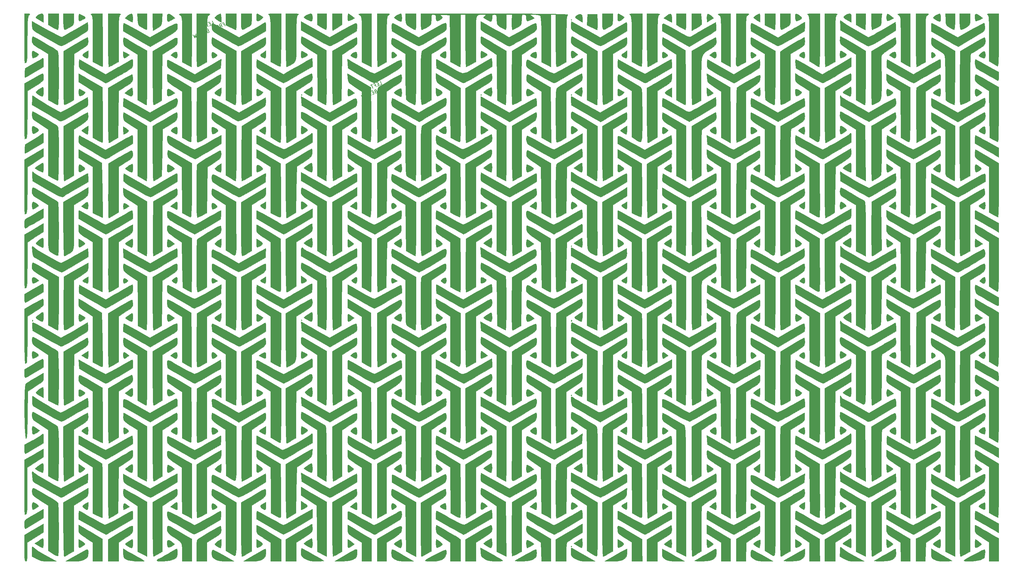
<source format=gbr>
G04 #@! TF.GenerationSoftware,KiCad,Pcbnew,(5.1.4)-1*
G04 #@! TF.CreationDate,2023-02-11T17:21:27-05:00*
G04 #@! TF.ProjectId,ThumbsUp,5468756d-6273-4557-902e-6b696361645f,rev?*
G04 #@! TF.SameCoordinates,Original*
G04 #@! TF.FileFunction,Legend,Bot*
G04 #@! TF.FilePolarity,Positive*
%FSLAX46Y46*%
G04 Gerber Fmt 4.6, Leading zero omitted, Abs format (unit mm)*
G04 Created by KiCad (PCBNEW (5.1.4)-1) date 2023-02-11 17:21:27*
%MOMM*%
%LPD*%
G04 APERTURE LIST*
%ADD10C,0.150000*%
%ADD11C,0.010000*%
G04 APERTURE END LIST*
D10*
X103706513Y-503173139D02*
X104148029Y-502994755D01*
X103773422Y-502067571D01*
X103201229Y-502812340D02*
X102892167Y-502937209D01*
X102955935Y-503476392D02*
X103397451Y-503298008D01*
X103022845Y-502370824D01*
X102581329Y-502549208D01*
X102053287Y-503276139D02*
X102362348Y-503151270D01*
X102558571Y-503636938D02*
X102183964Y-502709754D01*
X101742448Y-502888138D01*
X101521690Y-502977330D02*
X100991870Y-503191391D01*
X101631387Y-504011545D02*
X101256780Y-503084361D01*
X106865791Y-503111343D02*
X107174852Y-502986474D01*
X107371075Y-503472142D02*
X106996468Y-502544958D01*
X106554952Y-502723342D01*
X106046526Y-504007294D02*
X106177204Y-503440909D01*
X106576346Y-503793233D02*
X106201739Y-502866050D01*
X105848526Y-503008757D01*
X105778061Y-503088585D01*
X105751748Y-503150575D01*
X105743273Y-503256717D01*
X105796789Y-503389172D01*
X105876617Y-503459637D01*
X105938607Y-503485950D01*
X106044749Y-503494425D01*
X106397962Y-503351717D01*
X105097949Y-503312010D02*
X104921342Y-503383364D01*
X104850878Y-503463192D01*
X104798251Y-503587172D01*
X104825453Y-503781617D01*
X104950322Y-504090678D01*
X105065827Y-504249446D01*
X105189807Y-504302073D01*
X105295949Y-504310547D01*
X105472555Y-504239194D01*
X105543020Y-504159365D01*
X105595647Y-504035385D01*
X105568445Y-503840940D01*
X105443576Y-503531879D01*
X105328071Y-503373111D01*
X105204090Y-503320485D01*
X105097949Y-503312010D01*
X104677826Y-504560285D02*
X104303220Y-503633101D01*
X104261735Y-504420244D01*
X103685097Y-503882839D01*
X104059704Y-504810023D01*
X102406478Y-504913023D02*
X102291862Y-505010689D01*
X102265549Y-505072679D01*
X102257074Y-505178821D01*
X102310589Y-505311276D01*
X102390417Y-505381741D01*
X102452407Y-505408054D01*
X102558549Y-505416529D01*
X102911762Y-505273821D01*
X102537155Y-504346638D01*
X102228094Y-504471506D01*
X102157629Y-504551335D01*
X102131316Y-504613325D01*
X102122841Y-504719467D01*
X102158518Y-504807770D01*
X102238346Y-504878235D01*
X102300337Y-504904548D01*
X102406478Y-504913023D01*
X102715539Y-504788154D01*
X101788356Y-505162760D02*
X101479294Y-505287629D01*
X101543062Y-505826812D02*
X101984578Y-505648428D01*
X101609971Y-504721244D01*
X101168455Y-504899628D01*
X100704181Y-506165742D02*
X101145697Y-505987358D01*
X100771091Y-505060174D01*
X99843907Y-505434781D02*
X99667301Y-505506134D01*
X99596836Y-505585963D01*
X99544209Y-505709943D01*
X99571411Y-505904388D01*
X99696280Y-506213449D01*
X99811785Y-506372217D01*
X99935766Y-506424843D01*
X100041907Y-506433318D01*
X100218514Y-506361964D01*
X100288978Y-506282136D01*
X100341605Y-506158156D01*
X100314403Y-505963711D01*
X100189534Y-505654650D01*
X100074029Y-505495882D01*
X99950049Y-505443255D01*
X99843907Y-505434781D01*
X99137481Y-505720195D02*
X99291330Y-506736571D01*
X98847147Y-506145650D01*
X98938117Y-506879278D01*
X98342752Y-506041286D01*
X56406513Y-486173139D02*
X56848029Y-485994755D01*
X56473422Y-485067571D01*
X55901229Y-485812340D02*
X55592167Y-485937209D01*
X55655935Y-486476392D02*
X56097451Y-486298008D01*
X55722845Y-485370824D01*
X55281329Y-485549208D01*
X54753287Y-486276139D02*
X55062348Y-486151270D01*
X55258571Y-486636938D02*
X54883964Y-485709754D01*
X54442448Y-485888138D01*
X54221690Y-485977330D02*
X53691870Y-486191391D01*
X54331387Y-487011545D02*
X53956780Y-486084361D01*
X59565791Y-486111343D02*
X59874852Y-485986474D01*
X60071075Y-486472142D02*
X59696468Y-485544958D01*
X59254952Y-485723342D01*
X58746526Y-487007294D02*
X58877204Y-486440909D01*
X59276346Y-486793233D02*
X58901739Y-485866050D01*
X58548526Y-486008757D01*
X58478061Y-486088585D01*
X58451748Y-486150575D01*
X58443273Y-486256717D01*
X58496789Y-486389172D01*
X58576617Y-486459637D01*
X58638607Y-486485950D01*
X58744749Y-486494425D01*
X59097962Y-486351717D01*
X57797949Y-486312010D02*
X57621342Y-486383364D01*
X57550878Y-486463192D01*
X57498251Y-486587172D01*
X57525453Y-486781617D01*
X57650322Y-487090678D01*
X57765827Y-487249446D01*
X57889807Y-487302073D01*
X57995949Y-487310547D01*
X58172555Y-487239194D01*
X58243020Y-487159365D01*
X58295647Y-487035385D01*
X58268445Y-486840940D01*
X58143576Y-486531879D01*
X58028071Y-486373111D01*
X57904090Y-486320485D01*
X57797949Y-486312010D01*
X57377826Y-487560285D02*
X57003220Y-486633101D01*
X56961735Y-487420244D01*
X56385097Y-486882839D01*
X56759704Y-487810023D01*
X55106478Y-487913023D02*
X54991862Y-488010689D01*
X54965549Y-488072679D01*
X54957074Y-488178821D01*
X55010589Y-488311276D01*
X55090417Y-488381741D01*
X55152407Y-488408054D01*
X55258549Y-488416529D01*
X55611762Y-488273821D01*
X55237155Y-487346638D01*
X54928094Y-487471506D01*
X54857629Y-487551335D01*
X54831316Y-487613325D01*
X54822841Y-487719467D01*
X54858518Y-487807770D01*
X54938346Y-487878235D01*
X55000337Y-487904548D01*
X55106478Y-487913023D01*
X55415539Y-487788154D01*
X54488356Y-488162760D02*
X54179294Y-488287629D01*
X54243062Y-488826812D02*
X54684578Y-488648428D01*
X54309971Y-487721244D01*
X53868455Y-487899628D01*
X53404181Y-489165742D02*
X53845697Y-488987358D01*
X53471091Y-488060174D01*
X52543907Y-488434781D02*
X52367301Y-488506134D01*
X52296836Y-488585963D01*
X52244209Y-488709943D01*
X52271411Y-488904388D01*
X52396280Y-489213449D01*
X52511785Y-489372217D01*
X52635766Y-489424843D01*
X52741907Y-489433318D01*
X52918514Y-489361964D01*
X52988978Y-489282136D01*
X53041605Y-489158156D01*
X53014403Y-488963711D01*
X52889534Y-488654650D01*
X52774029Y-488495882D01*
X52650049Y-488443255D01*
X52543907Y-488434781D01*
X51837481Y-488720195D02*
X51991330Y-489736571D01*
X51547147Y-489145650D01*
X51638117Y-489879278D01*
X51042752Y-489041286D01*
D11*
G36*
X157346842Y-484775789D02*
G01*
X157480526Y-484909473D01*
X157614210Y-484775789D01*
X157480526Y-484642105D01*
X157346842Y-484775789D01*
X157346842Y-484775789D01*
G37*
X157346842Y-484775789D02*
X157480526Y-484909473D01*
X157614210Y-484775789D01*
X157480526Y-484642105D01*
X157346842Y-484775789D01*
G36*
X18926990Y-483264160D02*
G01*
X18856389Y-483815187D01*
X18850000Y-484085087D01*
X18885881Y-484829296D01*
X19070881Y-485110217D01*
X19521035Y-484996416D01*
X19986316Y-484756545D01*
X20509646Y-484437648D01*
X20694895Y-484171070D01*
X20502586Y-483886546D01*
X19893238Y-483513812D01*
X19050526Y-483091035D01*
X18926990Y-483264160D01*
X18926990Y-483264160D01*
G37*
X18926990Y-483264160D02*
X18856389Y-483815187D01*
X18850000Y-484085087D01*
X18885881Y-484829296D01*
X19070881Y-485110217D01*
X19521035Y-484996416D01*
X19986316Y-484756545D01*
X20509646Y-484437648D01*
X20694895Y-484171070D01*
X20502586Y-483886546D01*
X19893238Y-483513812D01*
X19050526Y-483091035D01*
X18926990Y-483264160D01*
G36*
X68925566Y-483275226D02*
G01*
X68853176Y-483868068D01*
X68847895Y-484107368D01*
X68927902Y-484865429D01*
X69202402Y-485146844D01*
X69723116Y-484972841D01*
X70180742Y-484654446D01*
X70602148Y-484273629D01*
X70721516Y-484043510D01*
X70715479Y-484036997D01*
X70198130Y-483660723D01*
X69608457Y-483294509D01*
X69155200Y-483064008D01*
X69055772Y-483037895D01*
X68925566Y-483275226D01*
X68925566Y-483275226D01*
G37*
X68925566Y-483275226D02*
X68853176Y-483868068D01*
X68847895Y-484107368D01*
X68927902Y-484865429D01*
X69202402Y-485146844D01*
X69723116Y-484972841D01*
X70180742Y-484654446D01*
X70602148Y-484273629D01*
X70721516Y-484043510D01*
X70715479Y-484036997D01*
X70198130Y-483660723D01*
X69608457Y-483294509D01*
X69155200Y-483064008D01*
X69055772Y-483037895D01*
X68925566Y-483275226D01*
G36*
X83531171Y-483162603D02*
G01*
X82902885Y-483460034D01*
X82397524Y-483815144D01*
X82216316Y-484088598D01*
X82433556Y-484304767D01*
X82957037Y-484616722D01*
X83594401Y-484927011D01*
X84153289Y-485138180D01*
X84364334Y-485176842D01*
X84526087Y-484939623D01*
X84616049Y-484347028D01*
X84622631Y-484107368D01*
X84578596Y-483408940D01*
X84398516Y-483099966D01*
X84078488Y-483037895D01*
X83531171Y-483162603D01*
X83531171Y-483162603D01*
G37*
X83531171Y-483162603D02*
X82902885Y-483460034D01*
X82397524Y-483815144D01*
X82216316Y-484088598D01*
X82433556Y-484304767D01*
X82957037Y-484616722D01*
X83594401Y-484927011D01*
X84153289Y-485138180D01*
X84364334Y-485176842D01*
X84526087Y-484939623D01*
X84616049Y-484347028D01*
X84622631Y-484107368D01*
X84578596Y-483408940D01*
X84398516Y-483099966D01*
X84078488Y-483037895D01*
X83531171Y-483162603D01*
G36*
X94590199Y-483275675D02*
G01*
X94520364Y-483867952D01*
X94515263Y-484107368D01*
X94549265Y-484828192D01*
X94727741Y-485107381D01*
X95165397Y-485004862D01*
X95704634Y-484728747D01*
X96492952Y-484302062D01*
X95704634Y-483671306D01*
X95143138Y-483260573D01*
X94757848Y-483047503D01*
X94715789Y-483039223D01*
X94590199Y-483275675D01*
X94590199Y-483275675D01*
G37*
X94590199Y-483275675D02*
X94520364Y-483867952D01*
X94515263Y-484107368D01*
X94549265Y-484828192D01*
X94727741Y-485107381D01*
X95165397Y-485004862D01*
X95704634Y-484728747D01*
X96492952Y-484302062D01*
X95704634Y-483671306D01*
X95143138Y-483260573D01*
X94757848Y-483047503D01*
X94715789Y-483039223D01*
X94590199Y-483275675D01*
G36*
X170525566Y-483275226D02*
G01*
X170453176Y-483868068D01*
X170447895Y-484107368D01*
X170527902Y-484865429D01*
X170802402Y-485146844D01*
X171323116Y-484972841D01*
X171780742Y-484654446D01*
X172202148Y-484273629D01*
X172321516Y-484043510D01*
X172315479Y-484036997D01*
X171798130Y-483660723D01*
X171208457Y-483294509D01*
X170755200Y-483064008D01*
X170655772Y-483037895D01*
X170525566Y-483275226D01*
X170525566Y-483275226D01*
G37*
X170525566Y-483275226D02*
X170453176Y-483868068D01*
X170447895Y-484107368D01*
X170527902Y-484865429D01*
X170802402Y-485146844D01*
X171323116Y-484972841D01*
X171780742Y-484654446D01*
X172202148Y-484273629D01*
X172321516Y-484043510D01*
X172315479Y-484036997D01*
X171798130Y-483660723D01*
X171208457Y-483294509D01*
X170755200Y-483064008D01*
X170655772Y-483037895D01*
X170525566Y-483275226D01*
G36*
X220455839Y-483548609D02*
G01*
X220445789Y-484107368D01*
X220509157Y-484835672D01*
X220763733Y-485115812D01*
X221306230Y-485001543D01*
X221715789Y-484813244D01*
X222221691Y-484439867D01*
X222215867Y-484045544D01*
X221692944Y-483589823D01*
X221540852Y-483496594D01*
X220884796Y-483140684D01*
X220562623Y-483135992D01*
X220455839Y-483548609D01*
X220455839Y-483548609D01*
G37*
X220455839Y-483548609D02*
X220445789Y-484107368D01*
X220509157Y-484835672D01*
X220763733Y-485115812D01*
X221306230Y-485001543D01*
X221715789Y-484813244D01*
X222221691Y-484439867D01*
X222215867Y-484045544D01*
X221692944Y-483589823D01*
X221540852Y-483496594D01*
X220884796Y-483140684D01*
X220562623Y-483135992D01*
X220455839Y-483548609D01*
G36*
X246143303Y-483511043D02*
G01*
X246113158Y-484107368D01*
X246147201Y-484828368D01*
X246325816Y-485107462D01*
X246763730Y-485004685D01*
X247301569Y-484729250D01*
X248088927Y-484303068D01*
X247353501Y-483670481D01*
X246695656Y-483175800D01*
X246314339Y-483114876D01*
X246143303Y-483511043D01*
X246143303Y-483511043D01*
G37*
X246143303Y-483511043D02*
X246113158Y-484107368D01*
X246147201Y-484828368D01*
X246325816Y-485107462D01*
X246763730Y-485004685D01*
X247301569Y-484729250D01*
X248088927Y-484303068D01*
X247353501Y-483670481D01*
X246695656Y-483175800D01*
X246314339Y-483114876D01*
X246143303Y-483511043D01*
G36*
X271025375Y-483472245D02*
G01*
X270978421Y-484107368D01*
X271035796Y-484817636D01*
X271270244Y-485109215D01*
X271775251Y-485021773D01*
X272415167Y-484716992D01*
X273183493Y-484313865D01*
X272415167Y-483685495D01*
X271689629Y-483175130D01*
X271243986Y-483098872D01*
X271025375Y-483472245D01*
X271025375Y-483472245D01*
G37*
X271025375Y-483472245D02*
X270978421Y-484107368D01*
X271035796Y-484817636D01*
X271270244Y-485109215D01*
X271775251Y-485021773D01*
X272415167Y-484716992D01*
X273183493Y-484313865D01*
X272415167Y-483685495D01*
X271689629Y-483175130D01*
X271243986Y-483098872D01*
X271025375Y-483472245D01*
G36*
X7863471Y-483169176D02*
G01*
X7346560Y-483479745D01*
X6940115Y-483844693D01*
X6804595Y-484139109D01*
X6842341Y-484196261D01*
X7119210Y-484374735D01*
X7685915Y-484722484D01*
X7954737Y-484884850D01*
X8957368Y-485487823D01*
X8957368Y-484262859D01*
X8929016Y-483510229D01*
X8795857Y-483150372D01*
X8485740Y-483042320D01*
X8330386Y-483037895D01*
X7863471Y-483169176D01*
X7863471Y-483169176D01*
G37*
X7863471Y-483169176D02*
X7346560Y-483479745D01*
X6940115Y-483844693D01*
X6804595Y-484139109D01*
X6842341Y-484196261D01*
X7119210Y-484374735D01*
X7685915Y-484722484D01*
X7954737Y-484884850D01*
X8957368Y-485487823D01*
X8957368Y-484262859D01*
X8929016Y-483510229D01*
X8795857Y-483150372D01*
X8485740Y-483042320D01*
X8330386Y-483037895D01*
X7863471Y-483169176D01*
G36*
X33243631Y-483178008D02*
G01*
X32596984Y-483657840D01*
X31876254Y-484277785D01*
X32864726Y-484860998D01*
X33496337Y-485218863D01*
X33908157Y-485424680D01*
X33971599Y-485444210D01*
X34042239Y-485205019D01*
X34084589Y-484599901D01*
X34090000Y-484241052D01*
X34008751Y-483404838D01*
X33739420Y-483055487D01*
X33243631Y-483178008D01*
X33243631Y-483178008D01*
G37*
X33243631Y-483178008D02*
X32596984Y-483657840D01*
X31876254Y-484277785D01*
X32864726Y-484860998D01*
X33496337Y-485218863D01*
X33908157Y-485424680D01*
X33971599Y-485444210D01*
X34042239Y-485205019D01*
X34084589Y-484599901D01*
X34090000Y-484241052D01*
X34008751Y-483404838D01*
X33739420Y-483055487D01*
X33243631Y-483178008D01*
G36*
X43760449Y-483475648D02*
G01*
X43715263Y-484091589D01*
X43761395Y-484787500D01*
X43876122Y-485213135D01*
X43915789Y-485255856D01*
X44251471Y-485201517D01*
X44838637Y-484929589D01*
X45024376Y-484823127D01*
X45932436Y-484279827D01*
X45158060Y-483660189D01*
X44427791Y-483160400D01*
X43979387Y-483093664D01*
X43760449Y-483475648D01*
X43760449Y-483475648D01*
G37*
X43760449Y-483475648D02*
X43715263Y-484091589D01*
X43761395Y-484787500D01*
X43876122Y-485213135D01*
X43915789Y-485255856D01*
X44251471Y-485201517D01*
X44838637Y-484929589D01*
X45024376Y-484823127D01*
X45932436Y-484279827D01*
X45158060Y-483660189D01*
X44427791Y-483160400D01*
X43979387Y-483093664D01*
X43760449Y-483475648D01*
G36*
X58405195Y-483172967D02*
G01*
X57874285Y-483489965D01*
X57393639Y-483856561D01*
X57153634Y-484140424D01*
X57152534Y-484180235D01*
X57408176Y-484455623D01*
X57946810Y-484855801D01*
X58090885Y-484949437D01*
X58955263Y-485496722D01*
X58955263Y-484267308D01*
X58924241Y-483540491D01*
X58845585Y-483099280D01*
X58795990Y-483037895D01*
X58405195Y-483172967D01*
X58405195Y-483172967D01*
G37*
X58405195Y-483172967D02*
X57874285Y-483489965D01*
X57393639Y-483856561D01*
X57153634Y-484140424D01*
X57152534Y-484180235D01*
X57408176Y-484455623D01*
X57946810Y-484855801D01*
X58090885Y-484949437D01*
X58955263Y-485496722D01*
X58955263Y-484267308D01*
X58924241Y-483540491D01*
X58845585Y-483099280D01*
X58795990Y-483037895D01*
X58405195Y-483172967D01*
G36*
X109039283Y-483164023D02*
G01*
X108458523Y-483462483D01*
X107921086Y-483813392D01*
X107628027Y-484096864D01*
X107616316Y-484138605D01*
X107824176Y-484393143D01*
X108319780Y-484734095D01*
X108911165Y-485054471D01*
X109406366Y-485247282D01*
X109599224Y-485243758D01*
X109727694Y-484870076D01*
X109758153Y-484254026D01*
X109703755Y-483607524D01*
X109577654Y-483142487D01*
X109462305Y-483037895D01*
X109039283Y-483164023D01*
X109039283Y-483164023D01*
G37*
X109039283Y-483164023D02*
X108458523Y-483462483D01*
X107921086Y-483813392D01*
X107628027Y-484096864D01*
X107616316Y-484138605D01*
X107824176Y-484393143D01*
X108319780Y-484734095D01*
X108911165Y-485054471D01*
X109406366Y-485247282D01*
X109599224Y-485243758D01*
X109727694Y-484870076D01*
X109758153Y-484254026D01*
X109703755Y-483607524D01*
X109577654Y-483142487D01*
X109462305Y-483037895D01*
X109039283Y-483164023D01*
G36*
X159653671Y-483208962D02*
G01*
X159306091Y-483356996D01*
X158695156Y-483737333D01*
X158569238Y-484095770D01*
X158936868Y-484502359D01*
X159488028Y-484850615D01*
X160555263Y-485460177D01*
X160555263Y-484398499D01*
X160473465Y-483548639D01*
X160191313Y-483167450D01*
X159653671Y-483208962D01*
X159653671Y-483208962D01*
G37*
X159653671Y-483208962D02*
X159306091Y-483356996D01*
X158695156Y-483737333D01*
X158569238Y-484095770D01*
X158936868Y-484502359D01*
X159488028Y-484850615D01*
X160555263Y-485460177D01*
X160555263Y-484398499D01*
X160473465Y-483548639D01*
X160191313Y-483167450D01*
X159653671Y-483208962D01*
G36*
X184915977Y-483189762D02*
G01*
X184228221Y-483673646D01*
X183436968Y-484306741D01*
X184562431Y-484880910D01*
X185687895Y-485455078D01*
X185687895Y-484246486D01*
X185621788Y-483424863D01*
X185384145Y-483080338D01*
X184915977Y-483189762D01*
X184915977Y-483189762D01*
G37*
X184915977Y-483189762D02*
X184228221Y-483673646D01*
X183436968Y-484306741D01*
X184562431Y-484880910D01*
X185687895Y-485455078D01*
X185687895Y-484246486D01*
X185621788Y-483424863D01*
X185384145Y-483080338D01*
X184915977Y-483189762D01*
G36*
X195613184Y-483545870D02*
G01*
X195580526Y-484241052D01*
X195593766Y-484953315D01*
X195627273Y-485372832D01*
X195647368Y-485422060D01*
X195894431Y-485281720D01*
X196428313Y-484959050D01*
X196621957Y-484840052D01*
X197529703Y-484280194D01*
X196807574Y-483659044D01*
X196158405Y-483172213D01*
X195782769Y-483123820D01*
X195613184Y-483545870D01*
X195613184Y-483545870D01*
G37*
X195613184Y-483545870D02*
X195580526Y-484241052D01*
X195593766Y-484953315D01*
X195627273Y-485372832D01*
X195647368Y-485422060D01*
X195894431Y-485281720D01*
X196428313Y-484959050D01*
X196621957Y-484840052D01*
X197529703Y-484280194D01*
X196807574Y-483659044D01*
X196158405Y-483172213D01*
X195782769Y-483123820D01*
X195613184Y-483545870D01*
G36*
X210032375Y-483169269D02*
G01*
X209493949Y-483476850D01*
X208980549Y-483830823D01*
X208694122Y-484101373D01*
X208681579Y-484138605D01*
X208889985Y-484376567D01*
X209410351Y-484747353D01*
X209617368Y-484874047D01*
X210553158Y-485426176D01*
X210553158Y-484232035D01*
X210521275Y-483517395D01*
X210440677Y-483090799D01*
X210393884Y-483037895D01*
X210032375Y-483169269D01*
X210032375Y-483169269D01*
G37*
X210032375Y-483169269D02*
X209493949Y-483476850D01*
X208980549Y-483830823D01*
X208694122Y-484101373D01*
X208681579Y-484138605D01*
X208889985Y-484376567D01*
X209410351Y-484747353D01*
X209617368Y-484874047D01*
X210553158Y-485426176D01*
X210553158Y-484232035D01*
X210521275Y-483517395D01*
X210440677Y-483090799D01*
X210393884Y-483037895D01*
X210032375Y-483169269D01*
G36*
X235046697Y-483199271D02*
G01*
X234460668Y-483542140D01*
X234096047Y-483887080D01*
X234057916Y-484175276D01*
X234397766Y-484491946D01*
X235167089Y-484922306D01*
X235351579Y-485016608D01*
X236220526Y-485457942D01*
X236220526Y-484247918D01*
X236187661Y-483496192D01*
X236046524Y-483139324D01*
X235733304Y-483039289D01*
X235661119Y-483037895D01*
X235046697Y-483199271D01*
X235046697Y-483199271D01*
G37*
X235046697Y-483199271D02*
X234460668Y-483542140D01*
X234096047Y-483887080D01*
X234057916Y-484175276D01*
X234397766Y-484491946D01*
X235167089Y-484922306D01*
X235351579Y-485016608D01*
X236220526Y-485457942D01*
X236220526Y-484247918D01*
X236187661Y-483496192D01*
X236046524Y-483139324D01*
X235733304Y-483039289D01*
X235661119Y-483037895D01*
X235046697Y-483199271D01*
G36*
X260637177Y-483164023D02*
G01*
X260056418Y-483462483D01*
X259518980Y-483813392D01*
X259225922Y-484096864D01*
X259214210Y-484138605D01*
X259422071Y-484393143D01*
X259917675Y-484734095D01*
X260509060Y-485054471D01*
X261004260Y-485247282D01*
X261197119Y-485243758D01*
X261325589Y-484870076D01*
X261356048Y-484254026D01*
X261301650Y-483607524D01*
X261175549Y-483142487D01*
X261060200Y-483037895D01*
X260637177Y-483164023D01*
X260637177Y-483164023D01*
G37*
X260637177Y-483164023D02*
X260056418Y-483462483D01*
X259518980Y-483813392D01*
X259225922Y-484096864D01*
X259214210Y-484138605D01*
X259422071Y-484393143D01*
X259917675Y-484734095D01*
X260509060Y-485054471D01*
X261004260Y-485247282D01*
X261197119Y-485243758D01*
X261325589Y-484870076D01*
X261356048Y-484254026D01*
X261301650Y-483607524D01*
X261175549Y-483142487D01*
X261060200Y-483037895D01*
X260637177Y-483164023D01*
G36*
X10294210Y-486200598D02*
G01*
X11531044Y-486891878D01*
X12270208Y-487282055D01*
X12823927Y-487532718D01*
X13001571Y-487583158D01*
X13107173Y-487336314D01*
X13187940Y-486677603D01*
X13231250Y-485729753D01*
X13235263Y-485310526D01*
X13235263Y-483037895D01*
X10294210Y-483037895D01*
X10294210Y-486200598D01*
X10294210Y-486200598D01*
G37*
X10294210Y-486200598D02*
X11531044Y-486891878D01*
X12270208Y-487282055D01*
X12823927Y-487532718D01*
X13001571Y-487583158D01*
X13107173Y-487336314D01*
X13187940Y-486677603D01*
X13231250Y-485729753D01*
X13235263Y-485310526D01*
X13235263Y-483037895D01*
X10294210Y-483037895D01*
X10294210Y-486200598D01*
G36*
X14572105Y-485310526D02*
G01*
X14586889Y-486493972D01*
X14676280Y-487201028D01*
X14907835Y-487489994D01*
X15349113Y-487419172D01*
X16067672Y-487046862D01*
X16376842Y-486867960D01*
X17008940Y-486478291D01*
X17348290Y-486131299D01*
X17485958Y-485646996D01*
X17513008Y-484845396D01*
X17513158Y-484622073D01*
X17513158Y-483037895D01*
X14572105Y-483037895D01*
X14572105Y-485310526D01*
X14572105Y-485310526D01*
G37*
X14572105Y-485310526D02*
X14586889Y-486493972D01*
X14676280Y-487201028D01*
X14907835Y-487489994D01*
X15349113Y-487419172D01*
X16067672Y-487046862D01*
X16376842Y-486867960D01*
X17008940Y-486478291D01*
X17348290Y-486131299D01*
X17485958Y-485646996D01*
X17513008Y-484845396D01*
X17513158Y-484622073D01*
X17513158Y-483037895D01*
X14572105Y-483037895D01*
X14572105Y-485310526D01*
G36*
X35480926Y-484669512D02*
G01*
X35541352Y-485577384D01*
X35673567Y-486125859D01*
X35971685Y-486489809D01*
X36529821Y-486844109D01*
X36704019Y-486942144D01*
X37390949Y-487313980D01*
X37863740Y-487545294D01*
X37974019Y-487583158D01*
X38031190Y-487336270D01*
X38074914Y-486677451D01*
X38098357Y-485729462D01*
X38100526Y-485310526D01*
X38100526Y-483037895D01*
X35401326Y-483037895D01*
X35480926Y-484669512D01*
X35480926Y-484669512D01*
G37*
X35480926Y-484669512D02*
X35541352Y-485577384D01*
X35673567Y-486125859D01*
X35971685Y-486489809D01*
X36529821Y-486844109D01*
X36704019Y-486942144D01*
X37390949Y-487313980D01*
X37863740Y-487545294D01*
X37974019Y-487583158D01*
X38031190Y-487336270D01*
X38074914Y-486677451D01*
X38098357Y-485729462D01*
X38100526Y-485310526D01*
X38100526Y-483037895D01*
X35401326Y-483037895D01*
X35480926Y-484669512D01*
G36*
X60292105Y-486237307D02*
G01*
X61620059Y-486910233D01*
X62373300Y-487279965D01*
X62916493Y-487524384D01*
X63090585Y-487583158D01*
X63155017Y-487336275D01*
X63204293Y-486677468D01*
X63230712Y-485729495D01*
X63233158Y-485310526D01*
X63233158Y-483037895D01*
X60292105Y-483037895D01*
X60292105Y-486237307D01*
X60292105Y-486237307D01*
G37*
X60292105Y-486237307D02*
X61620059Y-486910233D01*
X62373300Y-487279965D01*
X62916493Y-487524384D01*
X63090585Y-487583158D01*
X63155017Y-487336275D01*
X63204293Y-486677468D01*
X63230712Y-485729495D01*
X63233158Y-485310526D01*
X63233158Y-483037895D01*
X60292105Y-483037895D01*
X60292105Y-486237307D01*
G36*
X64570000Y-485310526D02*
G01*
X64584784Y-486493972D01*
X64674175Y-487201028D01*
X64905730Y-487489994D01*
X65347008Y-487419172D01*
X66065567Y-487046862D01*
X66374737Y-486867960D01*
X67006835Y-486478291D01*
X67346185Y-486131299D01*
X67483852Y-485646996D01*
X67510903Y-484845396D01*
X67511053Y-484622073D01*
X67511053Y-483037895D01*
X64570000Y-483037895D01*
X64570000Y-485310526D01*
X64570000Y-485310526D01*
G37*
X64570000Y-485310526D02*
X64584784Y-486493972D01*
X64674175Y-487201028D01*
X64905730Y-487489994D01*
X65347008Y-487419172D01*
X66065567Y-487046862D01*
X66374737Y-486867960D01*
X67006835Y-486478291D01*
X67346185Y-486131299D01*
X67483852Y-485646996D01*
X67510903Y-484845396D01*
X67511053Y-484622073D01*
X67511053Y-483037895D01*
X64570000Y-483037895D01*
X64570000Y-485310526D01*
G36*
X85959474Y-486195504D02*
G01*
X87143400Y-486889331D01*
X87845126Y-487284506D01*
X88344009Y-487535783D01*
X88480242Y-487583158D01*
X88549347Y-487336279D01*
X88602198Y-486677480D01*
X88630535Y-485729518D01*
X88633158Y-485310526D01*
X88633158Y-483037895D01*
X85959474Y-483037895D01*
X85959474Y-486195504D01*
X85959474Y-486195504D01*
G37*
X85959474Y-486195504D02*
X87143400Y-486889331D01*
X87845126Y-487284506D01*
X88344009Y-487535783D01*
X88480242Y-487583158D01*
X88549347Y-487336279D01*
X88602198Y-486677480D01*
X88630535Y-485729518D01*
X88633158Y-485310526D01*
X88633158Y-483037895D01*
X85959474Y-483037895D01*
X85959474Y-486195504D01*
G36*
X110824737Y-484466982D02*
G01*
X110896909Y-485496703D01*
X111133691Y-486128301D01*
X111292631Y-486306319D01*
X111784313Y-486659619D01*
X112459674Y-487061438D01*
X113121638Y-487403602D01*
X113573126Y-487577935D01*
X113618828Y-487583158D01*
X113685243Y-487336277D01*
X113736036Y-486677473D01*
X113763269Y-485729504D01*
X113765789Y-485310526D01*
X113765789Y-483037895D01*
X110824737Y-483037895D01*
X110824737Y-484466982D01*
X110824737Y-484466982D01*
G37*
X110824737Y-484466982D02*
X110896909Y-485496703D01*
X111133691Y-486128301D01*
X111292631Y-486306319D01*
X111784313Y-486659619D01*
X112459674Y-487061438D01*
X113121638Y-487403602D01*
X113573126Y-487577935D01*
X113618828Y-487583158D01*
X113685243Y-487336277D01*
X113736036Y-486677473D01*
X113763269Y-485729504D01*
X113765789Y-485310526D01*
X113765789Y-483037895D01*
X110824737Y-483037895D01*
X110824737Y-484466982D01*
G36*
X161945936Y-484697850D02*
G01*
X161866082Y-486224120D01*
X163207047Y-486903639D01*
X163966330Y-487275630D01*
X164518399Y-487522447D01*
X164701398Y-487583158D01*
X164762947Y-487336862D01*
X164793171Y-486680900D01*
X164787800Y-485739655D01*
X164777129Y-485377368D01*
X164699474Y-483171579D01*
X162025789Y-483171579D01*
X161945936Y-484697850D01*
X161945936Y-484697850D01*
G37*
X161945936Y-484697850D02*
X161866082Y-486224120D01*
X163207047Y-486903639D01*
X163966330Y-487275630D01*
X164518399Y-487522447D01*
X164701398Y-487583158D01*
X164762947Y-487336862D01*
X164793171Y-486680900D01*
X164787800Y-485739655D01*
X164777129Y-485377368D01*
X164699474Y-483171579D01*
X162025789Y-483171579D01*
X161945936Y-484697850D01*
G36*
X166170000Y-485310526D02*
G01*
X166184784Y-486493972D01*
X166274175Y-487201028D01*
X166505730Y-487489994D01*
X166947008Y-487419172D01*
X167665567Y-487046862D01*
X167974737Y-486867960D01*
X168606835Y-486478291D01*
X168946185Y-486131299D01*
X169083852Y-485646996D01*
X169110903Y-484845396D01*
X169111053Y-484622073D01*
X169111053Y-483037895D01*
X166170000Y-483037895D01*
X166170000Y-485310526D01*
X166170000Y-485310526D01*
G37*
X166170000Y-485310526D02*
X166184784Y-486493972D01*
X166274175Y-487201028D01*
X166505730Y-487489994D01*
X166947008Y-487419172D01*
X167665567Y-487046862D01*
X167974737Y-486867960D01*
X168606835Y-486478291D01*
X168946185Y-486131299D01*
X169083852Y-485646996D01*
X169110903Y-484845396D01*
X169111053Y-484622073D01*
X169111053Y-483037895D01*
X166170000Y-483037895D01*
X166170000Y-485310526D01*
G36*
X187024737Y-486195504D02*
G01*
X188208663Y-486889331D01*
X188910389Y-487284506D01*
X189409272Y-487535783D01*
X189545505Y-487583158D01*
X189614610Y-487336279D01*
X189667461Y-486677480D01*
X189695798Y-485729518D01*
X189698421Y-485310526D01*
X189698421Y-483037895D01*
X187024737Y-483037895D01*
X187024737Y-486195504D01*
X187024737Y-486195504D01*
G37*
X187024737Y-486195504D02*
X188208663Y-486889331D01*
X188910389Y-487284506D01*
X189409272Y-487535783D01*
X189545505Y-487583158D01*
X189614610Y-487336279D01*
X189667461Y-486677480D01*
X189695798Y-485729518D01*
X189698421Y-485310526D01*
X189698421Y-483037895D01*
X187024737Y-483037895D01*
X187024737Y-486195504D01*
G36*
X211890000Y-486237307D02*
G01*
X213217954Y-486910233D01*
X213971194Y-487279965D01*
X214514388Y-487524384D01*
X214688480Y-487583158D01*
X214752911Y-487336275D01*
X214802188Y-486677468D01*
X214828607Y-485729495D01*
X214831053Y-485310526D01*
X214831053Y-483037895D01*
X211890000Y-483037895D01*
X211890000Y-486237307D01*
X211890000Y-486237307D01*
G37*
X211890000Y-486237307D02*
X213217954Y-486910233D01*
X213971194Y-487279965D01*
X214514388Y-487524384D01*
X214688480Y-487583158D01*
X214752911Y-487336275D01*
X214802188Y-486677468D01*
X214828607Y-485729495D01*
X214831053Y-485310526D01*
X214831053Y-483037895D01*
X211890000Y-483037895D01*
X211890000Y-486237307D01*
G36*
X216167895Y-485310526D02*
G01*
X216182679Y-486493972D01*
X216272069Y-487201028D01*
X216503625Y-487489994D01*
X216944903Y-487419172D01*
X217663462Y-487046862D01*
X217972631Y-486867960D01*
X218604730Y-486478291D01*
X218944080Y-486131299D01*
X219081747Y-485646996D01*
X219108797Y-484845396D01*
X219108947Y-484622073D01*
X219108947Y-483037895D01*
X216167895Y-483037895D01*
X216167895Y-485310526D01*
X216167895Y-485310526D01*
G37*
X216167895Y-485310526D02*
X216182679Y-486493972D01*
X216272069Y-487201028D01*
X216503625Y-487489994D01*
X216944903Y-487419172D01*
X217663462Y-487046862D01*
X217972631Y-486867960D01*
X218604730Y-486478291D01*
X218944080Y-486131299D01*
X219081747Y-485646996D01*
X219108797Y-484845396D01*
X219108947Y-484622073D01*
X219108947Y-483037895D01*
X216167895Y-483037895D01*
X216167895Y-485310526D01*
G36*
X237557368Y-486200598D02*
G01*
X238794202Y-486891878D01*
X239504037Y-487278962D01*
X239997206Y-487529825D01*
X240131044Y-487583158D01*
X240176241Y-487336263D01*
X240210806Y-486677427D01*
X240229338Y-485729417D01*
X240231053Y-485310526D01*
X240231053Y-483037895D01*
X237557368Y-483037895D01*
X237557368Y-486200598D01*
X237557368Y-486200598D01*
G37*
X237557368Y-486200598D02*
X238794202Y-486891878D01*
X239504037Y-487278962D01*
X239997206Y-487529825D01*
X240131044Y-487583158D01*
X240176241Y-487336263D01*
X240210806Y-486677427D01*
X240229338Y-485729417D01*
X240231053Y-485310526D01*
X240231053Y-483037895D01*
X237557368Y-483037895D01*
X237557368Y-486200598D01*
G36*
X241835263Y-485310526D02*
G01*
X241857021Y-486335714D01*
X241915086Y-487117562D01*
X241998648Y-487534177D01*
X242035789Y-487571341D01*
X242376275Y-487450133D01*
X243000260Y-487158356D01*
X243305789Y-487003047D01*
X243970300Y-486649789D01*
X244402802Y-486405830D01*
X244475717Y-486357392D01*
X244545243Y-486064638D01*
X244624363Y-485394132D01*
X244684267Y-484653055D01*
X244792363Y-483037895D01*
X241835263Y-483037895D01*
X241835263Y-485310526D01*
X241835263Y-485310526D01*
G37*
X241835263Y-485310526D02*
X241857021Y-486335714D01*
X241915086Y-487117562D01*
X241998648Y-487534177D01*
X242035789Y-487571341D01*
X242376275Y-487450133D01*
X243000260Y-487158356D01*
X243305789Y-487003047D01*
X243970300Y-486649789D01*
X244402802Y-486405830D01*
X244475717Y-486357392D01*
X244545243Y-486064638D01*
X244624363Y-485394132D01*
X244684267Y-484653055D01*
X244792363Y-483037895D01*
X241835263Y-483037895D01*
X241835263Y-485310526D01*
G36*
X262744084Y-484701682D02*
G01*
X262804363Y-485621968D01*
X262931789Y-486178108D01*
X263212609Y-486540350D01*
X263733071Y-486878944D01*
X263893158Y-486969916D01*
X264574689Y-487333206D01*
X265058305Y-487551206D01*
X265163158Y-487578759D01*
X265253758Y-487333988D01*
X265323057Y-486677009D01*
X265360231Y-485730247D01*
X265363684Y-485310526D01*
X265363684Y-483037895D01*
X262664484Y-483037895D01*
X262744084Y-484701682D01*
X262744084Y-484701682D01*
G37*
X262744084Y-484701682D02*
X262804363Y-485621968D01*
X262931789Y-486178108D01*
X263212609Y-486540350D01*
X263733071Y-486878944D01*
X263893158Y-486969916D01*
X264574689Y-487333206D01*
X265058305Y-487551206D01*
X265163158Y-487578759D01*
X265253758Y-487333988D01*
X265323057Y-486677009D01*
X265360231Y-485730247D01*
X265363684Y-485310526D01*
X265363684Y-483037895D01*
X262664484Y-483037895D01*
X262744084Y-484701682D01*
G36*
X266700526Y-485310526D02*
G01*
X266717772Y-486505614D01*
X266812516Y-487222832D01*
X267049270Y-487518893D01*
X267492542Y-487450506D01*
X268206845Y-487074381D01*
X268505263Y-486897053D01*
X269136783Y-486496619D01*
X269476163Y-486142824D01*
X269614133Y-485654413D01*
X269641419Y-484850133D01*
X269641579Y-484626951D01*
X269641579Y-483037895D01*
X266700526Y-483037895D01*
X266700526Y-485310526D01*
X266700526Y-485310526D01*
G37*
X266700526Y-485310526D02*
X266717772Y-486505614D01*
X266812516Y-487222832D01*
X267049270Y-487518893D01*
X267492542Y-487450506D01*
X268206845Y-487074381D01*
X268505263Y-486897053D01*
X269136783Y-486496619D01*
X269476163Y-486142824D01*
X269614133Y-485654413D01*
X269641419Y-484850133D01*
X269641579Y-484626951D01*
X269641579Y-483037895D01*
X266700526Y-483037895D01*
X266700526Y-485310526D01*
G36*
X39704737Y-485444210D02*
G01*
X39711598Y-486500876D01*
X39729980Y-487316353D01*
X39756577Y-487772712D01*
X39771579Y-487829510D01*
X40017493Y-487691160D01*
X40576680Y-487358707D01*
X41041579Y-487077901D01*
X41701263Y-486655906D01*
X42068165Y-486288404D01*
X42238663Y-485796181D01*
X42309134Y-485000020D01*
X42324337Y-484692602D01*
X42403937Y-483037895D01*
X39704737Y-483037895D01*
X39704737Y-485444210D01*
X39704737Y-485444210D01*
G37*
X39704737Y-485444210D02*
X39711598Y-486500876D01*
X39729980Y-487316353D01*
X39756577Y-487772712D01*
X39771579Y-487829510D01*
X40017493Y-487691160D01*
X40576680Y-487358707D01*
X41041579Y-487077901D01*
X41701263Y-486655906D01*
X42068165Y-486288404D01*
X42238663Y-485796181D01*
X42309134Y-485000020D01*
X42324337Y-484692602D01*
X42403937Y-483037895D01*
X39704737Y-483037895D01*
X39704737Y-485444210D01*
G36*
X90237368Y-485444210D02*
G01*
X90244231Y-486501230D01*
X90262617Y-487317410D01*
X90289219Y-487774663D01*
X90304210Y-487831922D01*
X90547045Y-487690766D01*
X91104372Y-487345666D01*
X91641053Y-487007209D01*
X92911053Y-486201101D01*
X92911053Y-483037895D01*
X90237368Y-483037895D01*
X90237368Y-485444210D01*
X90237368Y-485444210D01*
G37*
X90237368Y-485444210D02*
X90244231Y-486501230D01*
X90262617Y-487317410D01*
X90289219Y-487774663D01*
X90304210Y-487831922D01*
X90547045Y-487690766D01*
X91104372Y-487345666D01*
X91641053Y-487007209D01*
X92911053Y-486201101D01*
X92911053Y-483037895D01*
X90237368Y-483037895D01*
X90237368Y-485444210D01*
G36*
X191302631Y-485444210D02*
G01*
X191309487Y-486499290D01*
X191327852Y-487311618D01*
X191354428Y-487763974D01*
X191369474Y-487818691D01*
X191620143Y-487682423D01*
X192194159Y-487365592D01*
X192703080Y-487083428D01*
X193429711Y-486643360D01*
X193935401Y-486268640D01*
X194073696Y-486110097D01*
X194108698Y-485706860D01*
X194084880Y-484969639D01*
X194042914Y-484439044D01*
X193908282Y-483037895D01*
X191302631Y-483037895D01*
X191302631Y-485444210D01*
X191302631Y-485444210D01*
G37*
X191302631Y-485444210D02*
X191309487Y-486499290D01*
X191327852Y-487311618D01*
X191354428Y-487763974D01*
X191369474Y-487818691D01*
X191620143Y-487682423D01*
X192194159Y-487365592D01*
X192703080Y-487083428D01*
X193429711Y-486643360D01*
X193935401Y-486268640D01*
X194073696Y-486110097D01*
X194108698Y-485706860D01*
X194084880Y-484969639D01*
X194042914Y-484439044D01*
X193908282Y-483037895D01*
X191302631Y-483037895D01*
X191302631Y-485444210D01*
G36*
X5748947Y-486335235D02*
G01*
X5770673Y-486991613D01*
X5904483Y-487434197D01*
X6253326Y-487806154D01*
X6920152Y-488250650D01*
X7286316Y-488473180D01*
X9144837Y-489580393D01*
X10777507Y-490522095D01*
X12134840Y-491271391D01*
X13167352Y-491801389D01*
X13825558Y-492085196D01*
X14008893Y-492126618D01*
X14383405Y-491994073D01*
X15118649Y-491631206D01*
X16120051Y-491088119D01*
X17293033Y-490414913D01*
X17736758Y-490151754D01*
X18936623Y-489426978D01*
X19979265Y-488783991D01*
X20774449Y-488279434D01*
X21231944Y-487969946D01*
X21296538Y-487917251D01*
X21443373Y-487503064D01*
X21485516Y-486795717D01*
X21473990Y-486573282D01*
X21390000Y-485490755D01*
X17914210Y-487495927D01*
X16677859Y-488206464D01*
X15597326Y-488822358D01*
X14761184Y-489293515D01*
X14258004Y-489569840D01*
X14162328Y-489617905D01*
X13824902Y-489534945D01*
X13088845Y-489206543D01*
X12013264Y-488663704D01*
X10657262Y-487937433D01*
X9079944Y-487058736D01*
X7340414Y-486058617D01*
X7018947Y-485870622D01*
X5748947Y-485126030D01*
X5748947Y-486335235D01*
X5748947Y-486335235D01*
G37*
X5748947Y-486335235D02*
X5770673Y-486991613D01*
X5904483Y-487434197D01*
X6253326Y-487806154D01*
X6920152Y-488250650D01*
X7286316Y-488473180D01*
X9144837Y-489580393D01*
X10777507Y-490522095D01*
X12134840Y-491271391D01*
X13167352Y-491801389D01*
X13825558Y-492085196D01*
X14008893Y-492126618D01*
X14383405Y-491994073D01*
X15118649Y-491631206D01*
X16120051Y-491088119D01*
X17293033Y-490414913D01*
X17736758Y-490151754D01*
X18936623Y-489426978D01*
X19979265Y-488783991D01*
X20774449Y-488279434D01*
X21231944Y-487969946D01*
X21296538Y-487917251D01*
X21443373Y-487503064D01*
X21485516Y-486795717D01*
X21473990Y-486573282D01*
X21390000Y-485490755D01*
X17914210Y-487495927D01*
X16677859Y-488206464D01*
X15597326Y-488822358D01*
X14761184Y-489293515D01*
X14258004Y-489569840D01*
X14162328Y-489617905D01*
X13824902Y-489534945D01*
X13088845Y-489206543D01*
X12013264Y-488663704D01*
X10657262Y-487937433D01*
X9079944Y-487058736D01*
X7340414Y-486058617D01*
X7018947Y-485870622D01*
X5748947Y-485126030D01*
X5748947Y-486335235D01*
G36*
X81425936Y-486469415D02*
G01*
X81437661Y-487716842D01*
X85272102Y-489922631D01*
X86588511Y-490662021D01*
X87772258Y-491293525D01*
X88734338Y-491772245D01*
X89385746Y-492053276D01*
X89605114Y-492108577D01*
X90001563Y-491969554D01*
X90759947Y-491600027D01*
X91786519Y-491049306D01*
X92987532Y-490366704D01*
X93579474Y-490018003D01*
X97055263Y-487947272D01*
X97137478Y-486829426D01*
X97126031Y-486044785D01*
X96951313Y-485718186D01*
X96908588Y-485711579D01*
X96578151Y-485837979D01*
X95873673Y-486186321D01*
X94883710Y-486710314D01*
X93696815Y-487363668D01*
X93048238Y-487729481D01*
X89498994Y-489747383D01*
X81414210Y-485221989D01*
X81425936Y-486469415D01*
X81425936Y-486469415D01*
G37*
X81425936Y-486469415D02*
X81437661Y-487716842D01*
X85272102Y-489922631D01*
X86588511Y-490662021D01*
X87772258Y-491293525D01*
X88734338Y-491772245D01*
X89385746Y-492053276D01*
X89605114Y-492108577D01*
X90001563Y-491969554D01*
X90759947Y-491600027D01*
X91786519Y-491049306D01*
X92987532Y-490366704D01*
X93579474Y-490018003D01*
X97055263Y-487947272D01*
X97137478Y-486829426D01*
X97126031Y-486044785D01*
X96951313Y-485718186D01*
X96908588Y-485711579D01*
X96578151Y-485837979D01*
X95873673Y-486186321D01*
X94883710Y-486710314D01*
X93696815Y-487363668D01*
X93048238Y-487729481D01*
X89498994Y-489747383D01*
X81414210Y-485221989D01*
X81425936Y-486469415D01*
G36*
X121832958Y-485707949D02*
G01*
X121167127Y-486022763D01*
X120206335Y-486524131D01*
X119033351Y-487169432D01*
X118237561Y-487622117D01*
X114554596Y-489742742D01*
X113157561Y-488974784D01*
X112263930Y-488478990D01*
X111113737Y-487834592D01*
X109914785Y-487158145D01*
X109564011Y-486959202D01*
X108584653Y-486417033D01*
X107773006Y-485993876D01*
X107245062Y-485748921D01*
X107119070Y-485711579D01*
X106975198Y-485949146D01*
X106907816Y-486546315D01*
X106909270Y-486840595D01*
X106947895Y-487969612D01*
X110557368Y-490044604D01*
X111827334Y-490760630D01*
X112954940Y-491370133D01*
X113850314Y-491826546D01*
X114423583Y-492083304D01*
X114567895Y-492122546D01*
X114975706Y-491994700D01*
X115699751Y-491652820D01*
X116601317Y-491163887D01*
X116840526Y-491025154D01*
X118567342Y-490011411D01*
X119889609Y-489231734D01*
X120860946Y-488644460D01*
X121534970Y-488207926D01*
X121965299Y-487880467D01*
X122205552Y-487620421D01*
X122309347Y-487386125D01*
X122330301Y-487135914D01*
X122322034Y-486828125D01*
X122321579Y-486766156D01*
X122274024Y-486077885D01*
X122156210Y-485659350D01*
X122121053Y-485622315D01*
X121832958Y-485707949D01*
X121832958Y-485707949D01*
G37*
X121832958Y-485707949D02*
X121167127Y-486022763D01*
X120206335Y-486524131D01*
X119033351Y-487169432D01*
X118237561Y-487622117D01*
X114554596Y-489742742D01*
X113157561Y-488974784D01*
X112263930Y-488478990D01*
X111113737Y-487834592D01*
X109914785Y-487158145D01*
X109564011Y-486959202D01*
X108584653Y-486417033D01*
X107773006Y-485993876D01*
X107245062Y-485748921D01*
X107119070Y-485711579D01*
X106975198Y-485949146D01*
X106907816Y-486546315D01*
X106909270Y-486840595D01*
X106947895Y-487969612D01*
X110557368Y-490044604D01*
X111827334Y-490760630D01*
X112954940Y-491370133D01*
X113850314Y-491826546D01*
X114423583Y-492083304D01*
X114567895Y-492122546D01*
X114975706Y-491994700D01*
X115699751Y-491652820D01*
X116601317Y-491163887D01*
X116840526Y-491025154D01*
X118567342Y-490011411D01*
X119889609Y-489231734D01*
X120860946Y-488644460D01*
X121534970Y-488207926D01*
X121965299Y-487880467D01*
X122205552Y-487620421D01*
X122309347Y-487386125D01*
X122330301Y-487135914D01*
X122322034Y-486828125D01*
X122321579Y-486766156D01*
X122274024Y-486077885D01*
X122156210Y-485659350D01*
X122121053Y-485622315D01*
X121832958Y-485707949D01*
G36*
X157395074Y-486325636D02*
G01*
X157396156Y-487114960D01*
X157598963Y-487591350D01*
X157899696Y-487849939D01*
X158636977Y-488322588D01*
X159630738Y-488919676D01*
X160783852Y-489587447D01*
X161999191Y-490272147D01*
X163179629Y-490920022D01*
X164228038Y-491477316D01*
X165047290Y-491890275D01*
X165540259Y-492105143D01*
X165621741Y-492123674D01*
X165987757Y-491992173D01*
X166721236Y-491632972D01*
X167731297Y-491093804D01*
X168927058Y-490422402D01*
X169566964Y-490051568D01*
X173097612Y-487984210D01*
X173109596Y-486698431D01*
X173079734Y-485979105D01*
X172990269Y-485566319D01*
X172921053Y-485523909D01*
X172630626Y-485690613D01*
X171963159Y-486076283D01*
X171004101Y-486631472D01*
X169838902Y-487306730D01*
X169197595Y-487678636D01*
X167970106Y-488386486D01*
X166913376Y-488987993D01*
X166110004Y-489436760D01*
X165642585Y-489686394D01*
X165559613Y-489722105D01*
X165300857Y-489596676D01*
X164655730Y-489249059D01*
X163702206Y-488722256D01*
X162518258Y-488059270D01*
X161462544Y-487462538D01*
X157480526Y-485202972D01*
X157395074Y-486325636D01*
X157395074Y-486325636D01*
G37*
X157395074Y-486325636D02*
X157396156Y-487114960D01*
X157598963Y-487591350D01*
X157899696Y-487849939D01*
X158636977Y-488322588D01*
X159630738Y-488919676D01*
X160783852Y-489587447D01*
X161999191Y-490272147D01*
X163179629Y-490920022D01*
X164228038Y-491477316D01*
X165047290Y-491890275D01*
X165540259Y-492105143D01*
X165621741Y-492123674D01*
X165987757Y-491992173D01*
X166721236Y-491632972D01*
X167731297Y-491093804D01*
X168927058Y-490422402D01*
X169566964Y-490051568D01*
X173097612Y-487984210D01*
X173109596Y-486698431D01*
X173079734Y-485979105D01*
X172990269Y-485566319D01*
X172921053Y-485523909D01*
X172630626Y-485690613D01*
X171963159Y-486076283D01*
X171004101Y-486631472D01*
X169838902Y-487306730D01*
X169197595Y-487678636D01*
X167970106Y-488386486D01*
X166913376Y-488987993D01*
X166110004Y-489436760D01*
X165642585Y-489686394D01*
X165559613Y-489722105D01*
X165300857Y-489596676D01*
X164655730Y-489249059D01*
X163702206Y-488722256D01*
X162518258Y-488059270D01*
X161462544Y-487462538D01*
X157480526Y-485202972D01*
X157395074Y-486325636D01*
G36*
X222250526Y-485930735D02*
G01*
X221436127Y-486413066D01*
X220512156Y-486940787D01*
X220312105Y-487052152D01*
X219538098Y-487487252D01*
X218517722Y-488070242D01*
X217465788Y-488678355D01*
X217419600Y-488705247D01*
X215596568Y-489767062D01*
X211968517Y-487739320D01*
X210705028Y-487041581D01*
X209600566Y-486447554D01*
X208741228Y-486002306D01*
X208213110Y-485750901D01*
X208094597Y-485711579D01*
X207961694Y-485948310D01*
X207917990Y-486543704D01*
X207930943Y-486841990D01*
X208013158Y-487972401D01*
X211622631Y-490045999D01*
X212892660Y-490761423D01*
X214020310Y-491370108D01*
X214915694Y-491825569D01*
X215488926Y-492081320D01*
X215633158Y-492120023D01*
X215994229Y-491990465D01*
X216723309Y-491633158D01*
X217729966Y-491095627D01*
X218923768Y-490425395D01*
X219567777Y-490052331D01*
X223101345Y-487984210D01*
X223110409Y-486692404D01*
X223119474Y-485400597D01*
X222250526Y-485930735D01*
X222250526Y-485930735D01*
G37*
X222250526Y-485930735D02*
X221436127Y-486413066D01*
X220512156Y-486940787D01*
X220312105Y-487052152D01*
X219538098Y-487487252D01*
X218517722Y-488070242D01*
X217465788Y-488678355D01*
X217419600Y-488705247D01*
X215596568Y-489767062D01*
X211968517Y-487739320D01*
X210705028Y-487041581D01*
X209600566Y-486447554D01*
X208741228Y-486002306D01*
X208213110Y-485750901D01*
X208094597Y-485711579D01*
X207961694Y-485948310D01*
X207917990Y-486543704D01*
X207930943Y-486841990D01*
X208013158Y-487972401D01*
X211622631Y-490045999D01*
X212892660Y-490761423D01*
X214020310Y-491370108D01*
X214915694Y-491825569D01*
X215488926Y-492081320D01*
X215633158Y-492120023D01*
X215994229Y-491990465D01*
X216723309Y-491633158D01*
X217729966Y-491095627D01*
X218923768Y-490425395D01*
X219567777Y-490052331D01*
X223101345Y-487984210D01*
X223110409Y-486692404D01*
X223119474Y-485400597D01*
X222250526Y-485930735D01*
G36*
X31475126Y-485949899D02*
G01*
X31423167Y-486549189D01*
X31418430Y-486847895D01*
X31420545Y-487984210D01*
X34426325Y-489711219D01*
X35639604Y-490408319D01*
X36755198Y-491049283D01*
X37653422Y-491565347D01*
X38214593Y-491887749D01*
X38234210Y-491899019D01*
X39036316Y-492359810D01*
X42779474Y-490153740D01*
X44178213Y-489323092D01*
X45180787Y-488703602D01*
X45855043Y-488240652D01*
X46268830Y-487879626D01*
X46489994Y-487565908D01*
X46586383Y-487244879D01*
X46608312Y-487071540D01*
X46650526Y-486443991D01*
X46593362Y-486036841D01*
X46376734Y-485858470D01*
X45940556Y-485917255D01*
X45224743Y-486221574D01*
X44169208Y-486779806D01*
X42713867Y-487600330D01*
X42680760Y-487619193D01*
X38939299Y-489751202D01*
X35327838Y-487731390D01*
X34075967Y-487036395D01*
X32992608Y-486444701D01*
X32161353Y-486001193D01*
X31665794Y-485750760D01*
X31566347Y-485711579D01*
X31475126Y-485949899D01*
X31475126Y-485949899D01*
G37*
X31475126Y-485949899D02*
X31423167Y-486549189D01*
X31418430Y-486847895D01*
X31420545Y-487984210D01*
X34426325Y-489711219D01*
X35639604Y-490408319D01*
X36755198Y-491049283D01*
X37653422Y-491565347D01*
X38214593Y-491887749D01*
X38234210Y-491899019D01*
X39036316Y-492359810D01*
X42779474Y-490153740D01*
X44178213Y-489323092D01*
X45180787Y-488703602D01*
X45855043Y-488240652D01*
X46268830Y-487879626D01*
X46489994Y-487565908D01*
X46586383Y-487244879D01*
X46608312Y-487071540D01*
X46650526Y-486443991D01*
X46593362Y-486036841D01*
X46376734Y-485858470D01*
X45940556Y-485917255D01*
X45224743Y-486221574D01*
X44169208Y-486779806D01*
X42713867Y-487600330D01*
X42680760Y-487619193D01*
X38939299Y-489751202D01*
X35327838Y-487731390D01*
X34075967Y-487036395D01*
X32992608Y-486444701D01*
X32161353Y-486001193D01*
X31665794Y-485750760D01*
X31566347Y-485711579D01*
X31475126Y-485949899D01*
G36*
X71030756Y-485696528D02*
G01*
X70362790Y-486083267D01*
X69402229Y-486639467D01*
X68234147Y-487315868D01*
X67565275Y-487703206D01*
X64010024Y-489762044D01*
X60480012Y-487803653D01*
X59221785Y-487112286D01*
X58113323Y-486515714D01*
X57245805Y-486062056D01*
X56710410Y-485799431D01*
X56599303Y-485755641D01*
X56378325Y-485851421D01*
X56311350Y-486346834D01*
X56331935Y-486804933D01*
X56393709Y-487365834D01*
X56544013Y-487776303D01*
X56877661Y-488141795D01*
X57489468Y-488567768D01*
X58420526Y-489127962D01*
X59574287Y-489801930D01*
X60773068Y-490490456D01*
X61781680Y-491058616D01*
X61896316Y-491121971D01*
X62716667Y-491584000D01*
X63362661Y-491966337D01*
X63653140Y-492156801D01*
X63988670Y-492110765D01*
X64721050Y-491802677D01*
X65796634Y-491258573D01*
X67161773Y-490504489D01*
X67720064Y-490182974D01*
X71500688Y-487984210D01*
X71511134Y-486698431D01*
X71480411Y-485980163D01*
X71390448Y-485569466D01*
X71321053Y-485528510D01*
X71030756Y-485696528D01*
X71030756Y-485696528D01*
G37*
X71030756Y-485696528D02*
X70362790Y-486083267D01*
X69402229Y-486639467D01*
X68234147Y-487315868D01*
X67565275Y-487703206D01*
X64010024Y-489762044D01*
X60480012Y-487803653D01*
X59221785Y-487112286D01*
X58113323Y-486515714D01*
X57245805Y-486062056D01*
X56710410Y-485799431D01*
X56599303Y-485755641D01*
X56378325Y-485851421D01*
X56311350Y-486346834D01*
X56331935Y-486804933D01*
X56393709Y-487365834D01*
X56544013Y-487776303D01*
X56877661Y-488141795D01*
X57489468Y-488567768D01*
X58420526Y-489127962D01*
X59574287Y-489801930D01*
X60773068Y-490490456D01*
X61781680Y-491058616D01*
X61896316Y-491121971D01*
X62716667Y-491584000D01*
X63362661Y-491966337D01*
X63653140Y-492156801D01*
X63988670Y-492110765D01*
X64721050Y-491802677D01*
X65796634Y-491258573D01*
X67161773Y-490504489D01*
X67720064Y-490182974D01*
X71500688Y-487984210D01*
X71511134Y-486698431D01*
X71480411Y-485980163D01*
X71390448Y-485569466D01*
X71321053Y-485528510D01*
X71030756Y-485696528D01*
G36*
X131948532Y-486461360D02*
G01*
X131945858Y-486969975D01*
X131983695Y-487344662D01*
X132133250Y-487653436D01*
X132465729Y-487964313D01*
X133052338Y-488345310D01*
X133964284Y-488864444D01*
X135155263Y-489524428D01*
X136126216Y-490074831D01*
X137065252Y-490625072D01*
X137561579Y-490927204D01*
X138653745Y-491597798D01*
X139414164Y-492002337D01*
X139959200Y-492166549D01*
X140405221Y-492116163D01*
X140868592Y-491876906D01*
X141115886Y-491713042D01*
X141731887Y-491313725D01*
X142143862Y-491082240D01*
X142213906Y-491058947D01*
X142482581Y-490928671D01*
X143112465Y-490574307D01*
X144008450Y-490050552D01*
X145035459Y-489436256D01*
X146177898Y-488740610D01*
X146939459Y-488243915D01*
X147397376Y-487869297D01*
X147628881Y-487539880D01*
X147711205Y-487178791D01*
X147721579Y-486762572D01*
X147653130Y-486079517D01*
X147478106Y-485728714D01*
X147421433Y-485711579D01*
X147094908Y-485837247D01*
X146392813Y-486183709D01*
X145403112Y-486705148D01*
X144213771Y-487355752D01*
X143537683Y-487734379D01*
X139954078Y-489757179D01*
X139092039Y-489237619D01*
X138373164Y-488817260D01*
X137430222Y-488282219D01*
X136759474Y-487909457D01*
X135709765Y-487327767D01*
X134497606Y-486649612D01*
X133617895Y-486153367D01*
X131946842Y-485205878D01*
X131948532Y-486461360D01*
X131948532Y-486461360D01*
G37*
X131948532Y-486461360D02*
X131945858Y-486969975D01*
X131983695Y-487344662D01*
X132133250Y-487653436D01*
X132465729Y-487964313D01*
X133052338Y-488345310D01*
X133964284Y-488864444D01*
X135155263Y-489524428D01*
X136126216Y-490074831D01*
X137065252Y-490625072D01*
X137561579Y-490927204D01*
X138653745Y-491597798D01*
X139414164Y-492002337D01*
X139959200Y-492166549D01*
X140405221Y-492116163D01*
X140868592Y-491876906D01*
X141115886Y-491713042D01*
X141731887Y-491313725D01*
X142143862Y-491082240D01*
X142213906Y-491058947D01*
X142482581Y-490928671D01*
X143112465Y-490574307D01*
X144008450Y-490050552D01*
X145035459Y-489436256D01*
X146177898Y-488740610D01*
X146939459Y-488243915D01*
X147397376Y-487869297D01*
X147628881Y-487539880D01*
X147711205Y-487178791D01*
X147721579Y-486762572D01*
X147653130Y-486079517D01*
X147478106Y-485728714D01*
X147421433Y-485711579D01*
X147094908Y-485837247D01*
X146392813Y-486183709D01*
X145403112Y-486705148D01*
X144213771Y-487355752D01*
X143537683Y-487734379D01*
X139954078Y-489757179D01*
X139092039Y-489237619D01*
X138373164Y-488817260D01*
X137430222Y-488282219D01*
X136759474Y-487909457D01*
X135709765Y-487327767D01*
X134497606Y-486649612D01*
X133617895Y-486153367D01*
X131946842Y-485205878D01*
X131948532Y-486461360D01*
G36*
X195981579Y-486674712D02*
G01*
X194875108Y-487307153D01*
X193803030Y-487917695D01*
X192950166Y-488401151D01*
X192752088Y-488512761D01*
X191967669Y-488960641D01*
X191301871Y-489352449D01*
X191136148Y-489453782D01*
X190873814Y-489554624D01*
X190522720Y-489529856D01*
X190002525Y-489347058D01*
X189232886Y-488973805D01*
X188133462Y-488377677D01*
X187275524Y-487895820D01*
X185766060Y-487041799D01*
X184662047Y-486429398D01*
X183900325Y-486042657D01*
X183417737Y-485865612D01*
X183151123Y-485882301D01*
X183037324Y-486076762D01*
X183013183Y-486433033D01*
X183015975Y-486819289D01*
X183017739Y-487984210D01*
X185349500Y-489321052D01*
X186553583Y-490011257D01*
X187778727Y-490713339D01*
X188824128Y-491312233D01*
X189157736Y-491503280D01*
X190634210Y-492348666D01*
X194222545Y-490241051D01*
X195474789Y-489499467D01*
X196568309Y-488840429D01*
X197417431Y-488316462D01*
X197936481Y-487980095D01*
X198049693Y-487894623D01*
X198181114Y-487497082D01*
X198217027Y-486797230D01*
X198204516Y-486552689D01*
X198120526Y-485449569D01*
X195981579Y-486674712D01*
X195981579Y-486674712D01*
G37*
X195981579Y-486674712D02*
X194875108Y-487307153D01*
X193803030Y-487917695D01*
X192950166Y-488401151D01*
X192752088Y-488512761D01*
X191967669Y-488960641D01*
X191301871Y-489352449D01*
X191136148Y-489453782D01*
X190873814Y-489554624D01*
X190522720Y-489529856D01*
X190002525Y-489347058D01*
X189232886Y-488973805D01*
X188133462Y-488377677D01*
X187275524Y-487895820D01*
X185766060Y-487041799D01*
X184662047Y-486429398D01*
X183900325Y-486042657D01*
X183417737Y-485865612D01*
X183151123Y-485882301D01*
X183037324Y-486076762D01*
X183013183Y-486433033D01*
X183015975Y-486819289D01*
X183017739Y-487984210D01*
X185349500Y-489321052D01*
X186553583Y-490011257D01*
X187778727Y-490713339D01*
X188824128Y-491312233D01*
X189157736Y-491503280D01*
X190634210Y-492348666D01*
X194222545Y-490241051D01*
X195474789Y-489499467D01*
X196568309Y-488840429D01*
X197417431Y-488316462D01*
X197936481Y-487980095D01*
X198049693Y-487894623D01*
X198181114Y-487497082D01*
X198217027Y-486797230D01*
X198204516Y-486552689D01*
X198120526Y-485449569D01*
X195981579Y-486674712D01*
G36*
X233123450Y-484942155D02*
G01*
X233096159Y-485389838D01*
X233102172Y-486098805D01*
X233145789Y-487689189D01*
X236487895Y-489651121D01*
X237741684Y-490385113D01*
X238882467Y-491049230D01*
X239805622Y-491582832D01*
X240406529Y-491925278D01*
X240514631Y-491985105D01*
X240798801Y-492111625D01*
X241101663Y-492141361D01*
X241503605Y-492041311D01*
X242085017Y-491778472D01*
X242926288Y-491319843D01*
X244107807Y-490632420D01*
X244784495Y-490232188D01*
X246033407Y-489486303D01*
X247122830Y-488825004D01*
X247967768Y-488300720D01*
X248483223Y-487965879D01*
X248595433Y-487881514D01*
X248718242Y-487493239D01*
X248750168Y-486798329D01*
X248737148Y-486545603D01*
X248653158Y-485435398D01*
X245845789Y-487066165D01*
X244644650Y-487758574D01*
X243512805Y-488401611D01*
X242585859Y-488918784D01*
X242042799Y-489211377D01*
X241047177Y-489725821D01*
X237173985Y-487538568D01*
X235873503Y-486783798D01*
X234744008Y-486089607D01*
X233866174Y-485508684D01*
X233320677Y-485093719D01*
X233179673Y-484929867D01*
X233123450Y-484942155D01*
X233123450Y-484942155D01*
G37*
X233123450Y-484942155D02*
X233096159Y-485389838D01*
X233102172Y-486098805D01*
X233145789Y-487689189D01*
X236487895Y-489651121D01*
X237741684Y-490385113D01*
X238882467Y-491049230D01*
X239805622Y-491582832D01*
X240406529Y-491925278D01*
X240514631Y-491985105D01*
X240798801Y-492111625D01*
X241101663Y-492141361D01*
X241503605Y-492041311D01*
X242085017Y-491778472D01*
X242926288Y-491319843D01*
X244107807Y-490632420D01*
X244784495Y-490232188D01*
X246033407Y-489486303D01*
X247122830Y-488825004D01*
X247967768Y-488300720D01*
X248483223Y-487965879D01*
X248595433Y-487881514D01*
X248718242Y-487493239D01*
X248750168Y-486798329D01*
X248737148Y-486545603D01*
X248653158Y-485435398D01*
X245845789Y-487066165D01*
X244644650Y-487758574D01*
X243512805Y-488401611D01*
X242585859Y-488918784D01*
X242042799Y-489211377D01*
X241047177Y-489725821D01*
X237173985Y-487538568D01*
X235873503Y-486783798D01*
X234744008Y-486089607D01*
X233866174Y-485508684D01*
X233320677Y-485093719D01*
X233179673Y-484929867D01*
X233123450Y-484942155D01*
G36*
X273267417Y-485789579D02*
G01*
X272594109Y-486129092D01*
X271629319Y-486648465D01*
X270457993Y-487302458D01*
X269759115Y-487701644D01*
X266175418Y-489764543D01*
X262585291Y-487738061D01*
X261337873Y-487039434D01*
X260257888Y-486444966D01*
X259429139Y-485999969D01*
X258935431Y-485749755D01*
X258837318Y-485711579D01*
X258741560Y-485950150D01*
X258685518Y-486551170D01*
X258679474Y-486867417D01*
X258679474Y-488023256D01*
X261420000Y-489592264D01*
X262623080Y-490278883D01*
X263767681Y-490928315D01*
X264710027Y-491459193D01*
X265230000Y-491748438D01*
X266299474Y-492335604D01*
X269374210Y-490498984D01*
X270577421Y-489781024D01*
X271668259Y-489131487D01*
X272536685Y-488615802D01*
X273072656Y-488299400D01*
X273117368Y-488273293D01*
X273572778Y-487889935D01*
X273761224Y-487322183D01*
X273785789Y-486797901D01*
X273737017Y-486111763D01*
X273615073Y-485712500D01*
X273564301Y-485675162D01*
X273267417Y-485789579D01*
X273267417Y-485789579D01*
G37*
X273267417Y-485789579D02*
X272594109Y-486129092D01*
X271629319Y-486648465D01*
X270457993Y-487302458D01*
X269759115Y-487701644D01*
X266175418Y-489764543D01*
X262585291Y-487738061D01*
X261337873Y-487039434D01*
X260257888Y-486444966D01*
X259429139Y-485999969D01*
X258935431Y-485749755D01*
X258837318Y-485711579D01*
X258741560Y-485950150D01*
X258685518Y-486551170D01*
X258679474Y-486867417D01*
X258679474Y-488023256D01*
X261420000Y-489592264D01*
X262623080Y-490278883D01*
X263767681Y-490928315D01*
X264710027Y-491459193D01*
X265230000Y-491748438D01*
X266299474Y-492335604D01*
X269374210Y-490498984D01*
X270577421Y-489781024D01*
X271668259Y-489131487D01*
X272536685Y-488615802D01*
X273072656Y-488299400D01*
X273117368Y-488273293D01*
X273572778Y-487889935D01*
X273761224Y-487322183D01*
X273785789Y-486797901D01*
X273737017Y-486111763D01*
X273615073Y-485712500D01*
X273564301Y-485675162D01*
X273267417Y-485789579D01*
G36*
X5758996Y-493975977D02*
G01*
X5748947Y-494534737D01*
X5785318Y-495265456D01*
X5971689Y-495539120D01*
X6423954Y-495421937D01*
X6885263Y-495183914D01*
X7461153Y-494803932D01*
X7548698Y-494481514D01*
X7144413Y-494110169D01*
X6844010Y-493923962D01*
X6187954Y-493568052D01*
X5865781Y-493563360D01*
X5758996Y-493975977D01*
X5758996Y-493975977D01*
G37*
X5758996Y-493975977D02*
X5748947Y-494534737D01*
X5785318Y-495265456D01*
X5971689Y-495539120D01*
X6423954Y-495421937D01*
X6885263Y-495183914D01*
X7461153Y-494803932D01*
X7548698Y-494481514D01*
X7144413Y-494110169D01*
X6844010Y-493923962D01*
X6187954Y-493568052D01*
X5865781Y-493563360D01*
X5758996Y-493975977D01*
G36*
X20723269Y-493945593D02*
G01*
X20090100Y-494412286D01*
X19979747Y-494815434D01*
X20389165Y-495188500D01*
X20600475Y-495293925D01*
X21174893Y-495534787D01*
X21441931Y-495494631D01*
X21519317Y-495078232D01*
X21523684Y-494547172D01*
X21523684Y-493490134D01*
X20723269Y-493945593D01*
X20723269Y-493945593D01*
G37*
X20723269Y-493945593D02*
X20090100Y-494412286D01*
X19979747Y-494815434D01*
X20389165Y-495188500D01*
X20600475Y-495293925D01*
X21174893Y-495534787D01*
X21441931Y-495494631D01*
X21519317Y-495078232D01*
X21523684Y-494547172D01*
X21523684Y-493490134D01*
X20723269Y-493945593D01*
G36*
X31416316Y-494661555D02*
G01*
X31482246Y-495352291D01*
X31725663Y-495565828D01*
X32215002Y-495329860D01*
X32509590Y-495103964D01*
X33127367Y-494603718D01*
X32271842Y-494161309D01*
X31416316Y-493718899D01*
X31416316Y-494661555D01*
X31416316Y-494661555D01*
G37*
X31416316Y-494661555D02*
X31482246Y-495352291D01*
X31725663Y-495565828D01*
X32215002Y-495329860D01*
X32509590Y-495103964D01*
X33127367Y-494603718D01*
X32271842Y-494161309D01*
X31416316Y-493718899D01*
X31416316Y-494661555D01*
G36*
X45687487Y-493993671D02*
G01*
X45361526Y-494226320D01*
X44735157Y-494708119D01*
X45418961Y-495156165D01*
X46107014Y-495530596D01*
X46489820Y-495499615D01*
X46642584Y-495033577D01*
X46656316Y-494668421D01*
X46561899Y-493980535D01*
X46252187Y-493760135D01*
X45687487Y-493993671D01*
X45687487Y-493993671D01*
G37*
X45687487Y-493993671D02*
X45361526Y-494226320D01*
X44735157Y-494708119D01*
X45418961Y-495156165D01*
X46107014Y-495530596D01*
X46489820Y-495499615D01*
X46642584Y-495033577D01*
X46656316Y-494668421D01*
X46561899Y-493980535D01*
X46252187Y-493760135D01*
X45687487Y-493993671D01*
G36*
X56292711Y-494262031D02*
G01*
X56281579Y-494668421D01*
X56381326Y-495362781D01*
X56701901Y-495579232D01*
X57275304Y-495331415D01*
X57484737Y-495181284D01*
X57829616Y-494881052D01*
X57804539Y-494644915D01*
X57382084Y-494283881D01*
X57351053Y-494259943D01*
X56734938Y-493841423D01*
X56411941Y-493830743D01*
X56292711Y-494262031D01*
X56292711Y-494262031D01*
G37*
X56292711Y-494262031D02*
X56281579Y-494668421D01*
X56381326Y-495362781D01*
X56701901Y-495579232D01*
X57275304Y-495331415D01*
X57484737Y-495181284D01*
X57829616Y-494881052D01*
X57804539Y-494644915D01*
X57382084Y-494283881D01*
X57351053Y-494259943D01*
X56734938Y-493841423D01*
X56411941Y-493830743D01*
X56292711Y-494262031D01*
G36*
X70719474Y-494000000D02*
G01*
X70112603Y-494493258D01*
X69970962Y-494839279D01*
X70285257Y-495137349D01*
X70598370Y-495293925D01*
X71167685Y-495533149D01*
X71435913Y-495496828D01*
X71516346Y-495089564D01*
X71521579Y-494516530D01*
X71521579Y-493428850D01*
X70719474Y-494000000D01*
X70719474Y-494000000D01*
G37*
X70719474Y-494000000D02*
X70112603Y-494493258D01*
X69970962Y-494839279D01*
X70285257Y-495137349D01*
X70598370Y-495293925D01*
X71167685Y-495533149D01*
X71435913Y-495496828D01*
X71516346Y-495089564D01*
X71521579Y-494516530D01*
X71521579Y-493428850D01*
X70719474Y-494000000D01*
G36*
X81491201Y-493691529D02*
G01*
X81420599Y-494242556D01*
X81414210Y-494512456D01*
X81450091Y-495256664D01*
X81635091Y-495537585D01*
X82085245Y-495423784D01*
X82550526Y-495183914D01*
X83073856Y-494865017D01*
X83259106Y-494598438D01*
X83066796Y-494313914D01*
X82457449Y-493941180D01*
X81614737Y-493518403D01*
X81491201Y-493691529D01*
X81491201Y-493691529D01*
G37*
X81491201Y-493691529D02*
X81420599Y-494242556D01*
X81414210Y-494512456D01*
X81450091Y-495256664D01*
X81635091Y-495537585D01*
X82085245Y-495423784D01*
X82550526Y-495183914D01*
X83073856Y-494865017D01*
X83259106Y-494598438D01*
X83066796Y-494313914D01*
X82457449Y-493941180D01*
X81614737Y-493518403D01*
X81491201Y-493691529D01*
G36*
X96297366Y-493966337D02*
G01*
X95976382Y-494164434D01*
X95446184Y-494576112D01*
X95406153Y-494876910D01*
X95863209Y-495184894D01*
X96041179Y-495270000D01*
X96727191Y-495544434D01*
X97067396Y-495491732D01*
X97180483Y-495049685D01*
X97188947Y-494668421D01*
X97114537Y-493990801D01*
X96841998Y-493767020D01*
X96297366Y-493966337D01*
X96297366Y-493966337D01*
G37*
X96297366Y-493966337D02*
X95976382Y-494164434D01*
X95446184Y-494576112D01*
X95406153Y-494876910D01*
X95863209Y-495184894D01*
X96041179Y-495270000D01*
X96727191Y-495544434D01*
X97067396Y-495491732D01*
X97180483Y-495049685D01*
X97188947Y-494668421D01*
X97114537Y-493990801D01*
X96841998Y-493767020D01*
X96297366Y-493966337D01*
G36*
X107017581Y-493833379D02*
G01*
X106888138Y-494298800D01*
X106865674Y-494668421D01*
X106935734Y-495361576D01*
X107235697Y-495580457D01*
X107794830Y-495337996D01*
X108017368Y-495177318D01*
X108367145Y-494870667D01*
X108343096Y-494629292D01*
X107924383Y-494252882D01*
X107920906Y-494250032D01*
X107331367Y-493829204D01*
X107017581Y-493833379D01*
X107017581Y-493833379D01*
G37*
X107017581Y-493833379D02*
X106888138Y-494298800D01*
X106865674Y-494668421D01*
X106935734Y-495361576D01*
X107235697Y-495580457D01*
X107794830Y-495337996D01*
X108017368Y-495177318D01*
X108367145Y-494870667D01*
X108343096Y-494629292D01*
X107924383Y-494252882D01*
X107920906Y-494250032D01*
X107331367Y-493829204D01*
X107017581Y-493833379D01*
G36*
X121592844Y-493778692D02*
G01*
X121233334Y-494013366D01*
X120635479Y-494502281D01*
X120505582Y-494847045D01*
X120835682Y-495147309D01*
X121131001Y-495293925D01*
X121802777Y-495553150D01*
X122134823Y-495486562D01*
X122251103Y-495034677D01*
X122264489Y-494750035D01*
X122230918Y-493962838D01*
X122028347Y-493654282D01*
X121592844Y-493778692D01*
X121592844Y-493778692D01*
G37*
X121592844Y-493778692D02*
X121233334Y-494013366D01*
X120635479Y-494502281D01*
X120505582Y-494847045D01*
X120835682Y-495147309D01*
X121131001Y-495293925D01*
X121802777Y-495553150D01*
X122134823Y-495486562D01*
X122251103Y-495034677D01*
X122264489Y-494750035D01*
X122230918Y-493962838D01*
X122028347Y-493654282D01*
X121592844Y-493778692D01*
G36*
X132023832Y-493691529D02*
G01*
X131953231Y-494242556D01*
X131946842Y-494512456D01*
X131982723Y-495256664D01*
X132167723Y-495537585D01*
X132617877Y-495423784D01*
X133083158Y-495183914D01*
X133606488Y-494865017D01*
X133791737Y-494598438D01*
X133599428Y-494313914D01*
X132990080Y-493941180D01*
X132147368Y-493518403D01*
X132023832Y-493691529D01*
X132023832Y-493691529D01*
G37*
X132023832Y-493691529D02*
X131953231Y-494242556D01*
X131946842Y-494512456D01*
X131982723Y-495256664D01*
X132167723Y-495537585D01*
X132617877Y-495423784D01*
X133083158Y-495183914D01*
X133606488Y-494865017D01*
X133791737Y-494598438D01*
X133599428Y-494313914D01*
X132990080Y-493941180D01*
X132147368Y-493518403D01*
X132023832Y-493691529D01*
G36*
X146829997Y-493966337D02*
G01*
X146509014Y-494164434D01*
X145978816Y-494576112D01*
X145938785Y-494876910D01*
X146395840Y-495184894D01*
X146573811Y-495270000D01*
X147259823Y-495544434D01*
X147600028Y-495491732D01*
X147713114Y-495049685D01*
X147721579Y-494668421D01*
X147647169Y-493990801D01*
X147374629Y-493767020D01*
X146829997Y-493966337D01*
X146829997Y-493966337D01*
G37*
X146829997Y-493966337D02*
X146509014Y-494164434D01*
X145978816Y-494576112D01*
X145938785Y-494876910D01*
X146395840Y-495184894D01*
X146573811Y-495270000D01*
X147259823Y-495544434D01*
X147600028Y-495491732D01*
X147713114Y-495049685D01*
X147721579Y-494668421D01*
X147647169Y-493990801D01*
X147374629Y-493767020D01*
X146829997Y-493966337D01*
G36*
X157377996Y-493999521D02*
G01*
X157346842Y-494534737D01*
X157427169Y-495293435D01*
X157702374Y-495574605D01*
X158223793Y-495399566D01*
X158674178Y-495085971D01*
X159333094Y-494579623D01*
X158674178Y-494031338D01*
X157992155Y-493562093D01*
X157574983Y-493545841D01*
X157377996Y-493999521D01*
X157377996Y-493999521D01*
G37*
X157377996Y-493999521D02*
X157346842Y-494534737D01*
X157427169Y-495293435D01*
X157702374Y-495574605D01*
X158223793Y-495399566D01*
X158674178Y-495085971D01*
X159333094Y-494579623D01*
X158674178Y-494031338D01*
X157992155Y-493562093D01*
X157574983Y-493545841D01*
X157377996Y-493999521D01*
G36*
X172319474Y-494000000D02*
G01*
X171712603Y-494493258D01*
X171570962Y-494839279D01*
X171885257Y-495137349D01*
X172198370Y-495293925D01*
X172767685Y-495533149D01*
X173035913Y-495496828D01*
X173116346Y-495089564D01*
X173121579Y-494516530D01*
X173121579Y-493428850D01*
X172319474Y-494000000D01*
X172319474Y-494000000D01*
G37*
X172319474Y-494000000D02*
X171712603Y-494493258D01*
X171570962Y-494839279D01*
X171885257Y-495137349D01*
X172198370Y-495293925D01*
X172767685Y-495533149D01*
X173035913Y-495496828D01*
X173116346Y-495089564D01*
X173121579Y-494516530D01*
X173121579Y-493428850D01*
X172319474Y-494000000D01*
G36*
X183097059Y-493844578D02*
G01*
X183018044Y-494312464D01*
X183014210Y-494668421D01*
X183057183Y-495330658D01*
X183270187Y-495545445D01*
X183779348Y-495389450D01*
X184016842Y-495277889D01*
X184514582Y-494955290D01*
X184526970Y-494636039D01*
X184049050Y-494224078D01*
X183959407Y-494164434D01*
X183370983Y-493816490D01*
X183097059Y-493844578D01*
X183097059Y-493844578D01*
G37*
X183097059Y-493844578D02*
X183018044Y-494312464D01*
X183014210Y-494668421D01*
X183057183Y-495330658D01*
X183270187Y-495545445D01*
X183779348Y-495389450D01*
X184016842Y-495277889D01*
X184514582Y-494955290D01*
X184526970Y-494636039D01*
X184049050Y-494224078D01*
X183959407Y-494164434D01*
X183370983Y-493816490D01*
X183097059Y-493844578D01*
G36*
X197285382Y-493993671D02*
G01*
X196959421Y-494226320D01*
X196333052Y-494708119D01*
X197016856Y-495156165D01*
X197704908Y-495530596D01*
X198087715Y-495499615D01*
X198240479Y-495033577D01*
X198254210Y-494668421D01*
X198159794Y-493980535D01*
X197850081Y-493760135D01*
X197285382Y-493993671D01*
X197285382Y-493993671D01*
G37*
X197285382Y-493993671D02*
X196959421Y-494226320D01*
X196333052Y-494708119D01*
X197016856Y-495156165D01*
X197704908Y-495530596D01*
X198087715Y-495499615D01*
X198240479Y-495033577D01*
X198254210Y-494668421D01*
X198159794Y-493980535D01*
X197850081Y-493760135D01*
X197285382Y-493993671D01*
G36*
X207890606Y-494262031D02*
G01*
X207879474Y-494668421D01*
X207979221Y-495362781D01*
X208299795Y-495579232D01*
X208873199Y-495331415D01*
X209082631Y-495181284D01*
X209427511Y-494881052D01*
X209402434Y-494644915D01*
X208979979Y-494283881D01*
X208948947Y-494259943D01*
X208332833Y-493841423D01*
X208009835Y-493830743D01*
X207890606Y-494262031D01*
X207890606Y-494262031D01*
G37*
X207890606Y-494262031D02*
X207879474Y-494668421D01*
X207979221Y-495362781D01*
X208299795Y-495579232D01*
X208873199Y-495331415D01*
X209082631Y-495181284D01*
X209427511Y-494881052D01*
X209402434Y-494644915D01*
X208979979Y-494283881D01*
X208948947Y-494259943D01*
X208332833Y-493841423D01*
X208009835Y-493830743D01*
X207890606Y-494262031D01*
G36*
X222340198Y-493992993D02*
G01*
X222109491Y-494148845D01*
X221611670Y-494590383D01*
X221618516Y-494931164D01*
X222137264Y-495266653D01*
X222196265Y-495293925D01*
X222792354Y-495541600D01*
X223053391Y-495484213D01*
X223117779Y-495027990D01*
X223119474Y-494668421D01*
X223063518Y-493979774D01*
X222834390Y-493770389D01*
X222340198Y-493992993D01*
X222340198Y-493992993D01*
G37*
X222340198Y-493992993D02*
X222109491Y-494148845D01*
X221611670Y-494590383D01*
X221618516Y-494931164D01*
X222137264Y-495266653D01*
X222196265Y-495293925D01*
X222792354Y-495541600D01*
X223053391Y-495484213D01*
X223117779Y-495027990D01*
X223119474Y-494668421D01*
X223063518Y-493979774D01*
X222834390Y-493770389D01*
X222340198Y-493992993D01*
G36*
X233022154Y-493975977D02*
G01*
X233012105Y-494534737D01*
X233048476Y-495265456D01*
X233234847Y-495539120D01*
X233687112Y-495421937D01*
X234148421Y-495183914D01*
X234724311Y-494803932D01*
X234811856Y-494481514D01*
X234407570Y-494110169D01*
X234107168Y-493923962D01*
X233451112Y-493568052D01*
X233128939Y-493563360D01*
X233022154Y-493975977D01*
X233022154Y-493975977D01*
G37*
X233022154Y-493975977D02*
X233012105Y-494534737D01*
X233048476Y-495265456D01*
X233234847Y-495539120D01*
X233687112Y-495421937D01*
X234148421Y-495183914D01*
X234724311Y-494803932D01*
X234811856Y-494481514D01*
X234407570Y-494110169D01*
X234107168Y-493923962D01*
X233451112Y-493568052D01*
X233128939Y-493563360D01*
X233022154Y-493975977D01*
G36*
X247818013Y-493993671D02*
G01*
X247492052Y-494226320D01*
X246865683Y-494708119D01*
X247549487Y-495156165D01*
X248237540Y-495530596D01*
X248620347Y-495499615D01*
X248773111Y-495033577D01*
X248786842Y-494668421D01*
X248692425Y-493980535D01*
X248382713Y-493760135D01*
X247818013Y-493993671D01*
X247818013Y-493993671D01*
G37*
X247818013Y-493993671D02*
X247492052Y-494226320D01*
X246865683Y-494708119D01*
X247549487Y-495156165D01*
X248237540Y-495530596D01*
X248620347Y-495499615D01*
X248773111Y-495033577D01*
X248786842Y-494668421D01*
X248692425Y-493980535D01*
X248382713Y-493760135D01*
X247818013Y-493993671D01*
G36*
X258708841Y-494056824D02*
G01*
X258679474Y-494659014D01*
X258733629Y-495349264D01*
X258948482Y-495559670D01*
X259402610Y-495338784D01*
X259575195Y-495212444D01*
X259903201Y-494775771D01*
X259709419Y-494340435D01*
X259199320Y-493992031D01*
X258854218Y-493863794D01*
X258708841Y-494056824D01*
X258708841Y-494056824D01*
G37*
X258708841Y-494056824D02*
X258679474Y-494659014D01*
X258733629Y-495349264D01*
X258948482Y-495559670D01*
X259402610Y-495338784D01*
X259575195Y-495212444D01*
X259903201Y-494775771D01*
X259709419Y-494340435D01*
X259199320Y-493992031D01*
X258854218Y-493863794D01*
X258708841Y-494056824D01*
G36*
X273179945Y-493817779D02*
G01*
X272819778Y-494064620D01*
X272237079Y-494545155D01*
X272104176Y-494864931D01*
X272412583Y-495138730D01*
X272728896Y-495293925D01*
X273430779Y-495556887D01*
X273788974Y-495481382D01*
X273911895Y-495014509D01*
X273919474Y-494712982D01*
X273861072Y-493944053D01*
X273638330Y-493659665D01*
X273179945Y-493817779D01*
X273179945Y-493817779D01*
G37*
X273179945Y-493817779D02*
X272819778Y-494064620D01*
X272237079Y-494545155D01*
X272104176Y-494864931D01*
X272412583Y-495138730D01*
X272728896Y-495293925D01*
X273430779Y-495556887D01*
X273788974Y-495481382D01*
X273911895Y-495014509D01*
X273919474Y-494712982D01*
X273861072Y-493944053D01*
X273638330Y-493659665D01*
X273179945Y-493817779D01*
G36*
X3610000Y-489989473D02*
G01*
X3612457Y-491853017D01*
X3619377Y-493526272D01*
X3630087Y-494939320D01*
X3643913Y-496022246D01*
X3660179Y-496705133D01*
X3676842Y-496919944D01*
X3946925Y-496816392D01*
X4077895Y-496763979D01*
X4190210Y-496586362D01*
X4276472Y-496122508D01*
X4339235Y-495323154D01*
X4381056Y-494139034D01*
X4404490Y-492520884D01*
X4412094Y-490419440D01*
X4412105Y-490322456D01*
X4416138Y-488289029D01*
X4431146Y-486723262D01*
X4461494Y-485558117D01*
X4511547Y-484726557D01*
X4585671Y-484161546D01*
X4688230Y-483796047D01*
X4823590Y-483563024D01*
X4854597Y-483526842D01*
X5116238Y-483190891D01*
X4997403Y-483059864D01*
X4453544Y-483037895D01*
X3610000Y-483037895D01*
X3610000Y-489989473D01*
X3610000Y-489989473D01*
G37*
X3610000Y-489989473D02*
X3612457Y-491853017D01*
X3619377Y-493526272D01*
X3630087Y-494939320D01*
X3643913Y-496022246D01*
X3660179Y-496705133D01*
X3676842Y-496919944D01*
X3946925Y-496816392D01*
X4077895Y-496763979D01*
X4190210Y-496586362D01*
X4276472Y-496122508D01*
X4339235Y-495323154D01*
X4381056Y-494139034D01*
X4404490Y-492520884D01*
X4412094Y-490419440D01*
X4412105Y-490322456D01*
X4416138Y-488289029D01*
X4431146Y-486723262D01*
X4461494Y-485558117D01*
X4511547Y-484726557D01*
X4585671Y-484161546D01*
X4688230Y-483796047D01*
X4823590Y-483563024D01*
X4854597Y-483526842D01*
X5116238Y-483190891D01*
X4997403Y-483059864D01*
X4453544Y-483037895D01*
X3610000Y-483037895D01*
X3610000Y-489989473D01*
G36*
X23721212Y-483046398D02*
G01*
X22788717Y-483063825D01*
X22312645Y-483119119D01*
X22214939Y-483233646D01*
X22392631Y-483410084D01*
X22540745Y-483565111D01*
X22654132Y-483820565D01*
X22737345Y-484242304D01*
X22794938Y-484896189D01*
X22831465Y-485848077D01*
X22851481Y-487163829D01*
X22859538Y-488909304D01*
X22860526Y-490176983D01*
X22860526Y-496588699D01*
X24157707Y-497294713D01*
X24886480Y-497664310D01*
X25402917Y-497875626D01*
X25561391Y-497894566D01*
X25586592Y-497610050D01*
X25604319Y-496860303D01*
X25614278Y-495714787D01*
X25616180Y-494242961D01*
X25609732Y-492514282D01*
X25594642Y-490598212D01*
X25592791Y-490413150D01*
X25517688Y-483037895D01*
X23721212Y-483046398D01*
X23721212Y-483046398D01*
G37*
X23721212Y-483046398D02*
X22788717Y-483063825D01*
X22312645Y-483119119D01*
X22214939Y-483233646D01*
X22392631Y-483410084D01*
X22540745Y-483565111D01*
X22654132Y-483820565D01*
X22737345Y-484242304D01*
X22794938Y-484896189D01*
X22831465Y-485848077D01*
X22851481Y-487163829D01*
X22859538Y-488909304D01*
X22860526Y-490176983D01*
X22860526Y-496588699D01*
X24157707Y-497294713D01*
X24886480Y-497664310D01*
X25402917Y-497875626D01*
X25561391Y-497894566D01*
X25586592Y-497610050D01*
X25604319Y-496860303D01*
X25614278Y-495714787D01*
X25616180Y-494242961D01*
X25609732Y-492514282D01*
X25594642Y-490598212D01*
X25592791Y-490413150D01*
X25517688Y-483037895D01*
X23721212Y-483046398D01*
G36*
X27138421Y-490524210D02*
G01*
X27145279Y-492462152D01*
X27164645Y-494213192D01*
X27194709Y-495709778D01*
X27233659Y-496884355D01*
X27279683Y-497669371D01*
X27330970Y-497997274D01*
X27338947Y-498002860D01*
X27665659Y-497875144D01*
X28292180Y-497554861D01*
X28808385Y-497267597D01*
X30077297Y-496540000D01*
X30078385Y-490152633D01*
X30081861Y-488124795D01*
X30094571Y-486565681D01*
X30121105Y-485409297D01*
X30166053Y-484589652D01*
X30234005Y-484040752D01*
X30329552Y-483696603D01*
X30457283Y-483491214D01*
X30547368Y-483410084D01*
X30721848Y-483227219D01*
X30597689Y-483118431D01*
X30097699Y-483064630D01*
X29144688Y-483046724D01*
X29076842Y-483046398D01*
X27138421Y-483037895D01*
X27138421Y-490524210D01*
X27138421Y-490524210D01*
G37*
X27138421Y-490524210D02*
X27145279Y-492462152D01*
X27164645Y-494213192D01*
X27194709Y-495709778D01*
X27233659Y-496884355D01*
X27279683Y-497669371D01*
X27330970Y-497997274D01*
X27338947Y-498002860D01*
X27665659Y-497875144D01*
X28292180Y-497554861D01*
X28808385Y-497267597D01*
X30077297Y-496540000D01*
X30078385Y-490152633D01*
X30081861Y-488124795D01*
X30094571Y-486565681D01*
X30121105Y-485409297D01*
X30166053Y-484589652D01*
X30234005Y-484040752D01*
X30329552Y-483696603D01*
X30457283Y-483491214D01*
X30547368Y-483410084D01*
X30721848Y-483227219D01*
X30597689Y-483118431D01*
X30097699Y-483064630D01*
X29144688Y-483046724D01*
X29076842Y-483046398D01*
X27138421Y-483037895D01*
X27138421Y-490524210D01*
G36*
X47755448Y-483045408D02*
G01*
X47232966Y-483083898D01*
X47091477Y-483177292D01*
X47254131Y-483349516D01*
X47398930Y-483454108D01*
X47585820Y-483599452D01*
X47728743Y-483785069D01*
X47833594Y-484078364D01*
X47906267Y-484546743D01*
X47952658Y-485257611D01*
X47978661Y-486278375D01*
X47990170Y-487676440D01*
X47993080Y-489519212D01*
X47993158Y-490249144D01*
X47993158Y-496627967D01*
X49229992Y-497319246D01*
X49939826Y-497706331D01*
X50432995Y-497957193D01*
X50566834Y-498010526D01*
X50592729Y-497754433D01*
X50616133Y-497031253D01*
X50636142Y-495908631D01*
X50651853Y-494454215D01*
X50662361Y-492735652D01*
X50666764Y-490820588D01*
X50666842Y-490524210D01*
X50666842Y-483037895D01*
X48735772Y-483037895D01*
X47755448Y-483045408D01*
X47755448Y-483045408D01*
G37*
X47755448Y-483045408D02*
X47232966Y-483083898D01*
X47091477Y-483177292D01*
X47254131Y-483349516D01*
X47398930Y-483454108D01*
X47585820Y-483599452D01*
X47728743Y-483785069D01*
X47833594Y-484078364D01*
X47906267Y-484546743D01*
X47952658Y-485257611D01*
X47978661Y-486278375D01*
X47990170Y-487676440D01*
X47993080Y-489519212D01*
X47993158Y-490249144D01*
X47993158Y-496627967D01*
X49229992Y-497319246D01*
X49939826Y-497706331D01*
X50432995Y-497957193D01*
X50566834Y-498010526D01*
X50592729Y-497754433D01*
X50616133Y-497031253D01*
X50636142Y-495908631D01*
X50651853Y-494454215D01*
X50662361Y-492735652D01*
X50666764Y-490820588D01*
X50666842Y-490524210D01*
X50666842Y-483037895D01*
X48735772Y-483037895D01*
X47755448Y-483045408D01*
G36*
X52003684Y-490524210D02*
G01*
X52008788Y-492819298D01*
X52025495Y-494626475D01*
X52055899Y-495992482D01*
X52102096Y-496964060D01*
X52166178Y-497587950D01*
X52250239Y-497910893D01*
X52337895Y-497983782D01*
X52752521Y-497840966D01*
X53426959Y-497508589D01*
X53808421Y-497295329D01*
X54944737Y-496633619D01*
X54944737Y-490251970D01*
X54946081Y-488244336D01*
X54954040Y-486704050D01*
X54974505Y-485563722D01*
X55013366Y-484755963D01*
X55076515Y-484213386D01*
X55169841Y-483868600D01*
X55299236Y-483654217D01*
X55470591Y-483502848D01*
X55538965Y-483454108D01*
X55801096Y-483245915D01*
X55801317Y-483121871D01*
X55463182Y-483060337D01*
X54710241Y-483039677D01*
X54068438Y-483037895D01*
X52003684Y-483037895D01*
X52003684Y-490524210D01*
X52003684Y-490524210D01*
G37*
X52003684Y-490524210D02*
X52008788Y-492819298D01*
X52025495Y-494626475D01*
X52055899Y-495992482D01*
X52102096Y-496964060D01*
X52166178Y-497587950D01*
X52250239Y-497910893D01*
X52337895Y-497983782D01*
X52752521Y-497840966D01*
X53426959Y-497508589D01*
X53808421Y-497295329D01*
X54944737Y-496633619D01*
X54944737Y-490251970D01*
X54946081Y-488244336D01*
X54954040Y-486704050D01*
X54974505Y-485563722D01*
X55013366Y-484755963D01*
X55076515Y-484213386D01*
X55169841Y-483868600D01*
X55299236Y-483654217D01*
X55470591Y-483502848D01*
X55538965Y-483454108D01*
X55801096Y-483245915D01*
X55801317Y-483121871D01*
X55463182Y-483060337D01*
X54710241Y-483039677D01*
X54068438Y-483037895D01*
X52003684Y-483037895D01*
X52003684Y-490524210D01*
G36*
X73861053Y-483046398D02*
G01*
X72880584Y-483062868D01*
X72357428Y-483114172D01*
X72214396Y-483219401D01*
X72374295Y-483397645D01*
X72390526Y-483410084D01*
X72538640Y-483565111D01*
X72652027Y-483820565D01*
X72735239Y-484242304D01*
X72792833Y-484896189D01*
X72829360Y-485848077D01*
X72849375Y-487163829D01*
X72857432Y-488909304D01*
X72858421Y-490176983D01*
X72858421Y-496588699D01*
X74155601Y-497294713D01*
X74896606Y-497653745D01*
X75441680Y-497836271D01*
X75626128Y-497827381D01*
X75671647Y-497524581D01*
X75712697Y-496757700D01*
X75747639Y-495597385D01*
X75774837Y-494114282D01*
X75792653Y-492379041D01*
X75799452Y-490462309D01*
X75799474Y-490345965D01*
X75799474Y-483037895D01*
X73861053Y-483046398D01*
X73861053Y-483046398D01*
G37*
X73861053Y-483046398D02*
X72880584Y-483062868D01*
X72357428Y-483114172D01*
X72214396Y-483219401D01*
X72374295Y-483397645D01*
X72390526Y-483410084D01*
X72538640Y-483565111D01*
X72652027Y-483820565D01*
X72735239Y-484242304D01*
X72792833Y-484896189D01*
X72829360Y-485848077D01*
X72849375Y-487163829D01*
X72857432Y-488909304D01*
X72858421Y-490176983D01*
X72858421Y-496588699D01*
X74155601Y-497294713D01*
X74896606Y-497653745D01*
X75441680Y-497836271D01*
X75626128Y-497827381D01*
X75671647Y-497524581D01*
X75712697Y-496757700D01*
X75747639Y-495597385D01*
X75774837Y-494114282D01*
X75792653Y-492379041D01*
X75799452Y-490462309D01*
X75799474Y-490345965D01*
X75799474Y-483037895D01*
X73861053Y-483046398D01*
G36*
X77136316Y-490524210D02*
G01*
X77143173Y-492461965D01*
X77162538Y-494212647D01*
X77192599Y-495708743D01*
X77231546Y-496882733D01*
X77277566Y-497667103D01*
X77328850Y-497994335D01*
X77336842Y-497999821D01*
X77690316Y-497878005D01*
X78281158Y-497595871D01*
X78339474Y-497565305D01*
X78876738Y-497282351D01*
X79290243Y-497025689D01*
X79596155Y-496725367D01*
X79810638Y-496311429D01*
X79949856Y-495713923D01*
X80029974Y-494862895D01*
X80067155Y-493688391D01*
X80077566Y-492120457D01*
X80077369Y-490089139D01*
X80077368Y-490044352D01*
X80080583Y-488035435D01*
X80093358Y-486494619D01*
X80120391Y-485355293D01*
X80166382Y-484550843D01*
X80236027Y-484014656D01*
X80334025Y-483680120D01*
X80465073Y-483480621D01*
X80545263Y-483410084D01*
X80719743Y-483227219D01*
X80595583Y-483118431D01*
X80095594Y-483064630D01*
X79142583Y-483046724D01*
X79074737Y-483046398D01*
X77136316Y-483037895D01*
X77136316Y-490524210D01*
X77136316Y-490524210D01*
G37*
X77136316Y-490524210D02*
X77143173Y-492461965D01*
X77162538Y-494212647D01*
X77192599Y-495708743D01*
X77231546Y-496882733D01*
X77277566Y-497667103D01*
X77328850Y-497994335D01*
X77336842Y-497999821D01*
X77690316Y-497878005D01*
X78281158Y-497595871D01*
X78339474Y-497565305D01*
X78876738Y-497282351D01*
X79290243Y-497025689D01*
X79596155Y-496725367D01*
X79810638Y-496311429D01*
X79949856Y-495713923D01*
X80029974Y-494862895D01*
X80067155Y-493688391D01*
X80077566Y-492120457D01*
X80077369Y-490089139D01*
X80077368Y-490044352D01*
X80080583Y-488035435D01*
X80093358Y-486494619D01*
X80120391Y-485355293D01*
X80166382Y-484550843D01*
X80236027Y-484014656D01*
X80334025Y-483680120D01*
X80465073Y-483480621D01*
X80545263Y-483410084D01*
X80719743Y-483227219D01*
X80595583Y-483118431D01*
X80095594Y-483064630D01*
X79142583Y-483046724D01*
X79074737Y-483046398D01*
X77136316Y-483037895D01*
X77136316Y-490524210D01*
G36*
X98288080Y-483045408D02*
G01*
X97765598Y-483083898D01*
X97624108Y-483177292D01*
X97786763Y-483349516D01*
X97931561Y-483454108D01*
X98118215Y-483599233D01*
X98261019Y-483784543D01*
X98365844Y-484077337D01*
X98438560Y-484544909D01*
X98485034Y-485254557D01*
X98511137Y-486273576D01*
X98522737Y-487669264D01*
X98525704Y-489508916D01*
X98525789Y-490267499D01*
X98525789Y-496664676D01*
X99862631Y-497342105D01*
X101199474Y-498019534D01*
X101199474Y-483037895D01*
X99268404Y-483037895D01*
X98288080Y-483045408D01*
X98288080Y-483045408D01*
G37*
X98288080Y-483045408D02*
X97765598Y-483083898D01*
X97624108Y-483177292D01*
X97786763Y-483349516D01*
X97931561Y-483454108D01*
X98118215Y-483599233D01*
X98261019Y-483784543D01*
X98365844Y-484077337D01*
X98438560Y-484544909D01*
X98485034Y-485254557D01*
X98511137Y-486273576D01*
X98522737Y-487669264D01*
X98525704Y-489508916D01*
X98525789Y-490267499D01*
X98525789Y-496664676D01*
X99862631Y-497342105D01*
X101199474Y-498019534D01*
X101199474Y-483037895D01*
X99268404Y-483037895D01*
X98288080Y-483045408D01*
G36*
X102803684Y-490524210D02*
G01*
X102810538Y-492460975D01*
X102829894Y-494209773D01*
X102859943Y-495703282D01*
X102898873Y-496874177D01*
X102944877Y-497655135D01*
X102996143Y-497978832D01*
X103004210Y-497983782D01*
X103335194Y-497843487D01*
X103952418Y-497516512D01*
X104341053Y-497295329D01*
X105477368Y-496633619D01*
X105477368Y-490251970D01*
X105478712Y-488244336D01*
X105486671Y-486704050D01*
X105507136Y-485563722D01*
X105545997Y-484755963D01*
X105609146Y-484213386D01*
X105702473Y-483868600D01*
X105831868Y-483654217D01*
X106003223Y-483502848D01*
X106071596Y-483454108D01*
X106341703Y-483240502D01*
X106340810Y-483116044D01*
X105992067Y-483056809D01*
X105218627Y-483038870D01*
X104734754Y-483037895D01*
X102803684Y-483037895D01*
X102803684Y-490524210D01*
X102803684Y-490524210D01*
G37*
X102803684Y-490524210D02*
X102810538Y-492460975D01*
X102829894Y-494209773D01*
X102859943Y-495703282D01*
X102898873Y-496874177D01*
X102944877Y-497655135D01*
X102996143Y-497978832D01*
X103004210Y-497983782D01*
X103335194Y-497843487D01*
X103952418Y-497516512D01*
X104341053Y-497295329D01*
X105477368Y-496633619D01*
X105477368Y-490251970D01*
X105478712Y-488244336D01*
X105486671Y-486704050D01*
X105507136Y-485563722D01*
X105545997Y-484755963D01*
X105609146Y-484213386D01*
X105702473Y-483868600D01*
X105831868Y-483654217D01*
X106003223Y-483502848D01*
X106071596Y-483454108D01*
X106341703Y-483240502D01*
X106340810Y-483116044D01*
X105992067Y-483056809D01*
X105218627Y-483038870D01*
X104734754Y-483037895D01*
X102803684Y-483037895D01*
X102803684Y-490524210D01*
G36*
X115102631Y-485305969D02*
G01*
X115127966Y-486334072D01*
X115195579Y-487120769D01*
X115292891Y-487543452D01*
X115336324Y-487583158D01*
X115685541Y-487461698D01*
X116327237Y-487150409D01*
X116806850Y-486891878D01*
X117518302Y-486471351D01*
X117885874Y-486108618D01*
X118023142Y-485607265D01*
X118043684Y-484770873D01*
X118043684Y-484752931D01*
X118061682Y-483918931D01*
X118156251Y-483487619D01*
X118388254Y-483327175D01*
X118712105Y-483305263D01*
X119164131Y-483375179D01*
X119349182Y-483689804D01*
X119380526Y-484241052D01*
X119472199Y-484924821D01*
X119776027Y-485147152D01*
X120335226Y-484921251D01*
X120717368Y-484649530D01*
X121159958Y-484277368D01*
X121204060Y-484037427D01*
X120877108Y-483738608D01*
X120851053Y-483718336D01*
X120587819Y-483484344D01*
X120631642Y-483369475D01*
X121062128Y-483344162D01*
X121786842Y-483370756D01*
X123257368Y-483438947D01*
X123400110Y-496543513D01*
X124704986Y-497277019D01*
X125447414Y-497679412D01*
X125989937Y-497945839D01*
X126170984Y-498010526D01*
X126213064Y-497754537D01*
X126251045Y-497032076D01*
X126283430Y-495911401D01*
X126308724Y-494460769D01*
X126325431Y-492748440D01*
X126332055Y-490842671D01*
X126332105Y-490657895D01*
X126332105Y-483305263D01*
X127668947Y-483305263D01*
X127668947Y-490657895D01*
X127674669Y-492578193D01*
X127690817Y-494311405D01*
X127715866Y-495789272D01*
X127748290Y-496943535D01*
X127786564Y-497705937D01*
X127829161Y-498008220D01*
X127833291Y-498010526D01*
X128140776Y-497892396D01*
X128759777Y-497587981D01*
X129303817Y-497299612D01*
X130610000Y-496588699D01*
X130610000Y-490109271D01*
X130608685Y-488026471D01*
X130616342Y-486417444D01*
X130650376Y-485221291D01*
X130728192Y-484377113D01*
X130867193Y-483824013D01*
X131084784Y-483501092D01*
X131398370Y-483347452D01*
X131825354Y-483302194D01*
X132383142Y-483304420D01*
X132554548Y-483305263D01*
X133221941Y-483321445D01*
X133429390Y-483402478D01*
X133251449Y-483597091D01*
X133134680Y-483684455D01*
X132824215Y-483927542D01*
X132768725Y-484115600D01*
X133032491Y-484350538D01*
X133679795Y-484734266D01*
X133862908Y-484838961D01*
X134585476Y-485198205D01*
X134976343Y-485189942D01*
X135132913Y-484765752D01*
X135155263Y-484196491D01*
X135211306Y-483583102D01*
X135459108Y-483340202D01*
X135823684Y-483305263D01*
X136209015Y-483344334D01*
X136408140Y-483549499D01*
X136482080Y-484052685D01*
X136492105Y-484750383D01*
X136513311Y-485596209D01*
X136650128Y-486105694D01*
X137012352Y-486477205D01*
X137676031Y-486889331D01*
X138377757Y-487284506D01*
X138876641Y-487535783D01*
X139012873Y-487583158D01*
X139083890Y-487336912D01*
X139137366Y-486682529D01*
X139164256Y-485746541D01*
X139165789Y-485444210D01*
X139165789Y-483305263D01*
X140810719Y-483305263D01*
X140723517Y-485444838D01*
X140711075Y-486437339D01*
X140755045Y-487185044D01*
X140846193Y-487561877D01*
X140880194Y-487583786D01*
X141235885Y-487457573D01*
X141871403Y-487136526D01*
X142283878Y-486903466D01*
X142950474Y-486486673D01*
X143295266Y-486117223D01*
X143424315Y-485599515D01*
X143443684Y-484764519D01*
X143461350Y-483926354D01*
X143554451Y-483491380D01*
X143783143Y-483328268D01*
X144112105Y-483305263D01*
X144564131Y-483375179D01*
X144749182Y-483689804D01*
X144780526Y-484241052D01*
X144839924Y-484884576D01*
X145081702Y-485132591D01*
X145601239Y-485019095D01*
X146184066Y-484741298D01*
X147026315Y-484305755D01*
X146408537Y-483805509D01*
X145790760Y-483305263D01*
X147103748Y-483305263D01*
X147938168Y-483367099D01*
X148567064Y-483524066D01*
X148737579Y-483626105D01*
X148849437Y-483917338D01*
X148935321Y-484566097D01*
X148997104Y-485611381D01*
X149036658Y-487092192D01*
X149055857Y-489047529D01*
X149058421Y-490305811D01*
X149058421Y-496664676D01*
X151732105Y-498019534D01*
X151732105Y-483305263D01*
X153068947Y-483305263D01*
X153068947Y-490657895D01*
X153074162Y-492930602D01*
X153091238Y-494715751D01*
X153122323Y-496060434D01*
X153169567Y-497011740D01*
X153235117Y-497616762D01*
X153321122Y-497922590D01*
X153403158Y-497983782D01*
X153817784Y-497840966D01*
X154492222Y-497508589D01*
X154873684Y-497295329D01*
X156010000Y-496633619D01*
X156010000Y-490252589D01*
X156021385Y-488066141D01*
X156054686Y-486287797D01*
X156108618Y-484948499D01*
X156181898Y-484079187D01*
X156273241Y-483710801D01*
X156281730Y-483703620D01*
X156439764Y-483389146D01*
X156405498Y-483296276D01*
X156118342Y-483255633D01*
X155332035Y-483217225D01*
X154082160Y-483181486D01*
X152404299Y-483148853D01*
X150334035Y-483119759D01*
X147906951Y-483094641D01*
X145158629Y-483073933D01*
X142124653Y-483058070D01*
X138840605Y-483047488D01*
X135680084Y-483042825D01*
X115102631Y-483028781D01*
X115102631Y-485305969D01*
X115102631Y-485305969D01*
G37*
X115102631Y-485305969D02*
X115127966Y-486334072D01*
X115195579Y-487120769D01*
X115292891Y-487543452D01*
X115336324Y-487583158D01*
X115685541Y-487461698D01*
X116327237Y-487150409D01*
X116806850Y-486891878D01*
X117518302Y-486471351D01*
X117885874Y-486108618D01*
X118023142Y-485607265D01*
X118043684Y-484770873D01*
X118043684Y-484752931D01*
X118061682Y-483918931D01*
X118156251Y-483487619D01*
X118388254Y-483327175D01*
X118712105Y-483305263D01*
X119164131Y-483375179D01*
X119349182Y-483689804D01*
X119380526Y-484241052D01*
X119472199Y-484924821D01*
X119776027Y-485147152D01*
X120335226Y-484921251D01*
X120717368Y-484649530D01*
X121159958Y-484277368D01*
X121204060Y-484037427D01*
X120877108Y-483738608D01*
X120851053Y-483718336D01*
X120587819Y-483484344D01*
X120631642Y-483369475D01*
X121062128Y-483344162D01*
X121786842Y-483370756D01*
X123257368Y-483438947D01*
X123400110Y-496543513D01*
X124704986Y-497277019D01*
X125447414Y-497679412D01*
X125989937Y-497945839D01*
X126170984Y-498010526D01*
X126213064Y-497754537D01*
X126251045Y-497032076D01*
X126283430Y-495911401D01*
X126308724Y-494460769D01*
X126325431Y-492748440D01*
X126332055Y-490842671D01*
X126332105Y-490657895D01*
X126332105Y-483305263D01*
X127668947Y-483305263D01*
X127668947Y-490657895D01*
X127674669Y-492578193D01*
X127690817Y-494311405D01*
X127715866Y-495789272D01*
X127748290Y-496943535D01*
X127786564Y-497705937D01*
X127829161Y-498008220D01*
X127833291Y-498010526D01*
X128140776Y-497892396D01*
X128759777Y-497587981D01*
X129303817Y-497299612D01*
X130610000Y-496588699D01*
X130610000Y-490109271D01*
X130608685Y-488026471D01*
X130616342Y-486417444D01*
X130650376Y-485221291D01*
X130728192Y-484377113D01*
X130867193Y-483824013D01*
X131084784Y-483501092D01*
X131398370Y-483347452D01*
X131825354Y-483302194D01*
X132383142Y-483304420D01*
X132554548Y-483305263D01*
X133221941Y-483321445D01*
X133429390Y-483402478D01*
X133251449Y-483597091D01*
X133134680Y-483684455D01*
X132824215Y-483927542D01*
X132768725Y-484115600D01*
X133032491Y-484350538D01*
X133679795Y-484734266D01*
X133862908Y-484838961D01*
X134585476Y-485198205D01*
X134976343Y-485189942D01*
X135132913Y-484765752D01*
X135155263Y-484196491D01*
X135211306Y-483583102D01*
X135459108Y-483340202D01*
X135823684Y-483305263D01*
X136209015Y-483344334D01*
X136408140Y-483549499D01*
X136482080Y-484052685D01*
X136492105Y-484750383D01*
X136513311Y-485596209D01*
X136650128Y-486105694D01*
X137012352Y-486477205D01*
X137676031Y-486889331D01*
X138377757Y-487284506D01*
X138876641Y-487535783D01*
X139012873Y-487583158D01*
X139083890Y-487336912D01*
X139137366Y-486682529D01*
X139164256Y-485746541D01*
X139165789Y-485444210D01*
X139165789Y-483305263D01*
X140810719Y-483305263D01*
X140723517Y-485444838D01*
X140711075Y-486437339D01*
X140755045Y-487185044D01*
X140846193Y-487561877D01*
X140880194Y-487583786D01*
X141235885Y-487457573D01*
X141871403Y-487136526D01*
X142283878Y-486903466D01*
X142950474Y-486486673D01*
X143295266Y-486117223D01*
X143424315Y-485599515D01*
X143443684Y-484764519D01*
X143461350Y-483926354D01*
X143554451Y-483491380D01*
X143783143Y-483328268D01*
X144112105Y-483305263D01*
X144564131Y-483375179D01*
X144749182Y-483689804D01*
X144780526Y-484241052D01*
X144839924Y-484884576D01*
X145081702Y-485132591D01*
X145601239Y-485019095D01*
X146184066Y-484741298D01*
X147026315Y-484305755D01*
X146408537Y-483805509D01*
X145790760Y-483305263D01*
X147103748Y-483305263D01*
X147938168Y-483367099D01*
X148567064Y-483524066D01*
X148737579Y-483626105D01*
X148849437Y-483917338D01*
X148935321Y-484566097D01*
X148997104Y-485611381D01*
X149036658Y-487092192D01*
X149055857Y-489047529D01*
X149058421Y-490305811D01*
X149058421Y-496664676D01*
X151732105Y-498019534D01*
X151732105Y-483305263D01*
X153068947Y-483305263D01*
X153068947Y-490657895D01*
X153074162Y-492930602D01*
X153091238Y-494715751D01*
X153122323Y-496060434D01*
X153169567Y-497011740D01*
X153235117Y-497616762D01*
X153321122Y-497922590D01*
X153403158Y-497983782D01*
X153817784Y-497840966D01*
X154492222Y-497508589D01*
X154873684Y-497295329D01*
X156010000Y-496633619D01*
X156010000Y-490252589D01*
X156021385Y-488066141D01*
X156054686Y-486287797D01*
X156108618Y-484948499D01*
X156181898Y-484079187D01*
X156273241Y-483710801D01*
X156281730Y-483703620D01*
X156439764Y-483389146D01*
X156405498Y-483296276D01*
X156118342Y-483255633D01*
X155332035Y-483217225D01*
X154082160Y-483181486D01*
X152404299Y-483148853D01*
X150334035Y-483119759D01*
X147906951Y-483094641D01*
X145158629Y-483073933D01*
X142124653Y-483058070D01*
X138840605Y-483047488D01*
X135680084Y-483042825D01*
X115102631Y-483028781D01*
X115102631Y-485305969D01*
G36*
X175461053Y-483046398D02*
G01*
X174480584Y-483062868D01*
X173957428Y-483114172D01*
X173814396Y-483219401D01*
X173974295Y-483397645D01*
X173990526Y-483410084D01*
X174138897Y-483565415D01*
X174252420Y-483821376D01*
X174335678Y-484243960D01*
X174393253Y-484899163D01*
X174429728Y-485852981D01*
X174449684Y-487171408D01*
X174457704Y-488920438D01*
X174458693Y-490152633D01*
X174458965Y-496540000D01*
X175757136Y-497269101D01*
X176495559Y-497639749D01*
X177039912Y-497831748D01*
X177227390Y-497826118D01*
X177272578Y-497523661D01*
X177313327Y-496757105D01*
X177348015Y-495597084D01*
X177375014Y-494114227D01*
X177392702Y-492379168D01*
X177399452Y-490462537D01*
X177399474Y-490345965D01*
X177399474Y-483037895D01*
X175461053Y-483046398D01*
X175461053Y-483046398D01*
G37*
X175461053Y-483046398D02*
X174480584Y-483062868D01*
X173957428Y-483114172D01*
X173814396Y-483219401D01*
X173974295Y-483397645D01*
X173990526Y-483410084D01*
X174138897Y-483565415D01*
X174252420Y-483821376D01*
X174335678Y-484243960D01*
X174393253Y-484899163D01*
X174429728Y-485852981D01*
X174449684Y-487171408D01*
X174457704Y-488920438D01*
X174458693Y-490152633D01*
X174458965Y-496540000D01*
X175757136Y-497269101D01*
X176495559Y-497639749D01*
X177039912Y-497831748D01*
X177227390Y-497826118D01*
X177272578Y-497523661D01*
X177313327Y-496757105D01*
X177348015Y-495597084D01*
X177375014Y-494114227D01*
X177392702Y-492379168D01*
X177399452Y-490462537D01*
X177399474Y-490345965D01*
X177399474Y-483037895D01*
X175461053Y-483046398D01*
G36*
X178736316Y-490524210D02*
G01*
X178743174Y-492462152D01*
X178762540Y-494213192D01*
X178792604Y-495709778D01*
X178831553Y-496884355D01*
X178877577Y-497669371D01*
X178928865Y-497997274D01*
X178936842Y-498002860D01*
X179263554Y-497875144D01*
X179890074Y-497554861D01*
X180406280Y-497267597D01*
X181675192Y-496540000D01*
X181676280Y-490152633D01*
X181679756Y-488124795D01*
X181692466Y-486565681D01*
X181719000Y-485409297D01*
X181763947Y-484589652D01*
X181831900Y-484040752D01*
X181927446Y-483696603D01*
X182055178Y-483491214D01*
X182145263Y-483410084D01*
X182319743Y-483227219D01*
X182195583Y-483118431D01*
X181695594Y-483064630D01*
X180742583Y-483046724D01*
X180674737Y-483046398D01*
X178736316Y-483037895D01*
X178736316Y-490524210D01*
X178736316Y-490524210D01*
G37*
X178736316Y-490524210D02*
X178743174Y-492462152D01*
X178762540Y-494213192D01*
X178792604Y-495709778D01*
X178831553Y-496884355D01*
X178877577Y-497669371D01*
X178928865Y-497997274D01*
X178936842Y-498002860D01*
X179263554Y-497875144D01*
X179890074Y-497554861D01*
X180406280Y-497267597D01*
X181675192Y-496540000D01*
X181676280Y-490152633D01*
X181679756Y-488124795D01*
X181692466Y-486565681D01*
X181719000Y-485409297D01*
X181763947Y-484589652D01*
X181831900Y-484040752D01*
X181927446Y-483696603D01*
X182055178Y-483491214D01*
X182145263Y-483410084D01*
X182319743Y-483227219D01*
X182195583Y-483118431D01*
X181695594Y-483064630D01*
X180742583Y-483046724D01*
X180674737Y-483046398D01*
X178736316Y-483037895D01*
X178736316Y-490524210D01*
G36*
X199353343Y-483045408D02*
G01*
X198830861Y-483083898D01*
X198689371Y-483177292D01*
X198852026Y-483349516D01*
X198996825Y-483454108D01*
X199183969Y-483599689D01*
X199327019Y-483785634D01*
X199431897Y-484079468D01*
X199504526Y-484548714D01*
X199550826Y-485260894D01*
X199576721Y-486283534D01*
X199588132Y-487684155D01*
X199590982Y-489530282D01*
X199591053Y-490229510D01*
X199591053Y-496588699D01*
X200927895Y-497316299D01*
X202264737Y-498043900D01*
X202264737Y-483037895D01*
X200333667Y-483037895D01*
X199353343Y-483045408D01*
X199353343Y-483045408D01*
G37*
X199353343Y-483045408D02*
X198830861Y-483083898D01*
X198689371Y-483177292D01*
X198852026Y-483349516D01*
X198996825Y-483454108D01*
X199183969Y-483599689D01*
X199327019Y-483785634D01*
X199431897Y-484079468D01*
X199504526Y-484548714D01*
X199550826Y-485260894D01*
X199576721Y-486283534D01*
X199588132Y-487684155D01*
X199590982Y-489530282D01*
X199591053Y-490229510D01*
X199591053Y-496588699D01*
X200927895Y-497316299D01*
X202264737Y-498043900D01*
X202264737Y-483037895D01*
X200333667Y-483037895D01*
X199353343Y-483045408D01*
G36*
X203842017Y-489655263D02*
G01*
X203832946Y-491526773D01*
X203821815Y-493257240D01*
X203809382Y-494762975D01*
X203796402Y-495960289D01*
X203783633Y-496765492D01*
X203775175Y-497051971D01*
X203814703Y-497632857D01*
X204060514Y-497853868D01*
X204585999Y-497725881D01*
X205406316Y-497293724D01*
X206542631Y-496633619D01*
X206542631Y-490251970D01*
X206543975Y-488244336D01*
X206551934Y-486704050D01*
X206572399Y-485563722D01*
X206611261Y-484755963D01*
X206674409Y-484213386D01*
X206767736Y-483868600D01*
X206897131Y-483654217D01*
X207068486Y-483502848D01*
X207136859Y-483454108D01*
X207406966Y-483240502D01*
X207406073Y-483116044D01*
X207057330Y-483056809D01*
X206283890Y-483038870D01*
X205800017Y-483037895D01*
X203868947Y-483037895D01*
X203842017Y-489655263D01*
X203842017Y-489655263D01*
G37*
X203842017Y-489655263D02*
X203832946Y-491526773D01*
X203821815Y-493257240D01*
X203809382Y-494762975D01*
X203796402Y-495960289D01*
X203783633Y-496765492D01*
X203775175Y-497051971D01*
X203814703Y-497632857D01*
X204060514Y-497853868D01*
X204585999Y-497725881D01*
X205406316Y-497293724D01*
X206542631Y-496633619D01*
X206542631Y-490251970D01*
X206543975Y-488244336D01*
X206551934Y-486704050D01*
X206572399Y-485563722D01*
X206611261Y-484755963D01*
X206674409Y-484213386D01*
X206767736Y-483868600D01*
X206897131Y-483654217D01*
X207068486Y-483502848D01*
X207136859Y-483454108D01*
X207406966Y-483240502D01*
X207406073Y-483116044D01*
X207057330Y-483056809D01*
X206283890Y-483038870D01*
X205800017Y-483037895D01*
X203868947Y-483037895D01*
X203842017Y-489655263D01*
G36*
X225458947Y-483046398D02*
G01*
X224478478Y-483062868D01*
X223955323Y-483114172D01*
X223812291Y-483219401D01*
X223972190Y-483397645D01*
X223988421Y-483410084D01*
X224137431Y-483566138D01*
X224251271Y-483823250D01*
X224334585Y-484247759D01*
X224392020Y-484906008D01*
X224428221Y-485864336D01*
X224447834Y-487189086D01*
X224455504Y-488946597D01*
X224456316Y-490091679D01*
X224456316Y-496418093D01*
X225711819Y-497214309D01*
X226440436Y-497653599D01*
X226988963Y-497942776D01*
X227182345Y-498010526D01*
X227238021Y-497754437D01*
X227288340Y-497031268D01*
X227331361Y-495908662D01*
X227365140Y-494454266D01*
X227387734Y-492735725D01*
X227397201Y-490820683D01*
X227397368Y-490524210D01*
X227397368Y-483037895D01*
X225458947Y-483046398D01*
X225458947Y-483046398D01*
G37*
X225458947Y-483046398D02*
X224478478Y-483062868D01*
X223955323Y-483114172D01*
X223812291Y-483219401D01*
X223972190Y-483397645D01*
X223988421Y-483410084D01*
X224137431Y-483566138D01*
X224251271Y-483823250D01*
X224334585Y-484247759D01*
X224392020Y-484906008D01*
X224428221Y-485864336D01*
X224447834Y-487189086D01*
X224455504Y-488946597D01*
X224456316Y-490091679D01*
X224456316Y-496418093D01*
X225711819Y-497214309D01*
X226440436Y-497653599D01*
X226988963Y-497942776D01*
X227182345Y-498010526D01*
X227238021Y-497754437D01*
X227288340Y-497031268D01*
X227331361Y-495908662D01*
X227365140Y-494454266D01*
X227387734Y-492735725D01*
X227397201Y-490820683D01*
X227397368Y-490524210D01*
X227397368Y-483037895D01*
X225458947Y-483046398D01*
G36*
X228734210Y-490524210D02*
G01*
X228741068Y-492462152D01*
X228760435Y-494213192D01*
X228790499Y-495709778D01*
X228829448Y-496884355D01*
X228875472Y-497669371D01*
X228926760Y-497997274D01*
X228934737Y-498002860D01*
X229261449Y-497875144D01*
X229887969Y-497554861D01*
X230404175Y-497267597D01*
X231673086Y-496540000D01*
X231674175Y-490152633D01*
X231677651Y-488124795D01*
X231690361Y-486565681D01*
X231716894Y-485409297D01*
X231761842Y-484589652D01*
X231829794Y-484040752D01*
X231925341Y-483696603D01*
X232053072Y-483491214D01*
X232143158Y-483410084D01*
X232317637Y-483227219D01*
X232193478Y-483118431D01*
X231693488Y-483064630D01*
X230740477Y-483046724D01*
X230672631Y-483046398D01*
X228734210Y-483037895D01*
X228734210Y-490524210D01*
X228734210Y-490524210D01*
G37*
X228734210Y-490524210D02*
X228741068Y-492462152D01*
X228760435Y-494213192D01*
X228790499Y-495709778D01*
X228829448Y-496884355D01*
X228875472Y-497669371D01*
X228926760Y-497997274D01*
X228934737Y-498002860D01*
X229261449Y-497875144D01*
X229887969Y-497554861D01*
X230404175Y-497267597D01*
X231673086Y-496540000D01*
X231674175Y-490152633D01*
X231677651Y-488124795D01*
X231690361Y-486565681D01*
X231716894Y-485409297D01*
X231761842Y-484589652D01*
X231829794Y-484040752D01*
X231925341Y-483696603D01*
X232053072Y-483491214D01*
X232143158Y-483410084D01*
X232317637Y-483227219D01*
X232193478Y-483118431D01*
X231693488Y-483064630D01*
X230740477Y-483046724D01*
X230672631Y-483046398D01*
X228734210Y-483037895D01*
X228734210Y-490524210D01*
G36*
X249885975Y-483045408D02*
G01*
X249363492Y-483083898D01*
X249222003Y-483177292D01*
X249384657Y-483349516D01*
X249529456Y-483454108D01*
X249716600Y-483599689D01*
X249859651Y-483785634D01*
X249964529Y-484079468D01*
X250037157Y-484548714D01*
X250083458Y-485260894D01*
X250109353Y-486283534D01*
X250120764Y-487684155D01*
X250123613Y-489530282D01*
X250123684Y-490229510D01*
X250123684Y-496588699D01*
X251460526Y-497316299D01*
X252797368Y-498043900D01*
X252797368Y-483037895D01*
X250866298Y-483037895D01*
X249885975Y-483045408D01*
X249885975Y-483045408D01*
G37*
X249885975Y-483045408D02*
X249363492Y-483083898D01*
X249222003Y-483177292D01*
X249384657Y-483349516D01*
X249529456Y-483454108D01*
X249716600Y-483599689D01*
X249859651Y-483785634D01*
X249964529Y-484079468D01*
X250037157Y-484548714D01*
X250083458Y-485260894D01*
X250109353Y-486283534D01*
X250120764Y-487684155D01*
X250123613Y-489530282D01*
X250123684Y-490229510D01*
X250123684Y-496588699D01*
X251460526Y-497316299D01*
X252797368Y-498043900D01*
X252797368Y-483037895D01*
X250866298Y-483037895D01*
X249885975Y-483045408D01*
G36*
X254401579Y-490524210D02*
G01*
X254408433Y-492460975D01*
X254427789Y-494209773D01*
X254457838Y-495703282D01*
X254496768Y-496874177D01*
X254542771Y-497655135D01*
X254594037Y-497978832D01*
X254602105Y-497983782D01*
X254933089Y-497843487D01*
X255550313Y-497516512D01*
X255938947Y-497295329D01*
X257075263Y-496633619D01*
X257075263Y-490251970D01*
X257076607Y-488244336D01*
X257084566Y-486704050D01*
X257105031Y-485563722D01*
X257143892Y-484755963D01*
X257207041Y-484213386D01*
X257300367Y-483868600D01*
X257429763Y-483654217D01*
X257601117Y-483502848D01*
X257669491Y-483454108D01*
X257939598Y-483240502D01*
X257938705Y-483116044D01*
X257589962Y-483056809D01*
X256816521Y-483038870D01*
X256332649Y-483037895D01*
X254401579Y-483037895D01*
X254401579Y-490524210D01*
X254401579Y-490524210D01*
G37*
X254401579Y-490524210D02*
X254408433Y-492460975D01*
X254427789Y-494209773D01*
X254457838Y-495703282D01*
X254496768Y-496874177D01*
X254542771Y-497655135D01*
X254594037Y-497978832D01*
X254602105Y-497983782D01*
X254933089Y-497843487D01*
X255550313Y-497516512D01*
X255938947Y-497295329D01*
X257075263Y-496633619D01*
X257075263Y-490251970D01*
X257076607Y-488244336D01*
X257084566Y-486704050D01*
X257105031Y-485563722D01*
X257143892Y-484755963D01*
X257207041Y-484213386D01*
X257300367Y-483868600D01*
X257429763Y-483654217D01*
X257601117Y-483502848D01*
X257669491Y-483454108D01*
X257939598Y-483240502D01*
X257938705Y-483116044D01*
X257589962Y-483056809D01*
X256816521Y-483038870D01*
X256332649Y-483037895D01*
X254401579Y-483037895D01*
X254401579Y-490524210D01*
G36*
X275857895Y-483046025D02*
G01*
X274916898Y-483069822D01*
X274457300Y-483137731D01*
X274426791Y-483260733D01*
X274521053Y-483326679D01*
X274669061Y-483453455D01*
X274782355Y-483682769D01*
X274865498Y-484079712D01*
X274923055Y-484709373D01*
X274959589Y-485636842D01*
X274979664Y-486927209D01*
X274987846Y-488645564D01*
X274988947Y-489999405D01*
X274988947Y-496399608D01*
X275991579Y-497023363D01*
X276686483Y-497453407D01*
X277219742Y-497779478D01*
X277328421Y-497844601D01*
X277429784Y-497800807D01*
X277509698Y-497504853D01*
X277570308Y-496909845D01*
X277613761Y-495968886D01*
X277642202Y-494635083D01*
X277657776Y-492861540D01*
X277662629Y-490601362D01*
X277662631Y-490539990D01*
X277662631Y-483037895D01*
X275857895Y-483046025D01*
X275857895Y-483046025D01*
G37*
X275857895Y-483046025D02*
X274916898Y-483069822D01*
X274457300Y-483137731D01*
X274426791Y-483260733D01*
X274521053Y-483326679D01*
X274669061Y-483453455D01*
X274782355Y-483682769D01*
X274865498Y-484079712D01*
X274923055Y-484709373D01*
X274959589Y-485636842D01*
X274979664Y-486927209D01*
X274987846Y-488645564D01*
X274988947Y-489999405D01*
X274988947Y-496399608D01*
X275991579Y-497023363D01*
X276686483Y-497453407D01*
X277219742Y-497779478D01*
X277328421Y-497844601D01*
X277429784Y-497800807D01*
X277509698Y-497504853D01*
X277570308Y-496909845D01*
X277613761Y-495968886D01*
X277642202Y-494635083D01*
X277657776Y-492861540D01*
X277662629Y-490601362D01*
X277662631Y-490539990D01*
X277662631Y-483037895D01*
X275857895Y-483046025D01*
G36*
X8633338Y-495600936D02*
G01*
X8623158Y-495609742D01*
X8254748Y-495863369D01*
X7539778Y-496303077D01*
X6599299Y-496855553D01*
X6016316Y-497188529D01*
X3743684Y-498473333D01*
X3662193Y-499712456D01*
X3655677Y-500440800D01*
X3731485Y-500885790D01*
X3795877Y-500950556D01*
X4100354Y-500820134D01*
X4757185Y-500467979D01*
X5662583Y-499951426D01*
X6484210Y-499465493D01*
X8957368Y-497981453D01*
X8957368Y-496648606D01*
X8929735Y-495870775D01*
X8830095Y-495547569D01*
X8633338Y-495600936D01*
X8633338Y-495600936D01*
G37*
X8633338Y-495600936D02*
X8623158Y-495609742D01*
X8254748Y-495863369D01*
X7539778Y-496303077D01*
X6599299Y-496855553D01*
X6016316Y-497188529D01*
X3743684Y-498473333D01*
X3662193Y-499712456D01*
X3655677Y-500440800D01*
X3731485Y-500885790D01*
X3795877Y-500950556D01*
X4100354Y-500820134D01*
X4757185Y-500467979D01*
X5662583Y-499951426D01*
X6484210Y-499465493D01*
X8957368Y-497981453D01*
X8957368Y-496648606D01*
X8929735Y-495870775D01*
X8830095Y-495547569D01*
X8633338Y-495600936D01*
G36*
X271065397Y-496090755D02*
G01*
X271015871Y-496659714D01*
X271029489Y-497075008D01*
X271115517Y-497842968D01*
X271333488Y-498323131D01*
X271815859Y-498714275D01*
X272315263Y-499004535D01*
X273158028Y-499478998D01*
X274238084Y-500093036D01*
X275329891Y-500718398D01*
X275390000Y-500752991D01*
X276288228Y-501269578D01*
X277006581Y-501681774D01*
X277419803Y-501917735D01*
X277462105Y-501941519D01*
X277576289Y-501769714D01*
X277645743Y-501208345D01*
X277656138Y-500766832D01*
X277649644Y-499481052D01*
X274546792Y-497743158D01*
X273378084Y-497091784D01*
X272371607Y-496536858D01*
X271622176Y-496130220D01*
X271224609Y-495923706D01*
X271195406Y-495910882D01*
X271065397Y-496090755D01*
X271065397Y-496090755D01*
G37*
X271065397Y-496090755D02*
X271015871Y-496659714D01*
X271029489Y-497075008D01*
X271115517Y-497842968D01*
X271333488Y-498323131D01*
X271815859Y-498714275D01*
X272315263Y-499004535D01*
X273158028Y-499478998D01*
X274238084Y-500093036D01*
X275329891Y-500718398D01*
X275390000Y-500752991D01*
X276288228Y-501269578D01*
X277006581Y-501681774D01*
X277419803Y-501917735D01*
X277462105Y-501941519D01*
X277576289Y-501769714D01*
X277645743Y-501208345D01*
X277656138Y-500766832D01*
X277649644Y-499481052D01*
X274546792Y-497743158D01*
X273378084Y-497091784D01*
X272371607Y-496536858D01*
X271622176Y-496130220D01*
X271224609Y-495923706D01*
X271195406Y-495910882D01*
X271065397Y-496090755D01*
G36*
X33689741Y-495996434D02*
G01*
X33098907Y-496318692D01*
X32550353Y-496635616D01*
X31502882Y-497244422D01*
X30364591Y-497893352D01*
X29931745Y-498136128D01*
X28945330Y-498690437D01*
X27945257Y-499260219D01*
X27539474Y-499494498D01*
X26470000Y-500116392D01*
X18983684Y-495887202D01*
X18898677Y-497006010D01*
X18913665Y-497848087D01*
X19151092Y-498353880D01*
X19299729Y-498486011D01*
X19747401Y-498778474D01*
X20517510Y-499242146D01*
X21510035Y-499820716D01*
X22624954Y-500457875D01*
X23762248Y-501097312D01*
X24821894Y-501682717D01*
X25703871Y-502157782D01*
X26308159Y-502466194D01*
X26527799Y-502555278D01*
X26833543Y-502425212D01*
X27484599Y-502075922D01*
X28370637Y-501568069D01*
X28959255Y-501218436D01*
X29919728Y-500647361D01*
X30696288Y-500198038D01*
X31184088Y-499930459D01*
X31294712Y-499882105D01*
X31564961Y-499753208D01*
X32149128Y-499419126D01*
X32749141Y-499057066D01*
X33502640Y-498567405D01*
X33903263Y-498177661D01*
X34062038Y-497721789D01*
X34090000Y-497051803D01*
X34065320Y-496341965D01*
X34003008Y-495921232D01*
X33968082Y-495871579D01*
X33689741Y-495996434D01*
X33689741Y-495996434D01*
G37*
X33689741Y-495996434D02*
X33098907Y-496318692D01*
X32550353Y-496635616D01*
X31502882Y-497244422D01*
X30364591Y-497893352D01*
X29931745Y-498136128D01*
X28945330Y-498690437D01*
X27945257Y-499260219D01*
X27539474Y-499494498D01*
X26470000Y-500116392D01*
X18983684Y-495887202D01*
X18898677Y-497006010D01*
X18913665Y-497848087D01*
X19151092Y-498353880D01*
X19299729Y-498486011D01*
X19747401Y-498778474D01*
X20517510Y-499242146D01*
X21510035Y-499820716D01*
X22624954Y-500457875D01*
X23762248Y-501097312D01*
X24821894Y-501682717D01*
X25703871Y-502157782D01*
X26308159Y-502466194D01*
X26527799Y-502555278D01*
X26833543Y-502425212D01*
X27484599Y-502075922D01*
X28370637Y-501568069D01*
X28959255Y-501218436D01*
X29919728Y-500647361D01*
X30696288Y-500198038D01*
X31184088Y-499930459D01*
X31294712Y-499882105D01*
X31564961Y-499753208D01*
X32149128Y-499419126D01*
X32749141Y-499057066D01*
X33502640Y-498567405D01*
X33903263Y-498177661D01*
X34062038Y-497721789D01*
X34090000Y-497051803D01*
X34065320Y-496341965D01*
X34003008Y-495921232D01*
X33968082Y-495871579D01*
X33689741Y-495996434D01*
G36*
X57834428Y-496489324D02*
G01*
X57111637Y-496902351D01*
X56082173Y-497490418D01*
X54903748Y-498163440D01*
X54101543Y-498621522D01*
X51520455Y-500095289D01*
X47759584Y-498019955D01*
X46482137Y-497327993D01*
X45372815Y-496751671D01*
X44513101Y-496331361D01*
X43984477Y-496107435D01*
X43856988Y-496086345D01*
X43764002Y-496422782D01*
X43716752Y-497070027D01*
X43715263Y-497214134D01*
X43727394Y-497597071D01*
X43809359Y-497910444D01*
X44029513Y-498213148D01*
X44456212Y-498564077D01*
X45157813Y-499022125D01*
X46202672Y-499646187D01*
X47240853Y-500251715D01*
X48510236Y-500977655D01*
X49652551Y-501607373D01*
X50572018Y-502089828D01*
X51172857Y-502373978D01*
X51318221Y-502424568D01*
X51815763Y-502331013D01*
X52726959Y-501931082D01*
X54033530Y-501233640D01*
X55345789Y-500470654D01*
X58821579Y-498395403D01*
X58903901Y-497113148D01*
X58986224Y-495830893D01*
X57834428Y-496489324D01*
X57834428Y-496489324D01*
G37*
X57834428Y-496489324D02*
X57111637Y-496902351D01*
X56082173Y-497490418D01*
X54903748Y-498163440D01*
X54101543Y-498621522D01*
X51520455Y-500095289D01*
X47759584Y-498019955D01*
X46482137Y-497327993D01*
X45372815Y-496751671D01*
X44513101Y-496331361D01*
X43984477Y-496107435D01*
X43856988Y-496086345D01*
X43764002Y-496422782D01*
X43716752Y-497070027D01*
X43715263Y-497214134D01*
X43727394Y-497597071D01*
X43809359Y-497910444D01*
X44029513Y-498213148D01*
X44456212Y-498564077D01*
X45157813Y-499022125D01*
X46202672Y-499646187D01*
X47240853Y-500251715D01*
X48510236Y-500977655D01*
X49652551Y-501607373D01*
X50572018Y-502089828D01*
X51172857Y-502373978D01*
X51318221Y-502424568D01*
X51815763Y-502331013D01*
X52726959Y-501931082D01*
X54033530Y-501233640D01*
X55345789Y-500470654D01*
X58821579Y-498395403D01*
X58903901Y-497113148D01*
X58986224Y-495830893D01*
X57834428Y-496489324D01*
G36*
X84180254Y-495729680D02*
G01*
X83555495Y-496061932D01*
X82718008Y-496534734D01*
X82530333Y-496643547D01*
X81488111Y-497246795D01*
X80465214Y-497832701D01*
X79681629Y-498275264D01*
X79676316Y-498278222D01*
X78716006Y-498819170D01*
X77712401Y-499393578D01*
X77537368Y-499494977D01*
X76467895Y-500116392D01*
X68981579Y-495887202D01*
X68897589Y-496985190D01*
X68893519Y-497722334D01*
X68986002Y-498219898D01*
X69031273Y-498291382D01*
X69361749Y-498521660D01*
X70045477Y-498943466D01*
X70984146Y-499500693D01*
X72079442Y-500137232D01*
X73233054Y-500796977D01*
X74346668Y-501423820D01*
X75321973Y-501961654D01*
X76060657Y-502354371D01*
X76464406Y-502545864D01*
X76503437Y-502555789D01*
X76803224Y-502427230D01*
X77482779Y-502071086D01*
X78461413Y-501531656D01*
X79658435Y-500853238D01*
X80683105Y-500261155D01*
X84622631Y-497966520D01*
X84622631Y-496785365D01*
X84591510Y-496075248D01*
X84512926Y-495654110D01*
X84468754Y-495604210D01*
X84180254Y-495729680D01*
X84180254Y-495729680D01*
G37*
X84180254Y-495729680D02*
X83555495Y-496061932D01*
X82718008Y-496534734D01*
X82530333Y-496643547D01*
X81488111Y-497246795D01*
X80465214Y-497832701D01*
X79681629Y-498275264D01*
X79676316Y-498278222D01*
X78716006Y-498819170D01*
X77712401Y-499393578D01*
X77537368Y-499494977D01*
X76467895Y-500116392D01*
X68981579Y-495887202D01*
X68897589Y-496985190D01*
X68893519Y-497722334D01*
X68986002Y-498219898D01*
X69031273Y-498291382D01*
X69361749Y-498521660D01*
X70045477Y-498943466D01*
X70984146Y-499500693D01*
X72079442Y-500137232D01*
X73233054Y-500796977D01*
X74346668Y-501423820D01*
X75321973Y-501961654D01*
X76060657Y-502354371D01*
X76464406Y-502545864D01*
X76503437Y-502555789D01*
X76803224Y-502427230D01*
X77482779Y-502071086D01*
X78461413Y-501531656D01*
X79658435Y-500853238D01*
X80683105Y-500261155D01*
X84622631Y-497966520D01*
X84622631Y-496785365D01*
X84591510Y-496075248D01*
X84512926Y-495654110D01*
X84468754Y-495604210D01*
X84180254Y-495729680D01*
G36*
X94565763Y-497092033D02*
G01*
X94648947Y-498395403D01*
X98124737Y-500464225D01*
X99365824Y-501187990D01*
X100466094Y-501801729D01*
X101334770Y-502256923D01*
X101881075Y-502505053D01*
X102001579Y-502536357D01*
X102358859Y-502406086D01*
X103084989Y-502044200D01*
X104092365Y-501497648D01*
X105293387Y-500813376D01*
X106078947Y-500351214D01*
X107452099Y-499530766D01*
X108432055Y-498926333D01*
X109085141Y-498480463D01*
X109477681Y-498135702D01*
X109675999Y-497834598D01*
X109746419Y-497519698D01*
X109755263Y-497166634D01*
X109704849Y-496485654D01*
X109580385Y-496074442D01*
X109548334Y-496042617D01*
X109256045Y-496124032D01*
X108589275Y-496433600D01*
X107634077Y-496927721D01*
X106476506Y-497562795D01*
X105885540Y-497898416D01*
X104641149Y-498597053D01*
X103537955Y-499187220D01*
X102668770Y-499621465D01*
X102126407Y-499852336D01*
X102015101Y-499877262D01*
X101563701Y-499750431D01*
X100838920Y-499428822D01*
X100263684Y-499127758D01*
X98644223Y-498224728D01*
X97423204Y-497541199D01*
X96531233Y-497037683D01*
X95898921Y-496674692D01*
X95456873Y-496412736D01*
X95135700Y-496212328D01*
X95100499Y-496189575D01*
X94482578Y-495788662D01*
X94565763Y-497092033D01*
X94565763Y-497092033D01*
G37*
X94565763Y-497092033D02*
X94648947Y-498395403D01*
X98124737Y-500464225D01*
X99365824Y-501187990D01*
X100466094Y-501801729D01*
X101334770Y-502256923D01*
X101881075Y-502505053D01*
X102001579Y-502536357D01*
X102358859Y-502406086D01*
X103084989Y-502044200D01*
X104092365Y-501497648D01*
X105293387Y-500813376D01*
X106078947Y-500351214D01*
X107452099Y-499530766D01*
X108432055Y-498926333D01*
X109085141Y-498480463D01*
X109477681Y-498135702D01*
X109675999Y-497834598D01*
X109746419Y-497519698D01*
X109755263Y-497166634D01*
X109704849Y-496485654D01*
X109580385Y-496074442D01*
X109548334Y-496042617D01*
X109256045Y-496124032D01*
X108589275Y-496433600D01*
X107634077Y-496927721D01*
X106476506Y-497562795D01*
X105885540Y-497898416D01*
X104641149Y-498597053D01*
X103537955Y-499187220D01*
X102668770Y-499621465D01*
X102126407Y-499852336D01*
X102015101Y-499877262D01*
X101563701Y-499750431D01*
X100838920Y-499428822D01*
X100263684Y-499127758D01*
X98644223Y-498224728D01*
X97423204Y-497541199D01*
X96531233Y-497037683D01*
X95898921Y-496674692D01*
X95456873Y-496412736D01*
X95135700Y-496212328D01*
X95100499Y-496189575D01*
X94482578Y-495788662D01*
X94565763Y-497092033D01*
G36*
X134710586Y-495732933D02*
G01*
X134062065Y-496085659D01*
X133133515Y-496612225D01*
X132014472Y-497262470D01*
X131714277Y-497439163D01*
X130177526Y-498358251D01*
X129018447Y-499043878D01*
X128136842Y-499502540D01*
X127432509Y-499740739D01*
X126805250Y-499764972D01*
X126154864Y-499581739D01*
X125381151Y-499197538D01*
X124383912Y-498618869D01*
X123296490Y-497985142D01*
X122035170Y-497267941D01*
X120942979Y-496655000D01*
X120101112Y-496191240D01*
X119590766Y-495921584D01*
X119476317Y-495871579D01*
X119418284Y-496110229D01*
X119413521Y-496715510D01*
X119432719Y-497100167D01*
X119514210Y-498328755D01*
X123123684Y-500427897D01*
X124391829Y-501151255D01*
X125518177Y-501767271D01*
X126413257Y-502229043D01*
X126987599Y-502489668D01*
X127134210Y-502530280D01*
X127488305Y-502398658D01*
X128212132Y-502032468D01*
X129220472Y-501478138D01*
X130428103Y-500782098D01*
X131345263Y-500236091D01*
X135155263Y-497938661D01*
X135155263Y-496771435D01*
X135121372Y-496066228D01*
X135035902Y-495650984D01*
X134989540Y-495604210D01*
X134710586Y-495732933D01*
X134710586Y-495732933D01*
G37*
X134710586Y-495732933D02*
X134062065Y-496085659D01*
X133133515Y-496612225D01*
X132014472Y-497262470D01*
X131714277Y-497439163D01*
X130177526Y-498358251D01*
X129018447Y-499043878D01*
X128136842Y-499502540D01*
X127432509Y-499740739D01*
X126805250Y-499764972D01*
X126154864Y-499581739D01*
X125381151Y-499197538D01*
X124383912Y-498618869D01*
X123296490Y-497985142D01*
X122035170Y-497267941D01*
X120942979Y-496655000D01*
X120101112Y-496191240D01*
X119590766Y-495921584D01*
X119476317Y-495871579D01*
X119418284Y-496110229D01*
X119413521Y-496715510D01*
X119432719Y-497100167D01*
X119514210Y-498328755D01*
X123123684Y-500427897D01*
X124391829Y-501151255D01*
X125518177Y-501767271D01*
X126413257Y-502229043D01*
X126987599Y-502489668D01*
X127134210Y-502530280D01*
X127488305Y-502398658D01*
X128212132Y-502032468D01*
X129220472Y-501478138D01*
X130428103Y-500782098D01*
X131345263Y-500236091D01*
X135155263Y-497938661D01*
X135155263Y-496771435D01*
X135121372Y-496066228D01*
X135035902Y-495650984D01*
X134989540Y-495604210D01*
X134710586Y-495732933D01*
G36*
X159820000Y-495979974D02*
G01*
X159312413Y-496258289D01*
X158455606Y-496737919D01*
X157364304Y-497354287D01*
X156153232Y-498042818D01*
X156010000Y-498124543D01*
X154835276Y-498778245D01*
X153803923Y-499320888D01*
X153015742Y-499702182D01*
X152570533Y-499871838D01*
X152534210Y-499876017D01*
X152090838Y-499750095D01*
X151371887Y-499429450D01*
X150796316Y-499127758D01*
X149173395Y-498222839D01*
X147950637Y-497538516D01*
X147060387Y-497036362D01*
X146434993Y-496677948D01*
X146006804Y-496424847D01*
X145708166Y-496238630D01*
X145694973Y-496230095D01*
X145190931Y-496008417D01*
X144904501Y-496191178D01*
X144789172Y-496828380D01*
X144780526Y-497213204D01*
X144791737Y-497585906D01*
X144869577Y-497893167D01*
X145080356Y-498191092D01*
X145490386Y-498535784D01*
X146165978Y-498983349D01*
X147173441Y-499589889D01*
X148519968Y-500377064D01*
X149804462Y-501113147D01*
X150941429Y-501741575D01*
X151845168Y-502216787D01*
X152429980Y-502493221D01*
X152597337Y-502544777D01*
X152930575Y-502409849D01*
X153636836Y-502043621D01*
X154632064Y-501492323D01*
X155832200Y-500802180D01*
X156745263Y-500263573D01*
X160555263Y-497993381D01*
X160555263Y-495590478D01*
X159820000Y-495979974D01*
X159820000Y-495979974D01*
G37*
X159820000Y-495979974D02*
X159312413Y-496258289D01*
X158455606Y-496737919D01*
X157364304Y-497354287D01*
X156153232Y-498042818D01*
X156010000Y-498124543D01*
X154835276Y-498778245D01*
X153803923Y-499320888D01*
X153015742Y-499702182D01*
X152570533Y-499871838D01*
X152534210Y-499876017D01*
X152090838Y-499750095D01*
X151371887Y-499429450D01*
X150796316Y-499127758D01*
X149173395Y-498222839D01*
X147950637Y-497538516D01*
X147060387Y-497036362D01*
X146434993Y-496677948D01*
X146006804Y-496424847D01*
X145708166Y-496238630D01*
X145694973Y-496230095D01*
X145190931Y-496008417D01*
X144904501Y-496191178D01*
X144789172Y-496828380D01*
X144780526Y-497213204D01*
X144791737Y-497585906D01*
X144869577Y-497893167D01*
X145080356Y-498191092D01*
X145490386Y-498535784D01*
X146165978Y-498983349D01*
X147173441Y-499589889D01*
X148519968Y-500377064D01*
X149804462Y-501113147D01*
X150941429Y-501741575D01*
X151845168Y-502216787D01*
X152429980Y-502493221D01*
X152597337Y-502544777D01*
X152930575Y-502409849D01*
X153636836Y-502043621D01*
X154632064Y-501492323D01*
X155832200Y-500802180D01*
X156745263Y-500263573D01*
X160555263Y-497993381D01*
X160555263Y-495590478D01*
X159820000Y-495979974D01*
G36*
X185321224Y-495997840D02*
G01*
X184683157Y-496346081D01*
X183746589Y-496870482D01*
X182593694Y-497525229D01*
X181902300Y-497921348D01*
X180651890Y-498630078D01*
X179557269Y-499232052D01*
X178705090Y-499681046D01*
X178182009Y-499930840D01*
X178067895Y-499966660D01*
X177753502Y-499839420D01*
X177062103Y-499491405D01*
X176080299Y-498968319D01*
X174894690Y-498315866D01*
X174191053Y-497920662D01*
X170581579Y-495879121D01*
X170497589Y-496981149D01*
X170493429Y-497719596D01*
X170585500Y-498218649D01*
X170631273Y-498291382D01*
X171006047Y-498560088D01*
X171729503Y-499009109D01*
X172702299Y-499582929D01*
X173825094Y-500226028D01*
X174998549Y-500882889D01*
X176123322Y-501497993D01*
X177100072Y-502015822D01*
X177829459Y-502380857D01*
X178212141Y-502537581D01*
X178232963Y-502539717D01*
X178678473Y-502391233D01*
X179334366Y-502040985D01*
X179538421Y-501912778D01*
X180158874Y-501523684D01*
X181100032Y-500952349D01*
X182219804Y-500284414D01*
X183081053Y-499777618D01*
X185687895Y-498253326D01*
X185687895Y-497062452D01*
X185665958Y-496348880D01*
X185610522Y-495923670D01*
X185578616Y-495871579D01*
X185321224Y-495997840D01*
X185321224Y-495997840D01*
G37*
X185321224Y-495997840D02*
X184683157Y-496346081D01*
X183746589Y-496870482D01*
X182593694Y-497525229D01*
X181902300Y-497921348D01*
X180651890Y-498630078D01*
X179557269Y-499232052D01*
X178705090Y-499681046D01*
X178182009Y-499930840D01*
X178067895Y-499966660D01*
X177753502Y-499839420D01*
X177062103Y-499491405D01*
X176080299Y-498968319D01*
X174894690Y-498315866D01*
X174191053Y-497920662D01*
X170581579Y-495879121D01*
X170497589Y-496981149D01*
X170493429Y-497719596D01*
X170585500Y-498218649D01*
X170631273Y-498291382D01*
X171006047Y-498560088D01*
X171729503Y-499009109D01*
X172702299Y-499582929D01*
X173825094Y-500226028D01*
X174998549Y-500882889D01*
X176123322Y-501497993D01*
X177100072Y-502015822D01*
X177829459Y-502380857D01*
X178212141Y-502537581D01*
X178232963Y-502539717D01*
X178678473Y-502391233D01*
X179334366Y-502040985D01*
X179538421Y-501912778D01*
X180158874Y-501523684D01*
X181100032Y-500952349D01*
X182219804Y-500284414D01*
X183081053Y-499777618D01*
X185687895Y-498253326D01*
X185687895Y-497062452D01*
X185665958Y-496348880D01*
X185610522Y-495923670D01*
X185578616Y-495871579D01*
X185321224Y-495997840D01*
G36*
X207879474Y-497380932D02*
G01*
X206706155Y-498057148D01*
X205582029Y-498706680D01*
X204663067Y-499239324D01*
X204246023Y-499482251D01*
X203152573Y-500121773D01*
X199433392Y-498032983D01*
X195714210Y-495944194D01*
X195630042Y-497017327D01*
X195661582Y-497861529D01*
X195876971Y-498402176D01*
X195897411Y-498423018D01*
X196273919Y-498693817D01*
X196995146Y-499145552D01*
X197959848Y-499720837D01*
X199066784Y-500362284D01*
X200214709Y-501012506D01*
X201302381Y-501614116D01*
X202228558Y-502109726D01*
X202891996Y-502441949D01*
X203185284Y-502553986D01*
X203505198Y-502422382D01*
X204191833Y-502061965D01*
X205155340Y-501522285D01*
X206305871Y-500852894D01*
X206766232Y-500579123D01*
X207966097Y-499854347D01*
X209008739Y-499211360D01*
X209803923Y-498706802D01*
X210261417Y-498397314D01*
X210326011Y-498344620D01*
X210472871Y-497930403D01*
X210514980Y-497223114D01*
X210503464Y-497001156D01*
X210419474Y-495919135D01*
X207879474Y-497380932D01*
X207879474Y-497380932D01*
G37*
X207879474Y-497380932D02*
X206706155Y-498057148D01*
X205582029Y-498706680D01*
X204663067Y-499239324D01*
X204246023Y-499482251D01*
X203152573Y-500121773D01*
X199433392Y-498032983D01*
X195714210Y-495944194D01*
X195630042Y-497017327D01*
X195661582Y-497861529D01*
X195876971Y-498402176D01*
X195897411Y-498423018D01*
X196273919Y-498693817D01*
X196995146Y-499145552D01*
X197959848Y-499720837D01*
X199066784Y-500362284D01*
X200214709Y-501012506D01*
X201302381Y-501614116D01*
X202228558Y-502109726D01*
X202891996Y-502441949D01*
X203185284Y-502553986D01*
X203505198Y-502422382D01*
X204191833Y-502061965D01*
X205155340Y-501522285D01*
X206305871Y-500852894D01*
X206766232Y-500579123D01*
X207966097Y-499854347D01*
X209008739Y-499211360D01*
X209803923Y-498706802D01*
X210261417Y-498397314D01*
X210326011Y-498344620D01*
X210472871Y-497930403D01*
X210514980Y-497223114D01*
X210503464Y-497001156D01*
X210419474Y-495919135D01*
X207879474Y-497380932D01*
G36*
X233881053Y-496783188D02*
G01*
X232635071Y-497519117D01*
X231319384Y-498282372D01*
X230154194Y-498945636D01*
X229785684Y-499151056D01*
X228029788Y-500121017D01*
X226309894Y-499108877D01*
X225347841Y-498548811D01*
X224249471Y-497918817D01*
X223126384Y-497281737D01*
X222090183Y-496700412D01*
X221252470Y-496237685D01*
X220724845Y-495956398D01*
X220630542Y-495910882D01*
X220520414Y-496091057D01*
X220481732Y-496655360D01*
X220496857Y-497072628D01*
X220579474Y-498328755D01*
X224188947Y-500427897D01*
X225457059Y-501151112D01*
X226583383Y-501766774D01*
X227478457Y-502228029D01*
X228052819Y-502488025D01*
X228199474Y-502528261D01*
X228554113Y-502396634D01*
X229279129Y-502031750D01*
X230289051Y-501479891D01*
X231498403Y-500787341D01*
X232410526Y-500248010D01*
X236220526Y-497966535D01*
X236220526Y-495385281D01*
X233881053Y-496783188D01*
X233881053Y-496783188D01*
G37*
X233881053Y-496783188D02*
X232635071Y-497519117D01*
X231319384Y-498282372D01*
X230154194Y-498945636D01*
X229785684Y-499151056D01*
X228029788Y-500121017D01*
X226309894Y-499108877D01*
X225347841Y-498548811D01*
X224249471Y-497918817D01*
X223126384Y-497281737D01*
X222090183Y-496700412D01*
X221252470Y-496237685D01*
X220724845Y-495956398D01*
X220630542Y-495910882D01*
X220520414Y-496091057D01*
X220481732Y-496655360D01*
X220496857Y-497072628D01*
X220579474Y-498328755D01*
X224188947Y-500427897D01*
X225457059Y-501151112D01*
X226583383Y-501766774D01*
X227478457Y-502228029D01*
X228052819Y-502488025D01*
X228199474Y-502528261D01*
X228554113Y-502396634D01*
X229279129Y-502031750D01*
X230289051Y-501479891D01*
X231498403Y-500787341D01*
X232410526Y-500248010D01*
X236220526Y-497966535D01*
X236220526Y-495385281D01*
X233881053Y-496783188D01*
G36*
X260937116Y-495996758D02*
G01*
X260302732Y-496336104D01*
X259398594Y-496835332D01*
X258321057Y-497440154D01*
X257166477Y-498096285D01*
X256031212Y-498749439D01*
X255011616Y-499345328D01*
X254519059Y-499638600D01*
X253700749Y-500130495D01*
X249973796Y-498037086D01*
X246246842Y-495943678D01*
X246162184Y-496871535D01*
X246140456Y-497601043D01*
X246201979Y-498121326D01*
X246210378Y-498145599D01*
X246472397Y-498377577D01*
X247105676Y-498807846D01*
X248011899Y-499378886D01*
X249092747Y-500033178D01*
X250249901Y-500713201D01*
X251385045Y-501361437D01*
X252399859Y-501920366D01*
X253196026Y-502332467D01*
X253675227Y-502540223D01*
X253745904Y-502554151D01*
X254051320Y-502422496D01*
X254730238Y-502059870D01*
X255699199Y-501513021D01*
X256874743Y-500828700D01*
X257676842Y-500352224D01*
X261353158Y-498151937D01*
X261353158Y-497011758D01*
X261322262Y-496316106D01*
X261244544Y-495912467D01*
X261205388Y-495871579D01*
X260937116Y-495996758D01*
X260937116Y-495996758D01*
G37*
X260937116Y-495996758D02*
X260302732Y-496336104D01*
X259398594Y-496835332D01*
X258321057Y-497440154D01*
X257166477Y-498096285D01*
X256031212Y-498749439D01*
X255011616Y-499345328D01*
X254519059Y-499638600D01*
X253700749Y-500130495D01*
X249973796Y-498037086D01*
X246246842Y-495943678D01*
X246162184Y-496871535D01*
X246140456Y-497601043D01*
X246201979Y-498121326D01*
X246210378Y-498145599D01*
X246472397Y-498377577D01*
X247105676Y-498807846D01*
X248011899Y-499378886D01*
X249092747Y-500033178D01*
X250249901Y-500713201D01*
X251385045Y-501361437D01*
X252399859Y-501920366D01*
X253196026Y-502332467D01*
X253675227Y-502540223D01*
X253745904Y-502554151D01*
X254051320Y-502422496D01*
X254730238Y-502059870D01*
X255699199Y-501513021D01*
X256874743Y-500828700D01*
X257676842Y-500352224D01*
X261353158Y-498151937D01*
X261353158Y-497011758D01*
X261322262Y-496316106D01*
X261244544Y-495912467D01*
X261205388Y-495871579D01*
X260937116Y-495996758D01*
G36*
X81414210Y-505897895D02*
G01*
X81547895Y-506031579D01*
X81681579Y-505897895D01*
X81547895Y-505764210D01*
X81414210Y-505897895D01*
X81414210Y-505897895D01*
G37*
X81414210Y-505897895D02*
X81547895Y-506031579D01*
X81681579Y-505897895D01*
X81547895Y-505764210D01*
X81414210Y-505897895D01*
G36*
X131946842Y-505897895D02*
G01*
X132080526Y-506031579D01*
X132214210Y-505897895D01*
X132080526Y-505764210D01*
X131946842Y-505897895D01*
X131946842Y-505897895D01*
G37*
X131946842Y-505897895D02*
X132080526Y-506031579D01*
X132214210Y-505897895D01*
X132080526Y-505764210D01*
X131946842Y-505897895D01*
G36*
X157346842Y-505897895D02*
G01*
X157480526Y-506031579D01*
X157614210Y-505897895D01*
X157480526Y-505764210D01*
X157346842Y-505897895D01*
X157346842Y-505897895D01*
G37*
X157346842Y-505897895D02*
X157480526Y-506031579D01*
X157614210Y-505897895D01*
X157480526Y-505764210D01*
X157346842Y-505897895D01*
G36*
X8030995Y-504077563D02*
G01*
X7368362Y-504532356D01*
X6922001Y-504927788D01*
X6820111Y-505104985D01*
X7031521Y-505410003D01*
X7535894Y-505796221D01*
X8134390Y-506134914D01*
X8628164Y-506297353D01*
X8664411Y-506298947D01*
X8842954Y-506052030D01*
X8943808Y-505387832D01*
X8957368Y-504939824D01*
X8922359Y-504191600D01*
X8832577Y-503741425D01*
X8756842Y-503676316D01*
X8030995Y-504077563D01*
X8030995Y-504077563D01*
G37*
X8030995Y-504077563D02*
X7368362Y-504532356D01*
X6922001Y-504927788D01*
X6820111Y-505104985D01*
X7031521Y-505410003D01*
X7535894Y-505796221D01*
X8134390Y-506134914D01*
X8628164Y-506297353D01*
X8664411Y-506298947D01*
X8842954Y-506052030D01*
X8943808Y-505387832D01*
X8957368Y-504939824D01*
X8922359Y-504191600D01*
X8832577Y-503741425D01*
X8756842Y-503676316D01*
X8030995Y-504077563D01*
G36*
X18903446Y-504397440D02*
G01*
X18853625Y-504990522D01*
X18850000Y-505229473D01*
X18930007Y-505987535D01*
X19204508Y-506268949D01*
X19725221Y-506094946D01*
X20182847Y-505776551D01*
X20604083Y-505398060D01*
X20723707Y-505173051D01*
X20717584Y-505166838D01*
X20273418Y-504866038D01*
X19699059Y-504518736D01*
X19200350Y-504245111D01*
X18993091Y-504160000D01*
X18903446Y-504397440D01*
X18903446Y-504397440D01*
G37*
X18903446Y-504397440D02*
X18853625Y-504990522D01*
X18850000Y-505229473D01*
X18930007Y-505987535D01*
X19204508Y-506268949D01*
X19725221Y-506094946D01*
X20182847Y-505776551D01*
X20604083Y-505398060D01*
X20723707Y-505173051D01*
X20717584Y-505166838D01*
X20273418Y-504866038D01*
X19699059Y-504518736D01*
X19200350Y-504245111D01*
X18993091Y-504160000D01*
X18903446Y-504397440D01*
G36*
X33562833Y-504050305D02*
G01*
X33012117Y-504447606D01*
X32752028Y-504657943D01*
X31835307Y-505423255D01*
X32682008Y-505861101D01*
X33452661Y-506207708D01*
X33878278Y-506202269D01*
X34057561Y-505791135D01*
X34090000Y-505095789D01*
X34048147Y-504378115D01*
X33942261Y-503947732D01*
X33879374Y-503892631D01*
X33562833Y-504050305D01*
X33562833Y-504050305D01*
G37*
X33562833Y-504050305D02*
X33012117Y-504447606D01*
X32752028Y-504657943D01*
X31835307Y-505423255D01*
X32682008Y-505861101D01*
X33452661Y-506207708D01*
X33878278Y-506202269D01*
X34057561Y-505791135D01*
X34090000Y-505095789D01*
X34048147Y-504378115D01*
X33942261Y-503947732D01*
X33879374Y-503892631D01*
X33562833Y-504050305D01*
G36*
X43763646Y-504586390D02*
G01*
X43715263Y-505229473D01*
X43778088Y-505953318D01*
X44024936Y-506250388D01*
X44543368Y-506158031D01*
X45172002Y-505850852D01*
X45960321Y-505424167D01*
X45172002Y-504793411D01*
X44437099Y-504287889D01*
X43985574Y-504213516D01*
X43763646Y-504586390D01*
X43763646Y-504586390D01*
G37*
X43763646Y-504586390D02*
X43715263Y-505229473D01*
X43778088Y-505953318D01*
X44024936Y-506250388D01*
X44543368Y-506158031D01*
X45172002Y-505850852D01*
X45960321Y-505424167D01*
X45172002Y-504793411D01*
X44437099Y-504287889D01*
X43985574Y-504213516D01*
X43763646Y-504586390D01*
G36*
X58022783Y-504491752D02*
G01*
X57359990Y-504961635D01*
X57136812Y-505294770D01*
X57323591Y-505610782D01*
X57677912Y-505882734D01*
X58347836Y-506256768D01*
X58745841Y-506201312D01*
X58927262Y-505682169D01*
X58955263Y-505093331D01*
X58955263Y-503887715D01*
X58022783Y-504491752D01*
X58022783Y-504491752D01*
G37*
X58022783Y-504491752D02*
X57359990Y-504961635D01*
X57136812Y-505294770D01*
X57323591Y-505610782D01*
X57677912Y-505882734D01*
X58347836Y-506256768D01*
X58745841Y-506201312D01*
X58927262Y-505682169D01*
X58955263Y-505093331D01*
X58955263Y-503887715D01*
X58022783Y-504491752D01*
G36*
X68925566Y-504397331D02*
G01*
X68853176Y-504990174D01*
X68847895Y-505229473D01*
X68927902Y-505987535D01*
X69202402Y-506268949D01*
X69723116Y-506094946D01*
X70180742Y-505776551D01*
X70602148Y-505395734D01*
X70721516Y-505165616D01*
X70715479Y-505159102D01*
X70198130Y-504782829D01*
X69608457Y-504416614D01*
X69155200Y-504186114D01*
X69055772Y-504160000D01*
X68925566Y-504397331D01*
X68925566Y-504397331D01*
G37*
X68925566Y-504397331D02*
X68853176Y-504990174D01*
X68847895Y-505229473D01*
X68927902Y-505987535D01*
X69202402Y-506268949D01*
X69723116Y-506094946D01*
X70180742Y-505776551D01*
X70602148Y-505395734D01*
X70721516Y-505165616D01*
X70715479Y-505159102D01*
X70198130Y-504782829D01*
X69608457Y-504416614D01*
X69155200Y-504186114D01*
X69055772Y-504160000D01*
X68925566Y-504397331D01*
G36*
X84204820Y-503756899D02*
G01*
X83672568Y-504078609D01*
X83054156Y-504480592D01*
X82517280Y-504853050D01*
X82229638Y-505086183D01*
X82216316Y-505109512D01*
X82426518Y-505309177D01*
X82932347Y-505632913D01*
X83546633Y-505974892D01*
X84082209Y-506229288D01*
X84319980Y-506298947D01*
X84510906Y-506049417D01*
X84612039Y-505363354D01*
X84622631Y-504962105D01*
X84597537Y-504199279D01*
X84533379Y-503715270D01*
X84483215Y-503625263D01*
X84204820Y-503756899D01*
X84204820Y-503756899D01*
G37*
X84204820Y-503756899D02*
X83672568Y-504078609D01*
X83054156Y-504480592D01*
X82517280Y-504853050D01*
X82229638Y-505086183D01*
X82216316Y-505109512D01*
X82426518Y-505309177D01*
X82932347Y-505632913D01*
X83546633Y-505974892D01*
X84082209Y-506229288D01*
X84319980Y-506298947D01*
X84510906Y-506049417D01*
X84612039Y-505363354D01*
X84622631Y-504962105D01*
X84597537Y-504199279D01*
X84533379Y-503715270D01*
X84483215Y-503625263D01*
X84204820Y-503756899D01*
G36*
X94590199Y-504397781D02*
G01*
X94520364Y-504990058D01*
X94515263Y-505229473D01*
X94549265Y-505950297D01*
X94727741Y-506229486D01*
X95165397Y-506126967D01*
X95704634Y-505850852D01*
X96492952Y-505424167D01*
X95704634Y-504793411D01*
X95143138Y-504382678D01*
X94757848Y-504169608D01*
X94715789Y-504161328D01*
X94590199Y-504397781D01*
X94590199Y-504397781D01*
G37*
X94590199Y-504397781D02*
X94520364Y-504990058D01*
X94515263Y-505229473D01*
X94549265Y-505950297D01*
X94727741Y-506229486D01*
X95165397Y-506126967D01*
X95704634Y-505850852D01*
X96492952Y-505424167D01*
X95704634Y-504793411D01*
X95143138Y-504382678D01*
X94757848Y-504169608D01*
X94715789Y-504161328D01*
X94590199Y-504397781D01*
G36*
X119380526Y-505104806D02*
G01*
X119453755Y-505932380D01*
X119710238Y-506274391D01*
X120205167Y-506164452D01*
X120657877Y-505882734D01*
X121128598Y-505474333D01*
X121170015Y-505127889D01*
X120757008Y-504738977D01*
X120316316Y-504462795D01*
X119380526Y-503910666D01*
X119380526Y-505104806D01*
X119380526Y-505104806D01*
G37*
X119380526Y-505104806D02*
X119453755Y-505932380D01*
X119710238Y-506274391D01*
X120205167Y-506164452D01*
X120657877Y-505882734D01*
X121128598Y-505474333D01*
X121170015Y-505127889D01*
X120757008Y-504738977D01*
X120316316Y-504462795D01*
X119380526Y-503910666D01*
X119380526Y-505104806D01*
G36*
X134717188Y-503870055D02*
G01*
X134180669Y-504127333D01*
X133558126Y-504488015D01*
X133024762Y-504849310D01*
X132755779Y-505108425D01*
X132748947Y-505135249D01*
X132960832Y-505350076D01*
X133469613Y-505678515D01*
X134084984Y-506013781D01*
X134616637Y-506249089D01*
X134821053Y-506297948D01*
X135055091Y-506045582D01*
X135153000Y-505313805D01*
X135155263Y-505140351D01*
X135120727Y-504394334D01*
X135033996Y-503898915D01*
X134992480Y-503818971D01*
X134717188Y-503870055D01*
X134717188Y-503870055D01*
G37*
X134717188Y-503870055D02*
X134180669Y-504127333D01*
X133558126Y-504488015D01*
X133024762Y-504849310D01*
X132755779Y-505108425D01*
X132748947Y-505135249D01*
X132960832Y-505350076D01*
X133469613Y-505678515D01*
X134084984Y-506013781D01*
X134616637Y-506249089D01*
X134821053Y-506297948D01*
X135055091Y-506045582D01*
X135153000Y-505313805D01*
X135155263Y-505140351D01*
X135120727Y-504394334D01*
X135033996Y-503898915D01*
X134992480Y-503818971D01*
X134717188Y-503870055D01*
G36*
X144828909Y-504586390D02*
G01*
X144780526Y-505229473D01*
X144843351Y-505953318D01*
X145090199Y-506250388D01*
X145608631Y-506158031D01*
X146237266Y-505850852D01*
X147025584Y-505424167D01*
X146237266Y-504793411D01*
X145502362Y-504287889D01*
X145050837Y-504213516D01*
X144828909Y-504586390D01*
X144828909Y-504586390D01*
G37*
X144828909Y-504586390D02*
X144780526Y-505229473D01*
X144843351Y-505953318D01*
X145090199Y-506250388D01*
X145608631Y-506158031D01*
X146237266Y-505850852D01*
X147025584Y-505424167D01*
X146237266Y-504793411D01*
X145502362Y-504287889D01*
X145050837Y-504213516D01*
X144828909Y-504586390D01*
G36*
X160221053Y-503787007D02*
G01*
X159496148Y-504246214D01*
X158867413Y-504711060D01*
X158478182Y-505070742D01*
X158418006Y-505180838D01*
X158629940Y-505419157D01*
X159130753Y-505760503D01*
X159722068Y-506087613D01*
X160205509Y-506283228D01*
X160309562Y-506298947D01*
X160449031Y-506058288D01*
X160538059Y-505442279D01*
X160555263Y-504946326D01*
X160519934Y-504133965D01*
X160400241Y-503781216D01*
X160221053Y-503787007D01*
X160221053Y-503787007D01*
G37*
X160221053Y-503787007D02*
X159496148Y-504246214D01*
X158867413Y-504711060D01*
X158478182Y-505070742D01*
X158418006Y-505180838D01*
X158629940Y-505419157D01*
X159130753Y-505760503D01*
X159722068Y-506087613D01*
X160205509Y-506283228D01*
X160309562Y-506298947D01*
X160449031Y-506058288D01*
X160538059Y-505442279D01*
X160555263Y-504946326D01*
X160519934Y-504133965D01*
X160400241Y-503781216D01*
X160221053Y-503787007D01*
G36*
X170525566Y-504397331D02*
G01*
X170453176Y-504990174D01*
X170447895Y-505229473D01*
X170527902Y-505987535D01*
X170802402Y-506268949D01*
X171323116Y-506094946D01*
X171780742Y-505776551D01*
X172202148Y-505395734D01*
X172321516Y-505165616D01*
X172315479Y-505159102D01*
X171798130Y-504782829D01*
X171208457Y-504416614D01*
X170755200Y-504186114D01*
X170655772Y-504160000D01*
X170525566Y-504397331D01*
X170525566Y-504397331D01*
G37*
X170525566Y-504397331D02*
X170453176Y-504990174D01*
X170447895Y-505229473D01*
X170527902Y-505987535D01*
X170802402Y-506268949D01*
X171323116Y-506094946D01*
X171780742Y-505776551D01*
X172202148Y-505395734D01*
X172321516Y-505165616D01*
X172315479Y-505159102D01*
X171798130Y-504782829D01*
X171208457Y-504416614D01*
X170755200Y-504186114D01*
X170655772Y-504160000D01*
X170525566Y-504397331D01*
G36*
X195580526Y-505082183D02*
G01*
X195610585Y-505878874D01*
X195769460Y-506213678D01*
X196160197Y-506158821D01*
X196716842Y-505878651D01*
X197227601Y-505575185D01*
X197451664Y-505389838D01*
X197452105Y-505386352D01*
X197260214Y-505183485D01*
X196776433Y-504781275D01*
X196516316Y-504579179D01*
X195580526Y-503865418D01*
X195580526Y-505082183D01*
X195580526Y-505082183D01*
G37*
X195580526Y-505082183D02*
X195610585Y-505878874D01*
X195769460Y-506213678D01*
X196160197Y-506158821D01*
X196716842Y-505878651D01*
X197227601Y-505575185D01*
X197451664Y-505389838D01*
X197452105Y-505386352D01*
X197260214Y-505183485D01*
X196776433Y-504781275D01*
X196516316Y-504579179D01*
X195580526Y-503865418D01*
X195580526Y-505082183D01*
G36*
X209657361Y-504475381D02*
G01*
X209080853Y-504876779D01*
X208719184Y-505135409D01*
X208685573Y-505161175D01*
X208757299Y-505374109D01*
X209135624Y-505709183D01*
X209650459Y-506046237D01*
X210131713Y-506265113D01*
X210287716Y-506293002D01*
X210535977Y-506174837D01*
X210621917Y-505734864D01*
X210595077Y-505096702D01*
X210499458Y-503894456D01*
X209657361Y-504475381D01*
X209657361Y-504475381D01*
G37*
X209657361Y-504475381D02*
X209080853Y-504876779D01*
X208719184Y-505135409D01*
X208685573Y-505161175D01*
X208757299Y-505374109D01*
X209135624Y-505709183D01*
X209650459Y-506046237D01*
X210131713Y-506265113D01*
X210287716Y-506293002D01*
X210535977Y-506174837D01*
X210621917Y-505734864D01*
X210595077Y-505096702D01*
X210499458Y-503894456D01*
X209657361Y-504475381D01*
G36*
X220551631Y-504262381D02*
G01*
X220453316Y-504676606D01*
X220445789Y-505229473D01*
X220525465Y-505986808D01*
X220803997Y-506264538D01*
X221340641Y-506091673D01*
X221715789Y-505851259D01*
X222210501Y-505413395D01*
X222221699Y-505055326D01*
X221735092Y-504679105D01*
X221528541Y-504567918D01*
X220867586Y-504252090D01*
X220551631Y-504262381D01*
X220551631Y-504262381D01*
G37*
X220551631Y-504262381D02*
X220453316Y-504676606D01*
X220445789Y-505229473D01*
X220525465Y-505986808D01*
X220803997Y-506264538D01*
X221340641Y-506091673D01*
X221715789Y-505851259D01*
X222210501Y-505413395D01*
X222221699Y-505055326D01*
X221735092Y-504679105D01*
X221528541Y-504567918D01*
X220867586Y-504252090D01*
X220551631Y-504262381D01*
G36*
X235791488Y-503759075D02*
G01*
X235253717Y-504086209D01*
X234635120Y-504495208D01*
X234103024Y-504874618D01*
X233824752Y-505112983D01*
X233814210Y-505135249D01*
X234026095Y-505350076D01*
X234534876Y-505678515D01*
X235150247Y-506013781D01*
X235681901Y-506249089D01*
X235886316Y-506297948D01*
X236115718Y-506040168D01*
X236215695Y-505264524D01*
X236220526Y-504962105D01*
X236195432Y-504199279D01*
X236131273Y-503715270D01*
X236081110Y-503625263D01*
X235791488Y-503759075D01*
X235791488Y-503759075D01*
G37*
X235791488Y-503759075D02*
X235253717Y-504086209D01*
X234635120Y-504495208D01*
X234103024Y-504874618D01*
X233824752Y-505112983D01*
X233814210Y-505135249D01*
X234026095Y-505350076D01*
X234534876Y-505678515D01*
X235150247Y-506013781D01*
X235681901Y-506249089D01*
X235886316Y-506297948D01*
X236115718Y-506040168D01*
X236215695Y-505264524D01*
X236220526Y-504962105D01*
X236195432Y-504199279D01*
X236131273Y-503715270D01*
X236081110Y-503625263D01*
X235791488Y-503759075D01*
G36*
X246190148Y-504386266D02*
G01*
X246119547Y-504937293D01*
X246113158Y-505207193D01*
X246149039Y-505951401D01*
X246334038Y-506232322D01*
X246784193Y-506118521D01*
X247249474Y-505878651D01*
X247772803Y-505559754D01*
X247958053Y-505293175D01*
X247765744Y-505008651D01*
X247156396Y-504635917D01*
X246313684Y-504213140D01*
X246190148Y-504386266D01*
X246190148Y-504386266D01*
G37*
X246190148Y-504386266D02*
X246119547Y-504937293D01*
X246113158Y-505207193D01*
X246149039Y-505951401D01*
X246334038Y-506232322D01*
X246784193Y-506118521D01*
X247249474Y-505878651D01*
X247772803Y-505559754D01*
X247958053Y-505293175D01*
X247765744Y-505008651D01*
X247156396Y-504635917D01*
X246313684Y-504213140D01*
X246190148Y-504386266D01*
G36*
X260897505Y-504119585D02*
G01*
X260369717Y-504372051D01*
X259792348Y-504731940D01*
X259350038Y-505086757D01*
X259217520Y-505289449D01*
X259429997Y-505528811D01*
X259936737Y-505850314D01*
X260533436Y-506142775D01*
X261015789Y-506295010D01*
X261072512Y-506298947D01*
X261251322Y-506062459D01*
X261347729Y-505474543D01*
X261353158Y-505274035D01*
X261314443Y-504572423D01*
X261218617Y-504129492D01*
X261191072Y-504087037D01*
X260897505Y-504119585D01*
X260897505Y-504119585D01*
G37*
X260897505Y-504119585D02*
X260369717Y-504372051D01*
X259792348Y-504731940D01*
X259350038Y-505086757D01*
X259217520Y-505289449D01*
X259429997Y-505528811D01*
X259936737Y-505850314D01*
X260533436Y-506142775D01*
X261015789Y-506295010D01*
X261072512Y-506298947D01*
X261251322Y-506062459D01*
X261347729Y-505474543D01*
X261353158Y-505274035D01*
X261314443Y-504572423D01*
X261218617Y-504129492D01*
X261191072Y-504087037D01*
X260897505Y-504119585D01*
G36*
X271008683Y-504698230D02*
G01*
X270978421Y-505229473D01*
X271071515Y-506001615D01*
X271370246Y-506289415D01*
X271903788Y-506104304D01*
X272352485Y-505767862D01*
X272983684Y-505236777D01*
X272315263Y-504704334D01*
X271623635Y-504249100D01*
X271204308Y-504240701D01*
X271008683Y-504698230D01*
X271008683Y-504698230D01*
G37*
X271008683Y-504698230D02*
X270978421Y-505229473D01*
X271071515Y-506001615D01*
X271370246Y-506289415D01*
X271903788Y-506104304D01*
X272352485Y-505767862D01*
X272983684Y-505236777D01*
X272315263Y-504704334D01*
X271623635Y-504249100D01*
X271204308Y-504240701D01*
X271008683Y-504698230D01*
G36*
X109302379Y-504121732D02*
G01*
X108774635Y-504372150D01*
X108195943Y-504726808D01*
X107752303Y-505074228D01*
X107619625Y-505269906D01*
X107825193Y-505519801D01*
X108319951Y-505857275D01*
X108911252Y-506175675D01*
X109406453Y-506368348D01*
X109599224Y-506365863D01*
X109708440Y-505998559D01*
X109750749Y-505345642D01*
X109726802Y-504651953D01*
X109637249Y-504162331D01*
X109593177Y-504087037D01*
X109302379Y-504121732D01*
X109302379Y-504121732D01*
G37*
X109302379Y-504121732D02*
X108774635Y-504372150D01*
X108195943Y-504726808D01*
X107752303Y-505074228D01*
X107619625Y-505269906D01*
X107825193Y-505519801D01*
X108319951Y-505857275D01*
X108911252Y-506175675D01*
X109406453Y-506368348D01*
X109599224Y-506365863D01*
X109708440Y-505998559D01*
X109750749Y-505345642D01*
X109726802Y-504651953D01*
X109637249Y-504162331D01*
X109593177Y-504087037D01*
X109302379Y-504121732D01*
G36*
X184865233Y-504345410D02*
G01*
X184095093Y-504845836D01*
X183799249Y-505221615D01*
X183964011Y-505566764D01*
X184575692Y-505975303D01*
X184623960Y-506002566D01*
X185687895Y-506600531D01*
X185687895Y-503862399D01*
X184865233Y-504345410D01*
X184865233Y-504345410D01*
G37*
X184865233Y-504345410D02*
X184095093Y-504845836D01*
X183799249Y-505221615D01*
X183964011Y-505566764D01*
X184575692Y-505975303D01*
X184623960Y-506002566D01*
X185687895Y-506600531D01*
X185687895Y-503862399D01*
X184865233Y-504345410D01*
G36*
X5836789Y-489691626D02*
G01*
X5754173Y-490281760D01*
X5748947Y-490498684D01*
X5768596Y-490986058D01*
X5882936Y-491361808D01*
X6175057Y-491716880D01*
X6728050Y-492142220D01*
X7625003Y-492728775D01*
X8008469Y-492971842D01*
X10267991Y-494401052D01*
X10281101Y-500861878D01*
X10294210Y-507322704D01*
X11531044Y-508013983D01*
X12270208Y-508404161D01*
X12823927Y-508654824D01*
X13001571Y-508705263D01*
X13062207Y-508449200D01*
X13116992Y-507726206D01*
X13163801Y-506604075D01*
X13200507Y-505150599D01*
X13224986Y-503433571D01*
X13235112Y-501520786D01*
X13235263Y-501251685D01*
X13230981Y-498990444D01*
X13216304Y-497207952D01*
X13188490Y-495848280D01*
X13144794Y-494855495D01*
X13082472Y-494173665D01*
X12998780Y-493746858D01*
X12890975Y-493519144D01*
X12854076Y-493481750D01*
X12441789Y-493193454D01*
X11704414Y-492726599D01*
X10743653Y-492140835D01*
X9661207Y-491495809D01*
X8558779Y-490851170D01*
X7538069Y-490266567D01*
X6700779Y-489801648D01*
X6148610Y-489516063D01*
X5987976Y-489454737D01*
X5836789Y-489691626D01*
X5836789Y-489691626D01*
G37*
X5836789Y-489691626D02*
X5754173Y-490281760D01*
X5748947Y-490498684D01*
X5768596Y-490986058D01*
X5882936Y-491361808D01*
X6175057Y-491716880D01*
X6728050Y-492142220D01*
X7625003Y-492728775D01*
X8008469Y-492971842D01*
X10267991Y-494401052D01*
X10281101Y-500861878D01*
X10294210Y-507322704D01*
X11531044Y-508013983D01*
X12270208Y-508404161D01*
X12823927Y-508654824D01*
X13001571Y-508705263D01*
X13062207Y-508449200D01*
X13116992Y-507726206D01*
X13163801Y-506604075D01*
X13200507Y-505150599D01*
X13224986Y-503433571D01*
X13235112Y-501520786D01*
X13235263Y-501251685D01*
X13230981Y-498990444D01*
X13216304Y-497207952D01*
X13188490Y-495848280D01*
X13144794Y-494855495D01*
X13082472Y-494173665D01*
X12998780Y-493746858D01*
X12890975Y-493519144D01*
X12854076Y-493481750D01*
X12441789Y-493193454D01*
X11704414Y-492726599D01*
X10743653Y-492140835D01*
X9661207Y-491495809D01*
X8558779Y-490851170D01*
X7538069Y-490266567D01*
X6700779Y-489801648D01*
X6148610Y-489516063D01*
X5987976Y-489454737D01*
X5836789Y-489691626D01*
G36*
X21055024Y-489851081D02*
G01*
X20398838Y-490205461D01*
X19458380Y-490736424D01*
X18321050Y-491395148D01*
X17869460Y-491660526D01*
X14583523Y-493598947D01*
X14577814Y-501152105D01*
X14581107Y-503457830D01*
X14596221Y-505275536D01*
X14625192Y-506651855D01*
X14670054Y-507633414D01*
X14732842Y-508266844D01*
X14815592Y-508598774D01*
X14906316Y-508678519D01*
X15320942Y-508535702D01*
X15995380Y-508203326D01*
X16376842Y-507990065D01*
X17513158Y-507328356D01*
X17527489Y-500864704D01*
X17541819Y-494401052D01*
X19532752Y-493138237D01*
X20485889Y-492522216D01*
X21072949Y-492083527D01*
X21382534Y-491718056D01*
X21503245Y-491321691D01*
X21523684Y-490798763D01*
X21483068Y-490126185D01*
X21381535Y-489750538D01*
X21339541Y-489722105D01*
X21055024Y-489851081D01*
X21055024Y-489851081D01*
G37*
X21055024Y-489851081D02*
X20398838Y-490205461D01*
X19458380Y-490736424D01*
X18321050Y-491395148D01*
X17869460Y-491660526D01*
X14583523Y-493598947D01*
X14577814Y-501152105D01*
X14581107Y-503457830D01*
X14596221Y-505275536D01*
X14625192Y-506651855D01*
X14670054Y-507633414D01*
X14732842Y-508266844D01*
X14815592Y-508598774D01*
X14906316Y-508678519D01*
X15320942Y-508535702D01*
X15995380Y-508203326D01*
X16376842Y-507990065D01*
X17513158Y-507328356D01*
X17527489Y-500864704D01*
X17541819Y-494401052D01*
X19532752Y-493138237D01*
X20485889Y-492522216D01*
X21072949Y-492083527D01*
X21382534Y-491718056D01*
X21503245Y-491321691D01*
X21523684Y-490798763D01*
X21483068Y-490126185D01*
X21381535Y-489750538D01*
X21339541Y-489722105D01*
X21055024Y-489851081D01*
G36*
X31485512Y-489960391D02*
G01*
X31423569Y-490559604D01*
X31417672Y-490858421D01*
X31435718Y-491411388D01*
X31547084Y-491815927D01*
X31839988Y-492177554D01*
X32402645Y-492601785D01*
X33323271Y-493194136D01*
X33422935Y-493256928D01*
X35426842Y-494519120D01*
X35426842Y-507317609D01*
X36610768Y-508011436D01*
X37312494Y-508406611D01*
X37811377Y-508657888D01*
X37947610Y-508705263D01*
X37986900Y-508449081D01*
X38022452Y-507725270D01*
X38052919Y-506600934D01*
X38076951Y-505143174D01*
X38093200Y-503419093D01*
X38100317Y-501495795D01*
X38100526Y-501097203D01*
X38100526Y-493489143D01*
X36162105Y-492364542D01*
X35060944Y-491719650D01*
X33958300Y-491064017D01*
X33074254Y-490528614D01*
X32997119Y-490481023D01*
X32282367Y-490057555D01*
X31759173Y-489782073D01*
X31593435Y-489722105D01*
X31485512Y-489960391D01*
X31485512Y-489960391D01*
G37*
X31485512Y-489960391D02*
X31423569Y-490559604D01*
X31417672Y-490858421D01*
X31435718Y-491411388D01*
X31547084Y-491815927D01*
X31839988Y-492177554D01*
X32402645Y-492601785D01*
X33323271Y-493194136D01*
X33422935Y-493256928D01*
X35426842Y-494519120D01*
X35426842Y-507317609D01*
X36610768Y-508011436D01*
X37312494Y-508406611D01*
X37811377Y-508657888D01*
X37947610Y-508705263D01*
X37986900Y-508449081D01*
X38022452Y-507725270D01*
X38052919Y-506600934D01*
X38076951Y-505143174D01*
X38093200Y-503419093D01*
X38100317Y-501495795D01*
X38100526Y-501097203D01*
X38100526Y-493489143D01*
X36162105Y-492364542D01*
X35060944Y-491719650D01*
X33958300Y-491064017D01*
X33074254Y-490528614D01*
X32997119Y-490481023D01*
X32282367Y-490057555D01*
X31759173Y-489782073D01*
X31593435Y-489722105D01*
X31485512Y-489960391D01*
G36*
X46068870Y-489919595D02*
G01*
X45470063Y-490199345D01*
X44561660Y-490708593D01*
X43279253Y-491464444D01*
X42712631Y-491800803D01*
X39704737Y-493585826D01*
X39704737Y-501145545D01*
X39711530Y-503093571D01*
X39730721Y-504855209D01*
X39760523Y-506363195D01*
X39799151Y-507550265D01*
X39844821Y-508349155D01*
X39895746Y-508692601D01*
X39905263Y-508700865D01*
X40240357Y-508576563D01*
X40854937Y-508267559D01*
X41175263Y-508090949D01*
X42244737Y-507485432D01*
X42316281Y-501032813D01*
X42387825Y-494580195D01*
X44522070Y-493211133D01*
X45513489Y-492565674D01*
X46137674Y-492107930D01*
X46479538Y-491740124D01*
X46623992Y-491364475D01*
X46655950Y-490883204D01*
X46656316Y-490753483D01*
X46651805Y-490286288D01*
X46595332Y-489980172D01*
X46422491Y-489852239D01*
X46068870Y-489919595D01*
X46068870Y-489919595D01*
G37*
X46068870Y-489919595D02*
X45470063Y-490199345D01*
X44561660Y-490708593D01*
X43279253Y-491464444D01*
X42712631Y-491800803D01*
X39704737Y-493585826D01*
X39704737Y-501145545D01*
X39711530Y-503093571D01*
X39730721Y-504855209D01*
X39760523Y-506363195D01*
X39799151Y-507550265D01*
X39844821Y-508349155D01*
X39895746Y-508692601D01*
X39905263Y-508700865D01*
X40240357Y-508576563D01*
X40854937Y-508267559D01*
X41175263Y-508090949D01*
X42244737Y-507485432D01*
X42316281Y-501032813D01*
X42387825Y-494580195D01*
X44522070Y-493211133D01*
X45513489Y-492565674D01*
X46137674Y-492107930D01*
X46479538Y-491740124D01*
X46623992Y-491364475D01*
X46655950Y-490883204D01*
X46656316Y-490753483D01*
X46651805Y-490286288D01*
X46595332Y-489980172D01*
X46422491Y-489852239D01*
X46068870Y-489919595D01*
G36*
X56351358Y-489959580D02*
G01*
X56286489Y-490553215D01*
X56281579Y-490798763D01*
X56302773Y-491327645D01*
X56425423Y-491722910D01*
X56738131Y-492088673D01*
X57329498Y-492529046D01*
X58272511Y-493138237D01*
X60263444Y-494401052D01*
X60277774Y-500861878D01*
X60292105Y-507322704D01*
X61528939Y-508013983D01*
X62268103Y-508404161D01*
X62821821Y-508654824D01*
X62999465Y-508705263D01*
X63059660Y-508449114D01*
X63114108Y-507725518D01*
X63160732Y-506601753D01*
X63197455Y-505145096D01*
X63222199Y-503422825D01*
X63232887Y-501502217D01*
X63233158Y-501136985D01*
X63233158Y-493568707D01*
X59943289Y-491645406D01*
X58753204Y-490956907D01*
X57728043Y-490377478D01*
X56955512Y-489955649D01*
X56523315Y-489739953D01*
X56467500Y-489722105D01*
X56351358Y-489959580D01*
X56351358Y-489959580D01*
G37*
X56351358Y-489959580D02*
X56286489Y-490553215D01*
X56281579Y-490798763D01*
X56302773Y-491327645D01*
X56425423Y-491722910D01*
X56738131Y-492088673D01*
X57329498Y-492529046D01*
X58272511Y-493138237D01*
X60263444Y-494401052D01*
X60277774Y-500861878D01*
X60292105Y-507322704D01*
X61528939Y-508013983D01*
X62268103Y-508404161D01*
X62821821Y-508654824D01*
X62999465Y-508705263D01*
X63059660Y-508449114D01*
X63114108Y-507725518D01*
X63160732Y-506601753D01*
X63197455Y-505145096D01*
X63222199Y-503422825D01*
X63232887Y-501502217D01*
X63233158Y-501136985D01*
X63233158Y-493568707D01*
X59943289Y-491645406D01*
X58753204Y-490956907D01*
X57728043Y-490377478D01*
X56955512Y-489955649D01*
X56523315Y-489739953D01*
X56467500Y-489722105D01*
X56351358Y-489959580D01*
G36*
X71087193Y-489850163D02*
G01*
X70437900Y-490202149D01*
X69501299Y-490729777D01*
X68363869Y-491384762D01*
X67890961Y-491660526D01*
X64578103Y-493598947D01*
X64574051Y-501152105D01*
X64577900Y-503460553D01*
X64593559Y-505280936D01*
X64623069Y-506659835D01*
X64668467Y-507643833D01*
X64731793Y-508279511D01*
X64815086Y-508613452D01*
X64904210Y-508694830D01*
X65315536Y-508558543D01*
X65984810Y-508223816D01*
X66374737Y-507999260D01*
X67511053Y-507314123D01*
X67518840Y-500857588D01*
X67526627Y-494401052D01*
X69516316Y-493197895D01*
X70472184Y-492610029D01*
X71059569Y-492191178D01*
X71368743Y-491835612D01*
X71489982Y-491437602D01*
X71513558Y-490891417D01*
X71513792Y-490858421D01*
X71485234Y-490164235D01*
X71404212Y-489762241D01*
X71362699Y-489722105D01*
X71087193Y-489850163D01*
X71087193Y-489850163D01*
G37*
X71087193Y-489850163D02*
X70437900Y-490202149D01*
X69501299Y-490729777D01*
X68363869Y-491384762D01*
X67890961Y-491660526D01*
X64578103Y-493598947D01*
X64574051Y-501152105D01*
X64577900Y-503460553D01*
X64593559Y-505280936D01*
X64623069Y-506659835D01*
X64668467Y-507643833D01*
X64731793Y-508279511D01*
X64815086Y-508613452D01*
X64904210Y-508694830D01*
X65315536Y-508558543D01*
X65984810Y-508223816D01*
X66374737Y-507999260D01*
X67511053Y-507314123D01*
X67518840Y-500857588D01*
X67526627Y-494401052D01*
X69516316Y-493197895D01*
X70472184Y-492610029D01*
X71059569Y-492191178D01*
X71368743Y-491835612D01*
X71489982Y-491437602D01*
X71513558Y-490891417D01*
X71513792Y-490858421D01*
X71485234Y-490164235D01*
X71404212Y-489762241D01*
X71362699Y-489722105D01*
X71087193Y-489850163D01*
G36*
X81489533Y-489695666D02*
G01*
X81419545Y-490284357D01*
X81414210Y-490530218D01*
X81432086Y-491028853D01*
X81540451Y-491410853D01*
X81821411Y-491768122D01*
X82357072Y-492192565D01*
X83229540Y-492776085D01*
X83682085Y-493068725D01*
X85949960Y-494531751D01*
X86093158Y-507454495D01*
X87162631Y-508068283D01*
X87844171Y-508438206D01*
X88329816Y-508663286D01*
X88436732Y-508693667D01*
X88486767Y-508440531D01*
X88527507Y-507719469D01*
X88557784Y-506597229D01*
X88576431Y-505140561D01*
X88582281Y-503416214D01*
X88574166Y-501490936D01*
X88570416Y-501049753D01*
X88499474Y-493394244D01*
X85157368Y-491435097D01*
X83956465Y-490738144D01*
X82918499Y-490148982D01*
X82130800Y-489716168D01*
X81680697Y-489488258D01*
X81614737Y-489465344D01*
X81489533Y-489695666D01*
X81489533Y-489695666D01*
G37*
X81489533Y-489695666D02*
X81419545Y-490284357D01*
X81414210Y-490530218D01*
X81432086Y-491028853D01*
X81540451Y-491410853D01*
X81821411Y-491768122D01*
X82357072Y-492192565D01*
X83229540Y-492776085D01*
X83682085Y-493068725D01*
X85949960Y-494531751D01*
X86093158Y-507454495D01*
X87162631Y-508068283D01*
X87844171Y-508438206D01*
X88329816Y-508663286D01*
X88436732Y-508693667D01*
X88486767Y-508440531D01*
X88527507Y-507719469D01*
X88557784Y-506597229D01*
X88576431Y-505140561D01*
X88582281Y-503416214D01*
X88574166Y-501490936D01*
X88570416Y-501049753D01*
X88499474Y-493394244D01*
X85157368Y-491435097D01*
X83956465Y-490738144D01*
X82918499Y-490148982D01*
X82130800Y-489716168D01*
X81680697Y-489488258D01*
X81614737Y-489465344D01*
X81489533Y-489695666D01*
G36*
X96717310Y-489850229D02*
G01*
X96059161Y-490202247D01*
X95116283Y-490729627D01*
X93976381Y-491383839D01*
X93527237Y-491645406D01*
X90237368Y-493568707D01*
X90237368Y-501136985D01*
X90244154Y-503086161D01*
X90263324Y-504848986D01*
X90293096Y-506358236D01*
X90331687Y-507546685D01*
X90377315Y-508347105D01*
X90428198Y-508692272D01*
X90437895Y-508700865D01*
X90772988Y-508576563D01*
X91387569Y-508267559D01*
X91707895Y-508090949D01*
X92777368Y-507485432D01*
X92848890Y-501042654D01*
X92920412Y-494599877D01*
X95054679Y-493227426D01*
X96046516Y-492579596D01*
X96670874Y-492119723D01*
X97012712Y-491750725D01*
X97156985Y-491375521D01*
X97188650Y-490897028D01*
X97188947Y-490788540D01*
X97147572Y-490119737D01*
X97044252Y-489748705D01*
X97003026Y-489722105D01*
X96717310Y-489850229D01*
X96717310Y-489850229D01*
G37*
X96717310Y-489850229D02*
X96059161Y-490202247D01*
X95116283Y-490729627D01*
X93976381Y-491383839D01*
X93527237Y-491645406D01*
X90237368Y-493568707D01*
X90237368Y-501136985D01*
X90244154Y-503086161D01*
X90263324Y-504848986D01*
X90293096Y-506358236D01*
X90331687Y-507546685D01*
X90377315Y-508347105D01*
X90428198Y-508692272D01*
X90437895Y-508700865D01*
X90772988Y-508576563D01*
X91387569Y-508267559D01*
X91707895Y-508090949D01*
X92777368Y-507485432D01*
X92848890Y-501042654D01*
X92920412Y-494599877D01*
X95054679Y-493227426D01*
X96046516Y-492579596D01*
X96670874Y-492119723D01*
X97012712Y-491750725D01*
X97156985Y-491375521D01*
X97188650Y-490897028D01*
X97188947Y-490788540D01*
X97147572Y-490119737D01*
X97044252Y-489748705D01*
X97003026Y-489722105D01*
X96717310Y-489850229D01*
G36*
X107052603Y-489873697D02*
G01*
X106891480Y-490216128D01*
X106815161Y-490856198D01*
X106814210Y-490938804D01*
X106848819Y-491402557D01*
X107011904Y-491778094D01*
X107392352Y-492162738D01*
X108079048Y-492653811D01*
X108814406Y-493128814D01*
X110814601Y-494401052D01*
X110823763Y-500684210D01*
X110834406Y-502472913D01*
X110859306Y-504087330D01*
X110896010Y-505449185D01*
X110942067Y-506480198D01*
X110995023Y-507102092D01*
X111029357Y-507246676D01*
X111385804Y-507558839D01*
X112011475Y-507972370D01*
X112712492Y-508373441D01*
X113294980Y-508648226D01*
X113513704Y-508705263D01*
X113587296Y-508445339D01*
X113650208Y-507695191D01*
X113700960Y-506499249D01*
X113738073Y-504901948D01*
X113760070Y-502947718D01*
X113765789Y-501131462D01*
X113765789Y-493557661D01*
X110528392Y-491642012D01*
X109347361Y-490962587D01*
X108324422Y-490410619D01*
X107548764Y-490031482D01*
X107109578Y-489870553D01*
X107052603Y-489873697D01*
X107052603Y-489873697D01*
G37*
X107052603Y-489873697D02*
X106891480Y-490216128D01*
X106815161Y-490856198D01*
X106814210Y-490938804D01*
X106848819Y-491402557D01*
X107011904Y-491778094D01*
X107392352Y-492162738D01*
X108079048Y-492653811D01*
X108814406Y-493128814D01*
X110814601Y-494401052D01*
X110823763Y-500684210D01*
X110834406Y-502472913D01*
X110859306Y-504087330D01*
X110896010Y-505449185D01*
X110942067Y-506480198D01*
X110995023Y-507102092D01*
X111029357Y-507246676D01*
X111385804Y-507558839D01*
X112011475Y-507972370D01*
X112712492Y-508373441D01*
X113294980Y-508648226D01*
X113513704Y-508705263D01*
X113587296Y-508445339D01*
X113650208Y-507695191D01*
X113700960Y-506499249D01*
X113738073Y-504901948D01*
X113760070Y-502947718D01*
X113765789Y-501131462D01*
X113765789Y-493557661D01*
X110528392Y-491642012D01*
X109347361Y-490962587D01*
X108324422Y-490410619D01*
X107548764Y-490031482D01*
X107109578Y-489870553D01*
X107052603Y-489873697D01*
G36*
X121790439Y-489849187D02*
G01*
X121137178Y-490190672D01*
X120233391Y-490686917D01*
X119183403Y-491278280D01*
X118091539Y-491905118D01*
X117062124Y-492507790D01*
X116199482Y-493026651D01*
X115607940Y-493402061D01*
X115436842Y-493525047D01*
X115331909Y-493747192D01*
X115249398Y-494253195D01*
X115187334Y-495088693D01*
X115143744Y-496299326D01*
X115116652Y-497930735D01*
X115104085Y-500028558D01*
X115102631Y-501251685D01*
X115107810Y-503543944D01*
X115124748Y-505348344D01*
X115155545Y-506711678D01*
X115202302Y-507680737D01*
X115267121Y-508302313D01*
X115352103Y-508623197D01*
X115436842Y-508694830D01*
X115848168Y-508558543D01*
X116517442Y-508223816D01*
X116907368Y-507999260D01*
X118043684Y-507314123D01*
X118053190Y-500857588D01*
X118062696Y-494401052D01*
X119823882Y-493331579D01*
X120722708Y-492769457D01*
X121470443Y-492272336D01*
X121922337Y-491936930D01*
X121953323Y-491908797D01*
X122172791Y-491487123D01*
X122296822Y-490861076D01*
X122312934Y-490232070D01*
X122208644Y-489801523D01*
X122088849Y-489722105D01*
X121790439Y-489849187D01*
X121790439Y-489849187D01*
G37*
X121790439Y-489849187D02*
X121137178Y-490190672D01*
X120233391Y-490686917D01*
X119183403Y-491278280D01*
X118091539Y-491905118D01*
X117062124Y-492507790D01*
X116199482Y-493026651D01*
X115607940Y-493402061D01*
X115436842Y-493525047D01*
X115331909Y-493747192D01*
X115249398Y-494253195D01*
X115187334Y-495088693D01*
X115143744Y-496299326D01*
X115116652Y-497930735D01*
X115104085Y-500028558D01*
X115102631Y-501251685D01*
X115107810Y-503543944D01*
X115124748Y-505348344D01*
X115155545Y-506711678D01*
X115202302Y-507680737D01*
X115267121Y-508302313D01*
X115352103Y-508623197D01*
X115436842Y-508694830D01*
X115848168Y-508558543D01*
X116517442Y-508223816D01*
X116907368Y-507999260D01*
X118043684Y-507314123D01*
X118053190Y-500857588D01*
X118062696Y-494401052D01*
X119823882Y-493331579D01*
X120722708Y-492769457D01*
X121470443Y-492272336D01*
X121922337Y-491936930D01*
X121953323Y-491908797D01*
X122172791Y-491487123D01*
X122296822Y-490861076D01*
X122312934Y-490232070D01*
X122208644Y-489801523D01*
X122088849Y-489722105D01*
X121790439Y-489849187D01*
G36*
X132001213Y-489692149D02*
G01*
X131950497Y-490285051D01*
X131946842Y-490522464D01*
X131965824Y-491017176D01*
X132076828Y-491400611D01*
X132360943Y-491764908D01*
X132899257Y-492202205D01*
X133772858Y-492804640D01*
X134214804Y-493099491D01*
X136482766Y-494608789D01*
X136554278Y-501031642D01*
X136625789Y-507454495D01*
X137695263Y-508068283D01*
X138375780Y-508438104D01*
X138859334Y-508663205D01*
X138965263Y-508693667D01*
X139016827Y-508440565D01*
X139063480Y-507719768D01*
X139103450Y-506598310D01*
X139134964Y-505143223D01*
X139156248Y-503421541D01*
X139165529Y-501500296D01*
X139165789Y-501112534D01*
X139165789Y-493519805D01*
X135702045Y-491487271D01*
X134484263Y-490778075D01*
X133434028Y-490176674D01*
X132635222Y-489730304D01*
X132171727Y-489486200D01*
X132092572Y-489454737D01*
X132001213Y-489692149D01*
X132001213Y-489692149D01*
G37*
X132001213Y-489692149D02*
X131950497Y-490285051D01*
X131946842Y-490522464D01*
X131965824Y-491017176D01*
X132076828Y-491400611D01*
X132360943Y-491764908D01*
X132899257Y-492202205D01*
X133772858Y-492804640D01*
X134214804Y-493099491D01*
X136482766Y-494608789D01*
X136554278Y-501031642D01*
X136625789Y-507454495D01*
X137695263Y-508068283D01*
X138375780Y-508438104D01*
X138859334Y-508663205D01*
X138965263Y-508693667D01*
X139016827Y-508440565D01*
X139063480Y-507719768D01*
X139103450Y-506598310D01*
X139134964Y-505143223D01*
X139156248Y-503421541D01*
X139165529Y-501500296D01*
X139165789Y-501112534D01*
X139165789Y-493519805D01*
X135702045Y-491487271D01*
X134484263Y-490778075D01*
X133434028Y-490176674D01*
X132635222Y-489730304D01*
X132171727Y-489486200D01*
X132092572Y-489454737D01*
X132001213Y-489692149D01*
G36*
X147268026Y-489848795D02*
G01*
X146612316Y-490196852D01*
X145669987Y-490718262D01*
X144528691Y-491365006D01*
X144081597Y-491621806D01*
X140785847Y-493521508D01*
X140711081Y-501113548D01*
X140695940Y-503595566D01*
X140703784Y-505601334D01*
X140734283Y-507117837D01*
X140787105Y-508132060D01*
X140861920Y-508630989D01*
X140903684Y-508683872D01*
X141285145Y-508556213D01*
X141943560Y-508258023D01*
X142294890Y-508082131D01*
X143418727Y-507502105D01*
X143431206Y-501052129D01*
X143443684Y-494602154D01*
X145582631Y-493197895D01*
X146574681Y-492535676D01*
X147200278Y-492064985D01*
X147543724Y-491689659D01*
X147689317Y-491313530D01*
X147721356Y-490840435D01*
X147721579Y-490757870D01*
X147682212Y-490100466D01*
X147584236Y-489743493D01*
X147549463Y-489722105D01*
X147268026Y-489848795D01*
X147268026Y-489848795D01*
G37*
X147268026Y-489848795D02*
X146612316Y-490196852D01*
X145669987Y-490718262D01*
X144528691Y-491365006D01*
X144081597Y-491621806D01*
X140785847Y-493521508D01*
X140711081Y-501113548D01*
X140695940Y-503595566D01*
X140703784Y-505601334D01*
X140734283Y-507117837D01*
X140787105Y-508132060D01*
X140861920Y-508630989D01*
X140903684Y-508683872D01*
X141285145Y-508556213D01*
X141943560Y-508258023D01*
X142294890Y-508082131D01*
X143418727Y-507502105D01*
X143431206Y-501052129D01*
X143443684Y-494602154D01*
X145582631Y-493197895D01*
X146574681Y-492535676D01*
X147200278Y-492064985D01*
X147543724Y-491689659D01*
X147689317Y-491313530D01*
X147721356Y-490840435D01*
X147721579Y-490757870D01*
X147682212Y-490100466D01*
X147584236Y-489743493D01*
X147549463Y-489722105D01*
X147268026Y-489848795D01*
G36*
X157436957Y-489691705D02*
G01*
X157352390Y-490282437D01*
X157346842Y-490504824D01*
X157365828Y-490994077D01*
X157478227Y-491369729D01*
X157767198Y-491722486D01*
X158315904Y-492143056D01*
X159207504Y-492722147D01*
X159614236Y-492977982D01*
X161881629Y-494401052D01*
X161886867Y-500880233D01*
X161892105Y-507359413D01*
X163220059Y-508032338D01*
X163973300Y-508402071D01*
X164516493Y-508646489D01*
X164690585Y-508705263D01*
X164727322Y-508449114D01*
X164760550Y-507725536D01*
X164789000Y-506601833D01*
X164811404Y-505145307D01*
X164826492Y-503423262D01*
X164832997Y-501503001D01*
X164833158Y-501142434D01*
X164833158Y-493579605D01*
X161334199Y-491517171D01*
X160101820Y-490799788D01*
X159026597Y-490190899D01*
X158194650Y-489737955D01*
X157692101Y-489488409D01*
X157591041Y-489454737D01*
X157436957Y-489691705D01*
X157436957Y-489691705D01*
G37*
X157436957Y-489691705D02*
X157352390Y-490282437D01*
X157346842Y-490504824D01*
X157365828Y-490994077D01*
X157478227Y-491369729D01*
X157767198Y-491722486D01*
X158315904Y-492143056D01*
X159207504Y-492722147D01*
X159614236Y-492977982D01*
X161881629Y-494401052D01*
X161886867Y-500880233D01*
X161892105Y-507359413D01*
X163220059Y-508032338D01*
X163973300Y-508402071D01*
X164516493Y-508646489D01*
X164690585Y-508705263D01*
X164727322Y-508449114D01*
X164760550Y-507725536D01*
X164789000Y-506601833D01*
X164811404Y-505145307D01*
X164826492Y-503423262D01*
X164832997Y-501503001D01*
X164833158Y-501142434D01*
X164833158Y-493579605D01*
X161334199Y-491517171D01*
X160101820Y-490799788D01*
X159026597Y-490190899D01*
X158194650Y-489737955D01*
X157692101Y-489488409D01*
X157591041Y-489454737D01*
X157436957Y-489691705D01*
G36*
X172693304Y-489850089D02*
G01*
X172045397Y-490201880D01*
X171109790Y-490729236D01*
X169972812Y-491383917D01*
X169498257Y-491660526D01*
X166183735Y-493598947D01*
X166176867Y-501152105D01*
X166179848Y-503460299D01*
X166194808Y-505280462D01*
X166223771Y-506659209D01*
X166268759Y-507643155D01*
X166331795Y-508278912D01*
X166414902Y-508613096D01*
X166504210Y-508694830D01*
X166915536Y-508558543D01*
X167584810Y-508223816D01*
X167974737Y-507999260D01*
X169111053Y-507314123D01*
X169118840Y-500857588D01*
X169126627Y-494401052D01*
X171116316Y-493197895D01*
X172072184Y-492610029D01*
X172659569Y-492191178D01*
X172968743Y-491835612D01*
X173089982Y-491437602D01*
X173113558Y-490891417D01*
X173113792Y-490858421D01*
X173086173Y-490164225D01*
X173007511Y-489762234D01*
X172967180Y-489722105D01*
X172693304Y-489850089D01*
X172693304Y-489850089D01*
G37*
X172693304Y-489850089D02*
X172045397Y-490201880D01*
X171109790Y-490729236D01*
X169972812Y-491383917D01*
X169498257Y-491660526D01*
X166183735Y-493598947D01*
X166176867Y-501152105D01*
X166179848Y-503460299D01*
X166194808Y-505280462D01*
X166223771Y-506659209D01*
X166268759Y-507643155D01*
X166331795Y-508278912D01*
X166414902Y-508613096D01*
X166504210Y-508694830D01*
X166915536Y-508558543D01*
X167584810Y-508223816D01*
X167974737Y-507999260D01*
X169111053Y-507314123D01*
X169118840Y-500857588D01*
X169126627Y-494401052D01*
X171116316Y-493197895D01*
X172072184Y-492610029D01*
X172659569Y-492191178D01*
X172968743Y-491835612D01*
X173089982Y-491437602D01*
X173113558Y-490891417D01*
X173113792Y-490858421D01*
X173086173Y-490164225D01*
X173007511Y-489762234D01*
X172967180Y-489722105D01*
X172693304Y-489850089D01*
G36*
X183092716Y-489967146D02*
G01*
X183022427Y-490557430D01*
X183015567Y-490858421D01*
X183033612Y-491411388D01*
X183144979Y-491815927D01*
X183437882Y-492177554D01*
X184000539Y-492601785D01*
X184921166Y-493194136D01*
X185020830Y-493256928D01*
X187024737Y-494519120D01*
X187024737Y-507317609D01*
X188208663Y-508011436D01*
X188911306Y-508406709D01*
X189412089Y-508657977D01*
X189549605Y-508705263D01*
X189587405Y-508449052D01*
X189617084Y-507724946D01*
X189637895Y-506599737D01*
X189649089Y-505140216D01*
X189649916Y-503413174D01*
X189639628Y-501485403D01*
X189635679Y-501028056D01*
X189564737Y-493350849D01*
X186490000Y-491556081D01*
X185338508Y-490890886D01*
X184352171Y-490334168D01*
X183622799Y-489936786D01*
X183242203Y-489749600D01*
X183214737Y-489741709D01*
X183092716Y-489967146D01*
X183092716Y-489967146D01*
G37*
X183092716Y-489967146D02*
X183022427Y-490557430D01*
X183015567Y-490858421D01*
X183033612Y-491411388D01*
X183144979Y-491815927D01*
X183437882Y-492177554D01*
X184000539Y-492601785D01*
X184921166Y-493194136D01*
X185020830Y-493256928D01*
X187024737Y-494519120D01*
X187024737Y-507317609D01*
X188208663Y-508011436D01*
X188911306Y-508406709D01*
X189412089Y-508657977D01*
X189549605Y-508705263D01*
X189587405Y-508449052D01*
X189617084Y-507724946D01*
X189637895Y-506599737D01*
X189649089Y-505140216D01*
X189649916Y-503413174D01*
X189639628Y-501485403D01*
X189635679Y-501028056D01*
X189564737Y-493350849D01*
X186490000Y-491556081D01*
X185338508Y-490890886D01*
X184352171Y-490334168D01*
X183622799Y-489936786D01*
X183242203Y-489749600D01*
X183214737Y-489741709D01*
X183092716Y-489967146D01*
G36*
X197782574Y-489850229D02*
G01*
X197124424Y-490202247D01*
X196181546Y-490729627D01*
X195041645Y-491383839D01*
X194592500Y-491645406D01*
X191302631Y-493568707D01*
X191302631Y-501136985D01*
X191309415Y-503085414D01*
X191328579Y-504846820D01*
X191358340Y-506354121D01*
X191396920Y-507540234D01*
X191442535Y-508338080D01*
X191493404Y-508680574D01*
X191503158Y-508688677D01*
X191842954Y-508567722D01*
X192475953Y-508279937D01*
X192840000Y-508101265D01*
X193976316Y-507530439D01*
X193979258Y-501901535D01*
X193979867Y-499740271D01*
X193991284Y-498044084D01*
X194031689Y-496743363D01*
X194119261Y-495768499D01*
X194272178Y-495049882D01*
X194508620Y-494517903D01*
X194846766Y-494102952D01*
X195304794Y-493735420D01*
X195900884Y-493345696D01*
X196275601Y-493108514D01*
X197225249Y-492490994D01*
X197809129Y-492050792D01*
X198116045Y-491683605D01*
X198234798Y-491285133D01*
X198254210Y-490784553D01*
X198212689Y-490117226D01*
X198109051Y-489748003D01*
X198068289Y-489722105D01*
X197782574Y-489850229D01*
X197782574Y-489850229D01*
G37*
X197782574Y-489850229D02*
X197124424Y-490202247D01*
X196181546Y-490729627D01*
X195041645Y-491383839D01*
X194592500Y-491645406D01*
X191302631Y-493568707D01*
X191302631Y-501136985D01*
X191309415Y-503085414D01*
X191328579Y-504846820D01*
X191358340Y-506354121D01*
X191396920Y-507540234D01*
X191442535Y-508338080D01*
X191493404Y-508680574D01*
X191503158Y-508688677D01*
X191842954Y-508567722D01*
X192475953Y-508279937D01*
X192840000Y-508101265D01*
X193976316Y-507530439D01*
X193979258Y-501901535D01*
X193979867Y-499740271D01*
X193991284Y-498044084D01*
X194031689Y-496743363D01*
X194119261Y-495768499D01*
X194272178Y-495049882D01*
X194508620Y-494517903D01*
X194846766Y-494102952D01*
X195304794Y-493735420D01*
X195900884Y-493345696D01*
X196275601Y-493108514D01*
X197225249Y-492490994D01*
X197809129Y-492050792D01*
X198116045Y-491683605D01*
X198234798Y-491285133D01*
X198254210Y-490784553D01*
X198212689Y-490117226D01*
X198109051Y-489748003D01*
X198068289Y-489722105D01*
X197782574Y-489850229D01*
G36*
X207948585Y-489959367D02*
G01*
X207883987Y-490551538D01*
X207879474Y-490783853D01*
X207901874Y-491306133D01*
X208027923Y-491700068D01*
X208345896Y-492069342D01*
X208944066Y-492517640D01*
X209871230Y-493123326D01*
X211862987Y-494401052D01*
X211880588Y-500684210D01*
X211893618Y-502472918D01*
X211920643Y-504087340D01*
X211959110Y-505449197D01*
X212006466Y-506480210D01*
X212060158Y-507102099D01*
X212094620Y-507246676D01*
X212451067Y-507558839D01*
X213076738Y-507972370D01*
X213777755Y-508373441D01*
X214360243Y-508648226D01*
X214578967Y-508705263D01*
X214652581Y-508445344D01*
X214715508Y-507695225D01*
X214766267Y-506499363D01*
X214803377Y-504902218D01*
X214825356Y-502948245D01*
X214831053Y-501136985D01*
X214831053Y-493568707D01*
X211541184Y-491645406D01*
X210351099Y-490956907D01*
X209325938Y-490377478D01*
X208553406Y-489955649D01*
X208121210Y-489739953D01*
X208065395Y-489722105D01*
X207948585Y-489959367D01*
X207948585Y-489959367D01*
G37*
X207948585Y-489959367D02*
X207883987Y-490551538D01*
X207879474Y-490783853D01*
X207901874Y-491306133D01*
X208027923Y-491700068D01*
X208345896Y-492069342D01*
X208944066Y-492517640D01*
X209871230Y-493123326D01*
X211862987Y-494401052D01*
X211880588Y-500684210D01*
X211893618Y-502472918D01*
X211920643Y-504087340D01*
X211959110Y-505449197D01*
X212006466Y-506480210D01*
X212060158Y-507102099D01*
X212094620Y-507246676D01*
X212451067Y-507558839D01*
X213076738Y-507972370D01*
X213777755Y-508373441D01*
X214360243Y-508648226D01*
X214578967Y-508705263D01*
X214652581Y-508445344D01*
X214715508Y-507695225D01*
X214766267Y-506499363D01*
X214803377Y-504902218D01*
X214825356Y-502948245D01*
X214831053Y-501136985D01*
X214831053Y-493568707D01*
X211541184Y-491645406D01*
X210351099Y-490956907D01*
X209325938Y-490377478D01*
X208553406Y-489955649D01*
X208121210Y-489739953D01*
X208065395Y-489722105D01*
X207948585Y-489959367D01*
G36*
X222730644Y-489849225D02*
G01*
X222102275Y-490189432D01*
X221228514Y-490680995D01*
X220216023Y-491262184D01*
X219171461Y-491871267D01*
X218201490Y-492446513D01*
X217412771Y-492926193D01*
X216911966Y-493248576D01*
X216903158Y-493254715D01*
X216167895Y-493769044D01*
X216167895Y-501237153D01*
X216173061Y-503531835D01*
X216189959Y-505338620D01*
X216220682Y-506704263D01*
X216267325Y-507675518D01*
X216331986Y-508299140D01*
X216416757Y-508621881D01*
X216502105Y-508694830D01*
X216913431Y-508558543D01*
X217582705Y-508223816D01*
X217972631Y-507999260D01*
X219108947Y-507314123D01*
X219116592Y-500857588D01*
X219124237Y-494401052D01*
X221121855Y-493211741D01*
X222080780Y-492631771D01*
X222669935Y-492219255D01*
X222979388Y-491868712D01*
X223099206Y-491474662D01*
X223119457Y-490931625D01*
X223119474Y-490872268D01*
X223096137Y-490173014D01*
X223037380Y-489765086D01*
X223006960Y-489722105D01*
X222730644Y-489849225D01*
X222730644Y-489849225D01*
G37*
X222730644Y-489849225D02*
X222102275Y-490189432D01*
X221228514Y-490680995D01*
X220216023Y-491262184D01*
X219171461Y-491871267D01*
X218201490Y-492446513D01*
X217412771Y-492926193D01*
X216911966Y-493248576D01*
X216903158Y-493254715D01*
X216167895Y-493769044D01*
X216167895Y-501237153D01*
X216173061Y-503531835D01*
X216189959Y-505338620D01*
X216220682Y-506704263D01*
X216267325Y-507675518D01*
X216331986Y-508299140D01*
X216416757Y-508621881D01*
X216502105Y-508694830D01*
X216913431Y-508558543D01*
X217582705Y-508223816D01*
X217972631Y-507999260D01*
X219108947Y-507314123D01*
X219116592Y-500857588D01*
X219124237Y-494401052D01*
X221121855Y-493211741D01*
X222080780Y-492631771D01*
X222669935Y-492219255D01*
X222979388Y-491868712D01*
X223099206Y-491474662D01*
X223119457Y-490931625D01*
X223119474Y-490872268D01*
X223096137Y-490173014D01*
X223037380Y-489765086D01*
X223006960Y-489722105D01*
X222730644Y-489849225D01*
G36*
X233069444Y-489692248D02*
G01*
X233016112Y-490285885D01*
X233012105Y-490530218D01*
X233029926Y-491028395D01*
X233138064Y-491410159D01*
X233418536Y-491767233D01*
X233953356Y-492191337D01*
X234824539Y-492774191D01*
X235284737Y-493071794D01*
X237557368Y-494537888D01*
X237557368Y-507317609D01*
X238741294Y-508011436D01*
X239443020Y-508406611D01*
X239941904Y-508657888D01*
X240078137Y-508705263D01*
X240117441Y-508449085D01*
X240153005Y-507725306D01*
X240183478Y-506601053D01*
X240207510Y-505143456D01*
X240223750Y-503419645D01*
X240230849Y-501496749D01*
X240231053Y-501103209D01*
X240231053Y-493501155D01*
X238025263Y-492190037D01*
X236198954Y-491111505D01*
X234812197Y-490308584D01*
X233851102Y-489773456D01*
X233301776Y-489498302D01*
X233165021Y-489454737D01*
X233069444Y-489692248D01*
X233069444Y-489692248D01*
G37*
X233069444Y-489692248D02*
X233016112Y-490285885D01*
X233012105Y-490530218D01*
X233029926Y-491028395D01*
X233138064Y-491410159D01*
X233418536Y-491767233D01*
X233953356Y-492191337D01*
X234824539Y-492774191D01*
X235284737Y-493071794D01*
X237557368Y-494537888D01*
X237557368Y-507317609D01*
X238741294Y-508011436D01*
X239443020Y-508406611D01*
X239941904Y-508657888D01*
X240078137Y-508705263D01*
X240117441Y-508449085D01*
X240153005Y-507725306D01*
X240183478Y-506601053D01*
X240207510Y-505143456D01*
X240223750Y-503419645D01*
X240230849Y-501496749D01*
X240231053Y-501103209D01*
X240231053Y-493501155D01*
X238025263Y-492190037D01*
X236198954Y-491111505D01*
X234812197Y-490308584D01*
X233851102Y-489773456D01*
X233301776Y-489498302D01*
X233165021Y-489454737D01*
X233069444Y-489692248D01*
G36*
X248330295Y-489850054D02*
G01*
X247675515Y-490201653D01*
X246734818Y-490728531D01*
X245595438Y-491382316D01*
X245136140Y-491649519D01*
X241835263Y-493576933D01*
X241835263Y-501141098D01*
X241842050Y-503088975D01*
X241861224Y-504849810D01*
X241891000Y-506356502D01*
X241929597Y-507541953D01*
X241975232Y-508339062D01*
X242026122Y-508680729D01*
X242035789Y-508688677D01*
X242376108Y-508567669D01*
X243008046Y-508280240D01*
X243359159Y-508107790D01*
X244034251Y-507726934D01*
X244392717Y-507332871D01*
X244568780Y-506724386D01*
X244641147Y-506185955D01*
X244688099Y-505469317D01*
X244718139Y-504337295D01*
X244730074Y-502909014D01*
X244722708Y-501303596D01*
X244703014Y-500015789D01*
X244677091Y-498442751D01*
X244665008Y-497038574D01*
X244666695Y-495897429D01*
X244682079Y-495113485D01*
X244707007Y-494793396D01*
X244966952Y-494472257D01*
X245574221Y-493965979D01*
X246417315Y-493364061D01*
X246797560Y-493115318D01*
X247750214Y-492496037D01*
X248336922Y-492054759D01*
X248646231Y-491687738D01*
X248766686Y-491291231D01*
X248786842Y-490784553D01*
X248747776Y-490117202D01*
X248650268Y-489747989D01*
X248611929Y-489722105D01*
X248330295Y-489850054D01*
X248330295Y-489850054D01*
G37*
X248330295Y-489850054D02*
X247675515Y-490201653D01*
X246734818Y-490728531D01*
X245595438Y-491382316D01*
X245136140Y-491649519D01*
X241835263Y-493576933D01*
X241835263Y-501141098D01*
X241842050Y-503088975D01*
X241861224Y-504849810D01*
X241891000Y-506356502D01*
X241929597Y-507541953D01*
X241975232Y-508339062D01*
X242026122Y-508680729D01*
X242035789Y-508688677D01*
X242376108Y-508567669D01*
X243008046Y-508280240D01*
X243359159Y-508107790D01*
X244034251Y-507726934D01*
X244392717Y-507332871D01*
X244568780Y-506724386D01*
X244641147Y-506185955D01*
X244688099Y-505469317D01*
X244718139Y-504337295D01*
X244730074Y-502909014D01*
X244722708Y-501303596D01*
X244703014Y-500015789D01*
X244677091Y-498442751D01*
X244665008Y-497038574D01*
X244666695Y-495897429D01*
X244682079Y-495113485D01*
X244707007Y-494793396D01*
X244966952Y-494472257D01*
X245574221Y-493965979D01*
X246417315Y-493364061D01*
X246797560Y-493115318D01*
X247750214Y-492496037D01*
X248336922Y-492054759D01*
X248646231Y-491687738D01*
X248766686Y-491291231D01*
X248786842Y-490784553D01*
X248747776Y-490117202D01*
X248650268Y-489747989D01*
X248611929Y-489722105D01*
X248330295Y-489850054D01*
G36*
X258763898Y-489947786D02*
G01*
X258689974Y-490508635D01*
X258681812Y-490836140D01*
X258706445Y-491450556D01*
X258842524Y-491883955D01*
X259187855Y-492268638D01*
X259840243Y-492736906D01*
X260315343Y-493045786D01*
X261175970Y-493617535D01*
X261887354Y-494121117D01*
X262300410Y-494450841D01*
X262308482Y-494458782D01*
X262430660Y-494695962D01*
X262524283Y-495170713D01*
X262592614Y-495940493D01*
X262638917Y-497062755D01*
X262666456Y-498594956D01*
X262678496Y-500594549D01*
X262679236Y-500984839D01*
X262688124Y-502753871D01*
X262708234Y-504346058D01*
X262737586Y-505682812D01*
X262774199Y-506685545D01*
X262816092Y-507275671D01*
X262840846Y-507396189D01*
X263145339Y-507643483D01*
X263737063Y-508005856D01*
X264417774Y-508374199D01*
X264989232Y-508639406D01*
X265219348Y-508705263D01*
X265256468Y-508449092D01*
X265290052Y-507725356D01*
X265318824Y-506601224D01*
X265341506Y-505143863D01*
X265356824Y-503420441D01*
X265363498Y-501498127D01*
X265363684Y-501111910D01*
X265363684Y-493518557D01*
X262232341Y-491687173D01*
X261068115Y-491008665D01*
X260067836Y-490430213D01*
X259322936Y-490004355D01*
X258924847Y-489783634D01*
X258890235Y-489766666D01*
X258763898Y-489947786D01*
X258763898Y-489947786D01*
G37*
X258763898Y-489947786D02*
X258689974Y-490508635D01*
X258681812Y-490836140D01*
X258706445Y-491450556D01*
X258842524Y-491883955D01*
X259187855Y-492268638D01*
X259840243Y-492736906D01*
X260315343Y-493045786D01*
X261175970Y-493617535D01*
X261887354Y-494121117D01*
X262300410Y-494450841D01*
X262308482Y-494458782D01*
X262430660Y-494695962D01*
X262524283Y-495170713D01*
X262592614Y-495940493D01*
X262638917Y-497062755D01*
X262666456Y-498594956D01*
X262678496Y-500594549D01*
X262679236Y-500984839D01*
X262688124Y-502753871D01*
X262708234Y-504346058D01*
X262737586Y-505682812D01*
X262774199Y-506685545D01*
X262816092Y-507275671D01*
X262840846Y-507396189D01*
X263145339Y-507643483D01*
X263737063Y-508005856D01*
X264417774Y-508374199D01*
X264989232Y-508639406D01*
X265219348Y-508705263D01*
X265256468Y-508449092D01*
X265290052Y-507725356D01*
X265318824Y-506601224D01*
X265341506Y-505143863D01*
X265356824Y-503420441D01*
X265363498Y-501498127D01*
X265363684Y-501111910D01*
X265363684Y-493518557D01*
X262232341Y-491687173D01*
X261068115Y-491008665D01*
X260067836Y-490430213D01*
X259322936Y-490004355D01*
X258924847Y-489783634D01*
X258890235Y-489766666D01*
X258763898Y-489947786D01*
G36*
X273375523Y-489851688D02*
G01*
X272701400Y-490207793D01*
X271746559Y-490741452D01*
X270599796Y-491403697D01*
X270137499Y-491675730D01*
X266834210Y-493629354D01*
X266763205Y-501167309D01*
X266746359Y-503458114D01*
X266745009Y-505262690D01*
X266760874Y-506629368D01*
X266795673Y-507606476D01*
X266851125Y-508242346D01*
X266928951Y-508585307D01*
X267030573Y-508683709D01*
X267457697Y-508554836D01*
X268146749Y-508253907D01*
X268492785Y-508082131D01*
X269616622Y-507502105D01*
X269629100Y-500884737D01*
X269641020Y-499067232D01*
X269667969Y-497440505D01*
X269707419Y-496076508D01*
X269756842Y-495047189D01*
X269813710Y-494424499D01*
X269861634Y-494267368D01*
X270173454Y-494131952D01*
X270813956Y-493770981D01*
X271664810Y-493252372D01*
X272000581Y-493039677D01*
X272933608Y-492429261D01*
X273501727Y-491992593D01*
X273795201Y-491622772D01*
X273904292Y-491212895D01*
X273919474Y-490767046D01*
X273865211Y-490106373D01*
X273730018Y-489745092D01*
X273680131Y-489722105D01*
X273375523Y-489851688D01*
X273375523Y-489851688D01*
G37*
X273375523Y-489851688D02*
X272701400Y-490207793D01*
X271746559Y-490741452D01*
X270599796Y-491403697D01*
X270137499Y-491675730D01*
X266834210Y-493629354D01*
X266763205Y-501167309D01*
X266746359Y-503458114D01*
X266745009Y-505262690D01*
X266760874Y-506629368D01*
X266795673Y-507606476D01*
X266851125Y-508242346D01*
X266928951Y-508585307D01*
X267030573Y-508683709D01*
X267457697Y-508554836D01*
X268146749Y-508253907D01*
X268492785Y-508082131D01*
X269616622Y-507502105D01*
X269629100Y-500884737D01*
X269641020Y-499067232D01*
X269667969Y-497440505D01*
X269707419Y-496076508D01*
X269756842Y-495047189D01*
X269813710Y-494424499D01*
X269861634Y-494267368D01*
X270173454Y-494131952D01*
X270813956Y-493770981D01*
X271664810Y-493252372D01*
X272000581Y-493039677D01*
X272933608Y-492429261D01*
X273501727Y-491992593D01*
X273795201Y-491622772D01*
X273904292Y-491212895D01*
X273919474Y-490767046D01*
X273865211Y-490106373D01*
X273730018Y-489745092D01*
X273680131Y-489722105D01*
X273375523Y-489851688D01*
G36*
X5860325Y-506060744D02*
G01*
X5806881Y-506501946D01*
X5779962Y-507149948D01*
X5748947Y-508669371D01*
X7954737Y-509980489D01*
X9109456Y-510662607D01*
X10270079Y-511341167D01*
X11239014Y-511900856D01*
X11497368Y-512047935D01*
X12344014Y-512534396D01*
X13076056Y-512967713D01*
X13388825Y-513161056D01*
X13642788Y-513276416D01*
X13956476Y-513278114D01*
X14409013Y-513132983D01*
X15079523Y-512807859D01*
X16047131Y-512269576D01*
X17390962Y-511484968D01*
X17399351Y-511480021D01*
X18639386Y-510741008D01*
X19731203Y-510075710D01*
X20583574Y-509540828D01*
X21105267Y-509193061D01*
X21206800Y-509113695D01*
X21434083Y-508600426D01*
X21478855Y-507756818D01*
X21474168Y-507688875D01*
X21390000Y-506592552D01*
X17672365Y-508726889D01*
X16404054Y-509444455D01*
X15298874Y-510049700D01*
X14438859Y-510499289D01*
X13906040Y-510749887D01*
X13774752Y-510785876D01*
X13128592Y-510474719D01*
X12209285Y-509979319D01*
X11109668Y-509355622D01*
X9922576Y-508659573D01*
X8740847Y-507947116D01*
X7657319Y-507274197D01*
X6764827Y-506696761D01*
X6156208Y-506270753D01*
X5924979Y-506055467D01*
X5860325Y-506060744D01*
X5860325Y-506060744D01*
G37*
X5860325Y-506060744D02*
X5806881Y-506501946D01*
X5779962Y-507149948D01*
X5748947Y-508669371D01*
X7954737Y-509980489D01*
X9109456Y-510662607D01*
X10270079Y-511341167D01*
X11239014Y-511900856D01*
X11497368Y-512047935D01*
X12344014Y-512534396D01*
X13076056Y-512967713D01*
X13388825Y-513161056D01*
X13642788Y-513276416D01*
X13956476Y-513278114D01*
X14409013Y-513132983D01*
X15079523Y-512807859D01*
X16047131Y-512269576D01*
X17390962Y-511484968D01*
X17399351Y-511480021D01*
X18639386Y-510741008D01*
X19731203Y-510075710D01*
X20583574Y-509540828D01*
X21105267Y-509193061D01*
X21206800Y-509113695D01*
X21434083Y-508600426D01*
X21478855Y-507756818D01*
X21474168Y-507688875D01*
X21390000Y-506592552D01*
X17672365Y-508726889D01*
X16404054Y-509444455D01*
X15298874Y-510049700D01*
X14438859Y-510499289D01*
X13906040Y-510749887D01*
X13774752Y-510785876D01*
X13128592Y-510474719D01*
X12209285Y-509979319D01*
X11109668Y-509355622D01*
X9922576Y-508659573D01*
X8740847Y-507947116D01*
X7657319Y-507274197D01*
X6764827Y-506696761D01*
X6156208Y-506270753D01*
X5924979Y-506055467D01*
X5860325Y-506060744D01*
G36*
X31481790Y-507071972D02*
G01*
X31424686Y-507671190D01*
X31419698Y-507970000D01*
X31423080Y-509106316D01*
X34160224Y-510696516D01*
X35360520Y-511391576D01*
X36502910Y-512049103D01*
X37444256Y-512586932D01*
X37966842Y-512881614D01*
X39036316Y-513476511D01*
X42378421Y-511500595D01*
X43608125Y-510773459D01*
X44702101Y-510126375D01*
X45563686Y-509616532D01*
X46096218Y-509301123D01*
X46188421Y-509246389D01*
X46462829Y-508868763D01*
X46628071Y-508248760D01*
X46671265Y-507576338D01*
X46579531Y-507041452D01*
X46352033Y-506833684D01*
X46024217Y-506960050D01*
X45321913Y-507308362D01*
X44333291Y-507832437D01*
X43146520Y-508486092D01*
X42485982Y-508858676D01*
X38924213Y-510883667D01*
X35336726Y-508858676D01*
X34089011Y-508160187D01*
X33007900Y-507565926D01*
X32177473Y-507121251D01*
X31681814Y-506871517D01*
X31582777Y-506833684D01*
X31481790Y-507071972D01*
X31481790Y-507071972D01*
G37*
X31481790Y-507071972D02*
X31424686Y-507671190D01*
X31419698Y-507970000D01*
X31423080Y-509106316D01*
X34160224Y-510696516D01*
X35360520Y-511391576D01*
X36502910Y-512049103D01*
X37444256Y-512586932D01*
X37966842Y-512881614D01*
X39036316Y-513476511D01*
X42378421Y-511500595D01*
X43608125Y-510773459D01*
X44702101Y-510126375D01*
X45563686Y-509616532D01*
X46096218Y-509301123D01*
X46188421Y-509246389D01*
X46462829Y-508868763D01*
X46628071Y-508248760D01*
X46671265Y-507576338D01*
X46579531Y-507041452D01*
X46352033Y-506833684D01*
X46024217Y-506960050D01*
X45321913Y-507308362D01*
X44333291Y-507832437D01*
X43146520Y-508486092D01*
X42485982Y-508858676D01*
X38924213Y-510883667D01*
X35336726Y-508858676D01*
X34089011Y-508160187D01*
X33007900Y-507565926D01*
X32177473Y-507121251D01*
X31681814Y-506871517D01*
X31582777Y-506833684D01*
X31481790Y-507071972D01*
G36*
X67696075Y-508750271D02*
G01*
X64004256Y-510875030D01*
X60320200Y-508854357D01*
X59048828Y-508163421D01*
X57942278Y-507574157D01*
X57084987Y-507130574D01*
X56561391Y-506876684D01*
X56443488Y-506833684D01*
X56343161Y-507070746D01*
X56318156Y-507667139D01*
X56333048Y-507968420D01*
X56415263Y-509103156D01*
X59757368Y-511051280D01*
X60984946Y-511766691D01*
X62072071Y-512399972D01*
X62922952Y-512895343D01*
X63441800Y-513197023D01*
X63528251Y-513247122D01*
X63836327Y-513274681D01*
X64383884Y-513100737D01*
X65227523Y-512699478D01*
X66423841Y-512045089D01*
X67405093Y-511478953D01*
X68645231Y-510745279D01*
X69736635Y-510083436D01*
X70587598Y-509550261D01*
X71106411Y-509202589D01*
X71204694Y-509124132D01*
X71430764Y-508607035D01*
X71476843Y-507774108D01*
X71472063Y-507705355D01*
X71387895Y-506625512D01*
X67696075Y-508750271D01*
X67696075Y-508750271D01*
G37*
X67696075Y-508750271D02*
X64004256Y-510875030D01*
X60320200Y-508854357D01*
X59048828Y-508163421D01*
X57942278Y-507574157D01*
X57084987Y-507130574D01*
X56561391Y-506876684D01*
X56443488Y-506833684D01*
X56343161Y-507070746D01*
X56318156Y-507667139D01*
X56333048Y-507968420D01*
X56415263Y-509103156D01*
X59757368Y-511051280D01*
X60984946Y-511766691D01*
X62072071Y-512399972D01*
X62922952Y-512895343D01*
X63441800Y-513197023D01*
X63528251Y-513247122D01*
X63836327Y-513274681D01*
X64383884Y-513100737D01*
X65227523Y-512699478D01*
X66423841Y-512045089D01*
X67405093Y-511478953D01*
X68645231Y-510745279D01*
X69736635Y-510083436D01*
X70587598Y-509550261D01*
X71106411Y-509202589D01*
X71204694Y-509124132D01*
X71430764Y-508607035D01*
X71476843Y-507774108D01*
X71472063Y-507705355D01*
X71387895Y-506625512D01*
X67696075Y-508750271D01*
G36*
X81466395Y-507559555D02*
G01*
X81547895Y-508820553D01*
X84622631Y-510644388D01*
X85858171Y-511372843D01*
X87012697Y-512045581D01*
X87964530Y-512592216D01*
X88591990Y-512942363D01*
X88634604Y-512965130D01*
X89571840Y-513462038D01*
X92912499Y-511493358D01*
X94142456Y-510768363D01*
X95236526Y-510123148D01*
X96097893Y-509614833D01*
X96629740Y-509300539D01*
X96721053Y-509246389D01*
X97079898Y-508763358D01*
X97188947Y-507900892D01*
X97120594Y-507166465D01*
X96864389Y-506870117D01*
X96343615Y-506981760D01*
X95718421Y-507324162D01*
X94988481Y-507756369D01*
X94083386Y-508276485D01*
X93713158Y-508485005D01*
X92795724Y-508999325D01*
X91702081Y-509614681D01*
X90978615Y-510022936D01*
X89447231Y-510888501D01*
X86968089Y-509480337D01*
X85729266Y-508776150D01*
X84466389Y-508057409D01*
X83373558Y-507434616D01*
X82936921Y-507185365D01*
X81384896Y-506298557D01*
X81466395Y-507559555D01*
X81466395Y-507559555D01*
G37*
X81466395Y-507559555D02*
X81547895Y-508820553D01*
X84622631Y-510644388D01*
X85858171Y-511372843D01*
X87012697Y-512045581D01*
X87964530Y-512592216D01*
X88591990Y-512942363D01*
X88634604Y-512965130D01*
X89571840Y-513462038D01*
X92912499Y-511493358D01*
X94142456Y-510768363D01*
X95236526Y-510123148D01*
X96097893Y-509614833D01*
X96629740Y-509300539D01*
X96721053Y-509246389D01*
X97079898Y-508763358D01*
X97188947Y-507900892D01*
X97120594Y-507166465D01*
X96864389Y-506870117D01*
X96343615Y-506981760D01*
X95718421Y-507324162D01*
X94988481Y-507756369D01*
X94083386Y-508276485D01*
X93713158Y-508485005D01*
X92795724Y-508999325D01*
X91702081Y-509614681D01*
X90978615Y-510022936D01*
X89447231Y-510888501D01*
X86968089Y-509480337D01*
X85729266Y-508776150D01*
X84466389Y-508057409D01*
X83373558Y-507434616D01*
X82936921Y-507185365D01*
X81384896Y-506298557D01*
X81466395Y-507559555D01*
G36*
X121888996Y-506832829D02*
G01*
X121244394Y-507122628D01*
X120327113Y-507591425D01*
X119231348Y-508193295D01*
X119158829Y-508234428D01*
X117959614Y-508915572D01*
X116845607Y-509547692D01*
X115946484Y-510057246D01*
X115417730Y-510356152D01*
X114529670Y-510856544D01*
X110926076Y-508845114D01*
X109669932Y-508151211D01*
X108576524Y-507560874D01*
X107731315Y-507119175D01*
X107219765Y-506871186D01*
X107112176Y-506833684D01*
X106970988Y-507071191D01*
X106874576Y-507664280D01*
X106860047Y-507901070D01*
X106881155Y-508590733D01*
X107094183Y-509045181D01*
X107620676Y-509471439D01*
X107880377Y-509638965D01*
X108530165Y-510034792D01*
X108969252Y-510275540D01*
X109059743Y-510309473D01*
X109322263Y-510437449D01*
X109949502Y-510785683D01*
X110846861Y-511300633D01*
X111894210Y-511913684D01*
X112955811Y-512536390D01*
X113831075Y-513042130D01*
X114428532Y-513378588D01*
X114656522Y-513493590D01*
X114888882Y-513355165D01*
X115499579Y-512989675D01*
X116408412Y-512445160D01*
X117535179Y-511769665D01*
X118177368Y-511384531D01*
X119416287Y-510634599D01*
X120506266Y-509962012D01*
X121357620Y-509423087D01*
X121880666Y-509074143D01*
X121987368Y-508991978D01*
X122199259Y-508549150D01*
X122312260Y-507859541D01*
X122305787Y-507178375D01*
X122166724Y-506767952D01*
X121888996Y-506832829D01*
X121888996Y-506832829D01*
G37*
X121888996Y-506832829D02*
X121244394Y-507122628D01*
X120327113Y-507591425D01*
X119231348Y-508193295D01*
X119158829Y-508234428D01*
X117959614Y-508915572D01*
X116845607Y-509547692D01*
X115946484Y-510057246D01*
X115417730Y-510356152D01*
X114529670Y-510856544D01*
X110926076Y-508845114D01*
X109669932Y-508151211D01*
X108576524Y-507560874D01*
X107731315Y-507119175D01*
X107219765Y-506871186D01*
X107112176Y-506833684D01*
X106970988Y-507071191D01*
X106874576Y-507664280D01*
X106860047Y-507901070D01*
X106881155Y-508590733D01*
X107094183Y-509045181D01*
X107620676Y-509471439D01*
X107880377Y-509638965D01*
X108530165Y-510034792D01*
X108969252Y-510275540D01*
X109059743Y-510309473D01*
X109322263Y-510437449D01*
X109949502Y-510785683D01*
X110846861Y-511300633D01*
X111894210Y-511913684D01*
X112955811Y-512536390D01*
X113831075Y-513042130D01*
X114428532Y-513378588D01*
X114656522Y-513493590D01*
X114888882Y-513355165D01*
X115499579Y-512989675D01*
X116408412Y-512445160D01*
X117535179Y-511769665D01*
X118177368Y-511384531D01*
X119416287Y-510634599D01*
X120506266Y-509962012D01*
X121357620Y-509423087D01*
X121880666Y-509074143D01*
X121987368Y-508991978D01*
X122199259Y-508549150D01*
X122312260Y-507859541D01*
X122305787Y-507178375D01*
X122166724Y-506767952D01*
X121888996Y-506832829D01*
G36*
X131952918Y-508838947D02*
G01*
X134957775Y-510559040D01*
X136204724Y-511271632D01*
X137386665Y-511944925D01*
X138371250Y-512503662D01*
X139026134Y-512872582D01*
X139032105Y-512875915D01*
X140101579Y-513472697D01*
X143911579Y-511200669D01*
X147721579Y-508928640D01*
X147721579Y-507881162D01*
X147651647Y-507191849D01*
X147471056Y-506848040D01*
X147417297Y-506833684D01*
X147089499Y-506960051D01*
X146387192Y-507308372D01*
X145398521Y-507832474D01*
X144211635Y-508486185D01*
X143549773Y-508859512D01*
X139986532Y-510885341D01*
X131946842Y-506338123D01*
X131952918Y-508838947D01*
X131952918Y-508838947D01*
G37*
X131952918Y-508838947D02*
X134957775Y-510559040D01*
X136204724Y-511271632D01*
X137386665Y-511944925D01*
X138371250Y-512503662D01*
X139026134Y-512872582D01*
X139032105Y-512875915D01*
X140101579Y-513472697D01*
X143911579Y-511200669D01*
X147721579Y-508928640D01*
X147721579Y-507881162D01*
X147651647Y-507191849D01*
X147471056Y-506848040D01*
X147417297Y-506833684D01*
X147089499Y-506960051D01*
X146387192Y-507308372D01*
X145398521Y-507832474D01*
X144211635Y-508486185D01*
X143549773Y-508859512D01*
X139986532Y-510885341D01*
X131946842Y-506338123D01*
X131952918Y-508838947D01*
G36*
X157385360Y-506537746D02*
G01*
X157379682Y-507144011D01*
X157399035Y-507539754D01*
X157480526Y-508780561D01*
X161582695Y-511149228D01*
X162905893Y-511910534D01*
X164056302Y-512567217D01*
X164959400Y-513077165D01*
X165540665Y-513398264D01*
X165726906Y-513491111D01*
X165958710Y-513352792D01*
X166572041Y-512987910D01*
X167488671Y-512442974D01*
X168630371Y-511764497D01*
X169436898Y-511285322D01*
X173104849Y-509106316D01*
X173121579Y-506543774D01*
X171985263Y-507196568D01*
X171276557Y-507603212D01*
X170256401Y-508187935D01*
X169077472Y-508863249D01*
X168199350Y-509366008D01*
X165549752Y-510882654D01*
X164188823Y-510142308D01*
X163379553Y-509690908D01*
X162276667Y-509060832D01*
X161045842Y-508347255D01*
X160199267Y-507850455D01*
X159146595Y-507235289D01*
X158271503Y-506735503D01*
X157670767Y-506405594D01*
X157444091Y-506298947D01*
X157385360Y-506537746D01*
X157385360Y-506537746D01*
G37*
X157385360Y-506537746D02*
X157379682Y-507144011D01*
X157399035Y-507539754D01*
X157480526Y-508780561D01*
X161582695Y-511149228D01*
X162905893Y-511910534D01*
X164056302Y-512567217D01*
X164959400Y-513077165D01*
X165540665Y-513398264D01*
X165726906Y-513491111D01*
X165958710Y-513352792D01*
X166572041Y-512987910D01*
X167488671Y-512442974D01*
X168630371Y-511764497D01*
X169436898Y-511285322D01*
X173104849Y-509106316D01*
X173121579Y-506543774D01*
X171985263Y-507196568D01*
X171276557Y-507603212D01*
X170256401Y-508187935D01*
X169077472Y-508863249D01*
X168199350Y-509366008D01*
X165549752Y-510882654D01*
X164188823Y-510142308D01*
X163379553Y-509690908D01*
X162276667Y-509060832D01*
X161045842Y-508347255D01*
X160199267Y-507850455D01*
X159146595Y-507235289D01*
X158271503Y-506735503D01*
X157670767Y-506405594D01*
X157444091Y-506298947D01*
X157385360Y-506537746D01*
G36*
X194382884Y-508719282D02*
G01*
X192976202Y-509522230D01*
X191951100Y-510084900D01*
X191229044Y-510439485D01*
X190731500Y-510618176D01*
X190379934Y-510653163D01*
X190095812Y-510576639D01*
X189984108Y-510522359D01*
X189500572Y-510259476D01*
X188667361Y-509797057D01*
X187599881Y-509199470D01*
X186413534Y-508531086D01*
X186369119Y-508505981D01*
X185237000Y-507874370D01*
X184272596Y-507352063D01*
X183570943Y-506989406D01*
X183227079Y-506836746D01*
X183214737Y-506834929D01*
X183092621Y-507072358D01*
X183022605Y-507670915D01*
X183015975Y-507970000D01*
X183017739Y-509106316D01*
X185349500Y-510443158D01*
X186553439Y-511132766D01*
X187778457Y-511833401D01*
X188823821Y-512430290D01*
X189157736Y-512620573D01*
X190634210Y-513461146D01*
X194222901Y-511357988D01*
X195475511Y-510617805D01*
X196569249Y-509960025D01*
X197418385Y-509437103D01*
X197937188Y-509101492D01*
X198050049Y-509016372D01*
X198181201Y-508619126D01*
X198217057Y-507919318D01*
X198204516Y-507673775D01*
X198120526Y-506569636D01*
X194382884Y-508719282D01*
X194382884Y-508719282D01*
G37*
X194382884Y-508719282D02*
X
... [930591 chars truncated]
</source>
